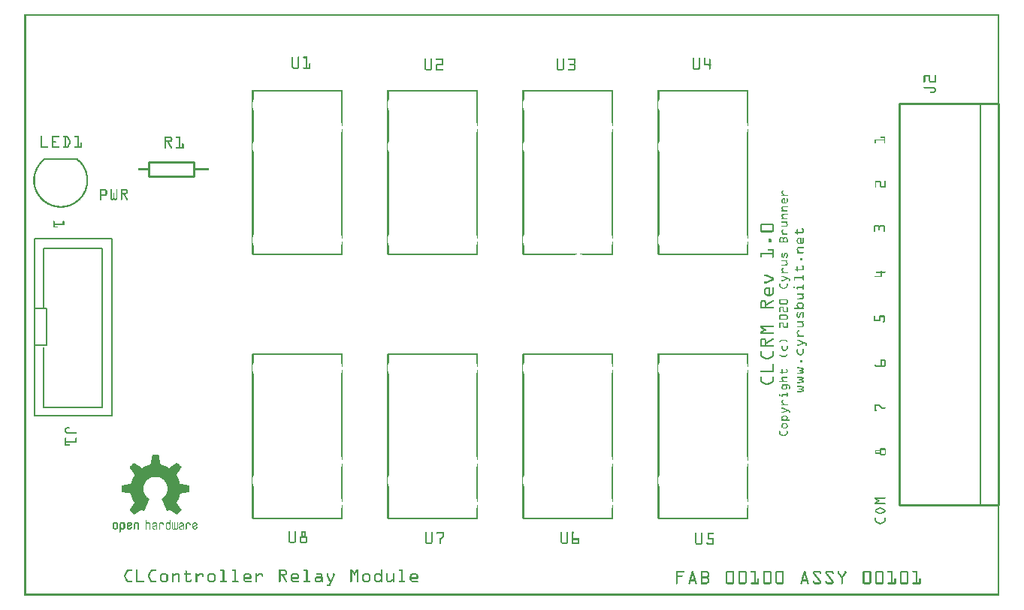
<source format=gto>
G04 MADE WITH FRITZING*
G04 WWW.FRITZING.ORG*
G04 DOUBLE SIDED*
G04 HOLES PLATED*
G04 CONTOUR ON CENTER OF CONTOUR VECTOR*
%ASAXBY*%
%FSLAX23Y23*%
%MOIN*%
%OFA0B0*%
%SFA1.0B1.0*%
%ADD10R,0.354200X0.795200X0.338200X0.779200*%
%ADD11C,0.008000*%
%ADD12R,0.063000X0.173200X0.047000X0.157200*%
%ADD13C,0.010000*%
%ADD14C,0.005000*%
%ADD15C,0.007874*%
%ADD16R,0.001000X0.001000*%
%LNSILK1*%
G90*
G70*
G54D11*
X43Y1587D02*
X389Y1587D01*
X389Y800D01*
X43Y800D01*
X43Y1587D01*
D02*
X43Y1276D02*
X98Y1276D01*
X98Y1111D01*
X43Y1111D01*
X43Y1276D01*
D02*
G54D13*
X752Y1861D02*
X552Y1861D01*
D02*
X552Y1861D02*
X552Y1927D01*
D02*
X552Y1927D02*
X752Y1927D01*
D02*
X752Y1927D02*
X752Y1861D01*
D02*
X3881Y2185D02*
X3881Y403D01*
D02*
X3881Y403D02*
X4321Y403D01*
D02*
X4321Y403D02*
X4321Y2185D01*
D02*
X4321Y2185D02*
X3881Y2185D01*
G54D14*
D02*
X4241Y403D02*
X4241Y2185D01*
G54D11*
D02*
X1408Y1516D02*
X1014Y1516D01*
D02*
X1014Y2244D02*
X1408Y2244D01*
D02*
X2008Y1516D02*
X1614Y1516D01*
D02*
X1614Y2244D02*
X2008Y2244D01*
D02*
X2214Y2244D02*
X2608Y2244D01*
D02*
X3208Y1516D02*
X2814Y1516D01*
D02*
X2814Y2244D02*
X3208Y2244D01*
D02*
X2814Y1072D02*
X3208Y1072D01*
D02*
X3208Y344D02*
X2814Y344D01*
D02*
X2214Y1072D02*
X2608Y1072D01*
D02*
X2608Y344D02*
X2214Y344D01*
D02*
X1614Y1072D02*
X2008Y1072D01*
D02*
X2008Y344D02*
X1614Y344D01*
D02*
X1014Y1072D02*
X1408Y1072D01*
D02*
X1408Y344D02*
X1014Y344D01*
G54D15*
X232Y1939D02*
X90Y1939D01*
D02*
G54D11*
X86Y1277D02*
X86Y1544D01*
X345Y1544D01*
X345Y837D01*
X86Y837D01*
X86Y1104D01*
D02*
G54D16*
X0Y2582D02*
X4325Y2582D01*
X0Y2581D02*
X4325Y2581D01*
X0Y2580D02*
X4325Y2580D01*
X0Y2579D02*
X4325Y2579D01*
X0Y2578D02*
X4325Y2578D01*
X0Y2577D02*
X4325Y2577D01*
X0Y2576D02*
X4325Y2576D01*
X0Y2575D02*
X4325Y2575D01*
X0Y2574D02*
X7Y2574D01*
X4318Y2574D02*
X4325Y2574D01*
X0Y2573D02*
X7Y2573D01*
X4318Y2573D02*
X4325Y2573D01*
X0Y2572D02*
X7Y2572D01*
X4318Y2572D02*
X4325Y2572D01*
X0Y2571D02*
X7Y2571D01*
X4318Y2571D02*
X4325Y2571D01*
X0Y2570D02*
X7Y2570D01*
X4318Y2570D02*
X4325Y2570D01*
X0Y2569D02*
X7Y2569D01*
X4318Y2569D02*
X4325Y2569D01*
X0Y2568D02*
X7Y2568D01*
X4318Y2568D02*
X4325Y2568D01*
X0Y2567D02*
X7Y2567D01*
X4318Y2567D02*
X4325Y2567D01*
X0Y2566D02*
X7Y2566D01*
X4318Y2566D02*
X4325Y2566D01*
X0Y2565D02*
X7Y2565D01*
X4318Y2565D02*
X4325Y2565D01*
X0Y2564D02*
X7Y2564D01*
X4318Y2564D02*
X4325Y2564D01*
X0Y2563D02*
X7Y2563D01*
X4318Y2563D02*
X4325Y2563D01*
X0Y2562D02*
X7Y2562D01*
X4318Y2562D02*
X4325Y2562D01*
X0Y2561D02*
X7Y2561D01*
X4318Y2561D02*
X4325Y2561D01*
X0Y2560D02*
X7Y2560D01*
X4318Y2560D02*
X4325Y2560D01*
X0Y2559D02*
X7Y2559D01*
X4318Y2559D02*
X4325Y2559D01*
X0Y2558D02*
X7Y2558D01*
X4318Y2558D02*
X4325Y2558D01*
X0Y2557D02*
X7Y2557D01*
X4318Y2557D02*
X4325Y2557D01*
X0Y2556D02*
X7Y2556D01*
X4318Y2556D02*
X4325Y2556D01*
X0Y2555D02*
X7Y2555D01*
X4318Y2555D02*
X4325Y2555D01*
X0Y2554D02*
X7Y2554D01*
X4318Y2554D02*
X4325Y2554D01*
X0Y2553D02*
X7Y2553D01*
X4318Y2553D02*
X4325Y2553D01*
X0Y2552D02*
X7Y2552D01*
X4318Y2552D02*
X4325Y2552D01*
X0Y2551D02*
X7Y2551D01*
X4318Y2551D02*
X4325Y2551D01*
X0Y2550D02*
X7Y2550D01*
X4318Y2550D02*
X4325Y2550D01*
X0Y2549D02*
X7Y2549D01*
X4318Y2549D02*
X4325Y2549D01*
X0Y2548D02*
X7Y2548D01*
X4318Y2548D02*
X4325Y2548D01*
X0Y2547D02*
X7Y2547D01*
X4318Y2547D02*
X4325Y2547D01*
X0Y2546D02*
X7Y2546D01*
X4318Y2546D02*
X4325Y2546D01*
X0Y2545D02*
X7Y2545D01*
X4318Y2545D02*
X4325Y2545D01*
X0Y2544D02*
X7Y2544D01*
X4318Y2544D02*
X4325Y2544D01*
X0Y2543D02*
X7Y2543D01*
X4318Y2543D02*
X4325Y2543D01*
X0Y2542D02*
X7Y2542D01*
X4318Y2542D02*
X4325Y2542D01*
X0Y2541D02*
X7Y2541D01*
X4318Y2541D02*
X4325Y2541D01*
X0Y2540D02*
X7Y2540D01*
X4318Y2540D02*
X4325Y2540D01*
X0Y2539D02*
X7Y2539D01*
X4318Y2539D02*
X4325Y2539D01*
X0Y2538D02*
X7Y2538D01*
X4318Y2538D02*
X4325Y2538D01*
X0Y2537D02*
X7Y2537D01*
X4318Y2537D02*
X4325Y2537D01*
X0Y2536D02*
X7Y2536D01*
X4318Y2536D02*
X4325Y2536D01*
X0Y2535D02*
X7Y2535D01*
X4318Y2535D02*
X4325Y2535D01*
X0Y2534D02*
X7Y2534D01*
X4318Y2534D02*
X4325Y2534D01*
X0Y2533D02*
X7Y2533D01*
X4318Y2533D02*
X4325Y2533D01*
X0Y2532D02*
X7Y2532D01*
X4318Y2532D02*
X4325Y2532D01*
X0Y2531D02*
X7Y2531D01*
X4318Y2531D02*
X4325Y2531D01*
X0Y2530D02*
X7Y2530D01*
X4318Y2530D02*
X4325Y2530D01*
X0Y2529D02*
X7Y2529D01*
X4318Y2529D02*
X4325Y2529D01*
X0Y2528D02*
X7Y2528D01*
X4318Y2528D02*
X4325Y2528D01*
X0Y2527D02*
X7Y2527D01*
X4318Y2527D02*
X4325Y2527D01*
X0Y2526D02*
X7Y2526D01*
X4318Y2526D02*
X4325Y2526D01*
X0Y2525D02*
X7Y2525D01*
X4318Y2525D02*
X4325Y2525D01*
X0Y2524D02*
X7Y2524D01*
X4318Y2524D02*
X4325Y2524D01*
X0Y2523D02*
X7Y2523D01*
X4318Y2523D02*
X4325Y2523D01*
X0Y2522D02*
X7Y2522D01*
X4318Y2522D02*
X4325Y2522D01*
X0Y2521D02*
X7Y2521D01*
X4318Y2521D02*
X4325Y2521D01*
X0Y2520D02*
X7Y2520D01*
X4318Y2520D02*
X4325Y2520D01*
X0Y2519D02*
X7Y2519D01*
X4318Y2519D02*
X4325Y2519D01*
X0Y2518D02*
X7Y2518D01*
X4318Y2518D02*
X4325Y2518D01*
X0Y2517D02*
X7Y2517D01*
X4318Y2517D02*
X4325Y2517D01*
X0Y2516D02*
X7Y2516D01*
X4318Y2516D02*
X4325Y2516D01*
X0Y2515D02*
X7Y2515D01*
X4318Y2515D02*
X4325Y2515D01*
X0Y2514D02*
X7Y2514D01*
X4318Y2514D02*
X4325Y2514D01*
X0Y2513D02*
X7Y2513D01*
X4318Y2513D02*
X4325Y2513D01*
X0Y2512D02*
X7Y2512D01*
X4318Y2512D02*
X4325Y2512D01*
X0Y2511D02*
X7Y2511D01*
X4318Y2511D02*
X4325Y2511D01*
X0Y2510D02*
X7Y2510D01*
X4318Y2510D02*
X4325Y2510D01*
X0Y2509D02*
X7Y2509D01*
X4318Y2509D02*
X4325Y2509D01*
X0Y2508D02*
X7Y2508D01*
X4318Y2508D02*
X4325Y2508D01*
X0Y2507D02*
X7Y2507D01*
X4318Y2507D02*
X4325Y2507D01*
X0Y2506D02*
X7Y2506D01*
X4318Y2506D02*
X4325Y2506D01*
X0Y2505D02*
X7Y2505D01*
X4318Y2505D02*
X4325Y2505D01*
X0Y2504D02*
X7Y2504D01*
X4318Y2504D02*
X4325Y2504D01*
X0Y2503D02*
X7Y2503D01*
X4318Y2503D02*
X4325Y2503D01*
X0Y2502D02*
X7Y2502D01*
X4318Y2502D02*
X4325Y2502D01*
X0Y2501D02*
X7Y2501D01*
X4318Y2501D02*
X4325Y2501D01*
X0Y2500D02*
X7Y2500D01*
X4318Y2500D02*
X4325Y2500D01*
X0Y2499D02*
X7Y2499D01*
X4318Y2499D02*
X4325Y2499D01*
X0Y2498D02*
X7Y2498D01*
X4318Y2498D02*
X4325Y2498D01*
X0Y2497D02*
X7Y2497D01*
X4318Y2497D02*
X4325Y2497D01*
X0Y2496D02*
X7Y2496D01*
X4318Y2496D02*
X4325Y2496D01*
X0Y2495D02*
X7Y2495D01*
X4318Y2495D02*
X4325Y2495D01*
X0Y2494D02*
X7Y2494D01*
X4318Y2494D02*
X4325Y2494D01*
X0Y2493D02*
X7Y2493D01*
X4318Y2493D02*
X4325Y2493D01*
X0Y2492D02*
X7Y2492D01*
X4318Y2492D02*
X4325Y2492D01*
X0Y2491D02*
X7Y2491D01*
X4318Y2491D02*
X4325Y2491D01*
X0Y2490D02*
X7Y2490D01*
X4318Y2490D02*
X4325Y2490D01*
X0Y2489D02*
X7Y2489D01*
X4318Y2489D02*
X4325Y2489D01*
X0Y2488D02*
X7Y2488D01*
X4318Y2488D02*
X4325Y2488D01*
X0Y2487D02*
X7Y2487D01*
X4318Y2487D02*
X4325Y2487D01*
X0Y2486D02*
X7Y2486D01*
X4318Y2486D02*
X4325Y2486D01*
X0Y2485D02*
X7Y2485D01*
X4318Y2485D02*
X4325Y2485D01*
X0Y2484D02*
X7Y2484D01*
X4318Y2484D02*
X4325Y2484D01*
X0Y2483D02*
X7Y2483D01*
X4318Y2483D02*
X4325Y2483D01*
X0Y2482D02*
X7Y2482D01*
X4318Y2482D02*
X4325Y2482D01*
X0Y2481D02*
X7Y2481D01*
X4318Y2481D02*
X4325Y2481D01*
X0Y2480D02*
X7Y2480D01*
X4318Y2480D02*
X4325Y2480D01*
X0Y2479D02*
X7Y2479D01*
X4318Y2479D02*
X4325Y2479D01*
X0Y2478D02*
X7Y2478D01*
X4318Y2478D02*
X4325Y2478D01*
X0Y2477D02*
X7Y2477D01*
X4318Y2477D02*
X4325Y2477D01*
X0Y2476D02*
X7Y2476D01*
X4318Y2476D02*
X4325Y2476D01*
X0Y2475D02*
X7Y2475D01*
X4318Y2475D02*
X4325Y2475D01*
X0Y2474D02*
X7Y2474D01*
X4318Y2474D02*
X4325Y2474D01*
X0Y2473D02*
X7Y2473D01*
X4318Y2473D02*
X4325Y2473D01*
X0Y2472D02*
X7Y2472D01*
X4318Y2472D02*
X4325Y2472D01*
X0Y2471D02*
X7Y2471D01*
X4318Y2471D02*
X4325Y2471D01*
X0Y2470D02*
X7Y2470D01*
X4318Y2470D02*
X4325Y2470D01*
X0Y2469D02*
X7Y2469D01*
X4318Y2469D02*
X4325Y2469D01*
X0Y2468D02*
X7Y2468D01*
X4318Y2468D02*
X4325Y2468D01*
X0Y2467D02*
X7Y2467D01*
X4318Y2467D02*
X4325Y2467D01*
X0Y2466D02*
X7Y2466D01*
X4318Y2466D02*
X4325Y2466D01*
X0Y2465D02*
X7Y2465D01*
X4318Y2465D02*
X4325Y2465D01*
X0Y2464D02*
X7Y2464D01*
X4318Y2464D02*
X4325Y2464D01*
X0Y2463D02*
X7Y2463D01*
X4318Y2463D02*
X4325Y2463D01*
X0Y2462D02*
X7Y2462D01*
X4318Y2462D02*
X4325Y2462D01*
X0Y2461D02*
X7Y2461D01*
X4318Y2461D02*
X4325Y2461D01*
X0Y2460D02*
X7Y2460D01*
X4318Y2460D02*
X4325Y2460D01*
X0Y2459D02*
X7Y2459D01*
X4318Y2459D02*
X4325Y2459D01*
X0Y2458D02*
X7Y2458D01*
X4318Y2458D02*
X4325Y2458D01*
X0Y2457D02*
X7Y2457D01*
X4318Y2457D02*
X4325Y2457D01*
X0Y2456D02*
X7Y2456D01*
X4318Y2456D02*
X4325Y2456D01*
X0Y2455D02*
X7Y2455D01*
X4318Y2455D02*
X4325Y2455D01*
X0Y2454D02*
X7Y2454D01*
X4318Y2454D02*
X4325Y2454D01*
X0Y2453D02*
X7Y2453D01*
X4318Y2453D02*
X4325Y2453D01*
X0Y2452D02*
X7Y2452D01*
X4318Y2452D02*
X4325Y2452D01*
X0Y2451D02*
X7Y2451D01*
X4318Y2451D02*
X4325Y2451D01*
X0Y2450D02*
X7Y2450D01*
X4318Y2450D02*
X4325Y2450D01*
X0Y2449D02*
X7Y2449D01*
X4318Y2449D02*
X4325Y2449D01*
X0Y2448D02*
X7Y2448D01*
X4318Y2448D02*
X4325Y2448D01*
X0Y2447D02*
X7Y2447D01*
X4318Y2447D02*
X4325Y2447D01*
X0Y2446D02*
X7Y2446D01*
X4318Y2446D02*
X4325Y2446D01*
X0Y2445D02*
X7Y2445D01*
X4318Y2445D02*
X4325Y2445D01*
X0Y2444D02*
X7Y2444D01*
X4318Y2444D02*
X4325Y2444D01*
X0Y2443D02*
X7Y2443D01*
X4318Y2443D02*
X4325Y2443D01*
X0Y2442D02*
X7Y2442D01*
X4318Y2442D02*
X4325Y2442D01*
X0Y2441D02*
X7Y2441D01*
X4318Y2441D02*
X4325Y2441D01*
X0Y2440D02*
X7Y2440D01*
X4318Y2440D02*
X4325Y2440D01*
X0Y2439D02*
X7Y2439D01*
X4318Y2439D02*
X4325Y2439D01*
X0Y2438D02*
X7Y2438D01*
X4318Y2438D02*
X4325Y2438D01*
X0Y2437D02*
X7Y2437D01*
X4318Y2437D02*
X4325Y2437D01*
X0Y2436D02*
X7Y2436D01*
X4318Y2436D02*
X4325Y2436D01*
X0Y2435D02*
X7Y2435D01*
X4318Y2435D02*
X4325Y2435D01*
X0Y2434D02*
X7Y2434D01*
X4318Y2434D02*
X4325Y2434D01*
X0Y2433D02*
X7Y2433D01*
X4318Y2433D02*
X4325Y2433D01*
X0Y2432D02*
X7Y2432D01*
X4318Y2432D02*
X4325Y2432D01*
X0Y2431D02*
X7Y2431D01*
X4318Y2431D02*
X4325Y2431D01*
X0Y2430D02*
X7Y2430D01*
X4318Y2430D02*
X4325Y2430D01*
X0Y2429D02*
X7Y2429D01*
X4318Y2429D02*
X4325Y2429D01*
X0Y2428D02*
X7Y2428D01*
X4318Y2428D02*
X4325Y2428D01*
X0Y2427D02*
X7Y2427D01*
X4318Y2427D02*
X4325Y2427D01*
X0Y2426D02*
X7Y2426D01*
X4318Y2426D02*
X4325Y2426D01*
X0Y2425D02*
X7Y2425D01*
X4318Y2425D02*
X4325Y2425D01*
X0Y2424D02*
X7Y2424D01*
X4318Y2424D02*
X4325Y2424D01*
X0Y2423D02*
X7Y2423D01*
X4318Y2423D02*
X4325Y2423D01*
X0Y2422D02*
X7Y2422D01*
X4318Y2422D02*
X4325Y2422D01*
X0Y2421D02*
X7Y2421D01*
X4318Y2421D02*
X4325Y2421D01*
X0Y2420D02*
X7Y2420D01*
X4318Y2420D02*
X4325Y2420D01*
X0Y2419D02*
X7Y2419D01*
X4318Y2419D02*
X4325Y2419D01*
X0Y2418D02*
X7Y2418D01*
X4318Y2418D02*
X4325Y2418D01*
X0Y2417D02*
X7Y2417D01*
X4318Y2417D02*
X4325Y2417D01*
X0Y2416D02*
X7Y2416D01*
X4318Y2416D02*
X4325Y2416D01*
X0Y2415D02*
X7Y2415D01*
X4318Y2415D02*
X4325Y2415D01*
X0Y2414D02*
X7Y2414D01*
X4318Y2414D02*
X4325Y2414D01*
X0Y2413D02*
X7Y2413D01*
X4318Y2413D02*
X4325Y2413D01*
X0Y2412D02*
X7Y2412D01*
X4318Y2412D02*
X4325Y2412D01*
X0Y2411D02*
X7Y2411D01*
X4318Y2411D02*
X4325Y2411D01*
X0Y2410D02*
X7Y2410D01*
X4318Y2410D02*
X4325Y2410D01*
X0Y2409D02*
X7Y2409D01*
X4318Y2409D02*
X4325Y2409D01*
X0Y2408D02*
X7Y2408D01*
X4318Y2408D02*
X4325Y2408D01*
X0Y2407D02*
X7Y2407D01*
X4318Y2407D02*
X4325Y2407D01*
X0Y2406D02*
X7Y2406D01*
X4318Y2406D02*
X4325Y2406D01*
X0Y2405D02*
X7Y2405D01*
X4318Y2405D02*
X4325Y2405D01*
X0Y2404D02*
X7Y2404D01*
X4318Y2404D02*
X4325Y2404D01*
X0Y2403D02*
X7Y2403D01*
X4318Y2403D02*
X4325Y2403D01*
X0Y2402D02*
X7Y2402D01*
X4318Y2402D02*
X4325Y2402D01*
X0Y2401D02*
X7Y2401D01*
X4318Y2401D02*
X4325Y2401D01*
X0Y2400D02*
X7Y2400D01*
X4318Y2400D02*
X4325Y2400D01*
X0Y2399D02*
X7Y2399D01*
X4318Y2399D02*
X4325Y2399D01*
X0Y2398D02*
X7Y2398D01*
X4318Y2398D02*
X4325Y2398D01*
X0Y2397D02*
X7Y2397D01*
X4318Y2397D02*
X4325Y2397D01*
X0Y2396D02*
X7Y2396D01*
X4318Y2396D02*
X4325Y2396D01*
X0Y2395D02*
X7Y2395D01*
X4318Y2395D02*
X4325Y2395D01*
X0Y2394D02*
X7Y2394D01*
X1216Y2394D02*
X1216Y2394D01*
X1239Y2394D02*
X1255Y2394D01*
X4318Y2394D02*
X4325Y2394D01*
X0Y2393D02*
X7Y2393D01*
X1187Y2393D02*
X1190Y2393D01*
X1214Y2393D02*
X1218Y2393D01*
X1237Y2393D02*
X1255Y2393D01*
X4318Y2393D02*
X4325Y2393D01*
X0Y2392D02*
X7Y2392D01*
X1186Y2392D02*
X1191Y2392D01*
X1213Y2392D02*
X1219Y2392D01*
X1236Y2392D02*
X1255Y2392D01*
X4318Y2392D02*
X4325Y2392D01*
X0Y2391D02*
X7Y2391D01*
X1186Y2391D02*
X1191Y2391D01*
X1213Y2391D02*
X1219Y2391D01*
X1236Y2391D02*
X1255Y2391D01*
X4318Y2391D02*
X4325Y2391D01*
X0Y2390D02*
X7Y2390D01*
X1185Y2390D02*
X1192Y2390D01*
X1213Y2390D02*
X1219Y2390D01*
X1236Y2390D02*
X1255Y2390D01*
X2966Y2390D02*
X2968Y2390D01*
X2993Y2390D02*
X2996Y2390D01*
X3018Y2390D02*
X3020Y2390D01*
X4318Y2390D02*
X4325Y2390D01*
X0Y2389D02*
X7Y2389D01*
X1185Y2389D02*
X1192Y2389D01*
X1213Y2389D02*
X1219Y2389D01*
X1236Y2389D02*
X1255Y2389D01*
X2965Y2389D02*
X2969Y2389D01*
X2992Y2389D02*
X2997Y2389D01*
X3017Y2389D02*
X3021Y2389D01*
X4318Y2389D02*
X4325Y2389D01*
X0Y2388D02*
X7Y2388D01*
X1185Y2388D02*
X1192Y2388D01*
X1213Y2388D02*
X1219Y2388D01*
X1237Y2388D02*
X1255Y2388D01*
X2964Y2388D02*
X2970Y2388D01*
X2992Y2388D02*
X2998Y2388D01*
X3016Y2388D02*
X3022Y2388D01*
X4318Y2388D02*
X4325Y2388D01*
X0Y2387D02*
X7Y2387D01*
X1185Y2387D02*
X1192Y2387D01*
X1213Y2387D02*
X1219Y2387D01*
X1249Y2387D02*
X1255Y2387D01*
X1829Y2387D02*
X1852Y2387D01*
X2414Y2387D02*
X2438Y2387D01*
X2964Y2387D02*
X2970Y2387D01*
X2992Y2387D02*
X2998Y2387D01*
X3016Y2387D02*
X3022Y2387D01*
X4318Y2387D02*
X4325Y2387D01*
X0Y2386D02*
X7Y2386D01*
X1185Y2386D02*
X1192Y2386D01*
X1213Y2386D02*
X1219Y2386D01*
X1249Y2386D02*
X1255Y2386D01*
X1776Y2386D02*
X1780Y2386D01*
X1804Y2386D02*
X1807Y2386D01*
X1826Y2386D02*
X1855Y2386D01*
X2362Y2386D02*
X2366Y2386D01*
X2389Y2386D02*
X2393Y2386D01*
X2412Y2386D02*
X2441Y2386D01*
X2964Y2386D02*
X2970Y2386D01*
X2992Y2386D02*
X2998Y2386D01*
X3016Y2386D02*
X3022Y2386D01*
X4318Y2386D02*
X4325Y2386D01*
X0Y2385D02*
X7Y2385D01*
X1185Y2385D02*
X1192Y2385D01*
X1213Y2385D02*
X1219Y2385D01*
X1249Y2385D02*
X1255Y2385D01*
X1775Y2385D02*
X1780Y2385D01*
X1803Y2385D02*
X1808Y2385D01*
X1825Y2385D02*
X1856Y2385D01*
X2361Y2385D02*
X2366Y2385D01*
X2389Y2385D02*
X2394Y2385D01*
X2411Y2385D02*
X2442Y2385D01*
X2964Y2385D02*
X2970Y2385D01*
X2992Y2385D02*
X2998Y2385D01*
X3016Y2385D02*
X3022Y2385D01*
X4318Y2385D02*
X4325Y2385D01*
X0Y2384D02*
X7Y2384D01*
X1185Y2384D02*
X1192Y2384D01*
X1213Y2384D02*
X1219Y2384D01*
X1249Y2384D02*
X1255Y2384D01*
X1775Y2384D02*
X1781Y2384D01*
X1802Y2384D02*
X1808Y2384D01*
X1825Y2384D02*
X1857Y2384D01*
X2361Y2384D02*
X2367Y2384D01*
X2388Y2384D02*
X2394Y2384D01*
X2411Y2384D02*
X2443Y2384D01*
X2964Y2384D02*
X2970Y2384D01*
X2992Y2384D02*
X2998Y2384D01*
X3016Y2384D02*
X3022Y2384D01*
X3038Y2384D02*
X3041Y2384D01*
X4318Y2384D02*
X4325Y2384D01*
X0Y2383D02*
X7Y2383D01*
X1185Y2383D02*
X1192Y2383D01*
X1213Y2383D02*
X1219Y2383D01*
X1249Y2383D02*
X1255Y2383D01*
X1775Y2383D02*
X1781Y2383D01*
X1802Y2383D02*
X1808Y2383D01*
X1825Y2383D02*
X1858Y2383D01*
X2361Y2383D02*
X2367Y2383D01*
X2388Y2383D02*
X2394Y2383D01*
X2411Y2383D02*
X2444Y2383D01*
X2964Y2383D02*
X2970Y2383D01*
X2992Y2383D02*
X2998Y2383D01*
X3016Y2383D02*
X3022Y2383D01*
X3037Y2383D02*
X3042Y2383D01*
X4318Y2383D02*
X4325Y2383D01*
X0Y2382D02*
X7Y2382D01*
X1185Y2382D02*
X1192Y2382D01*
X1213Y2382D02*
X1219Y2382D01*
X1249Y2382D02*
X1255Y2382D01*
X1775Y2382D02*
X1781Y2382D01*
X1802Y2382D02*
X1808Y2382D01*
X1825Y2382D02*
X1858Y2382D01*
X2361Y2382D02*
X2367Y2382D01*
X2388Y2382D02*
X2394Y2382D01*
X2411Y2382D02*
X2444Y2382D01*
X2964Y2382D02*
X2970Y2382D01*
X2992Y2382D02*
X2998Y2382D01*
X3016Y2382D02*
X3022Y2382D01*
X3037Y2382D02*
X3043Y2382D01*
X4318Y2382D02*
X4325Y2382D01*
X0Y2381D02*
X7Y2381D01*
X1185Y2381D02*
X1192Y2381D01*
X1213Y2381D02*
X1219Y2381D01*
X1249Y2381D02*
X1255Y2381D01*
X1775Y2381D02*
X1781Y2381D01*
X1802Y2381D02*
X1808Y2381D01*
X1826Y2381D02*
X1859Y2381D01*
X2361Y2381D02*
X2367Y2381D01*
X2388Y2381D02*
X2394Y2381D01*
X2412Y2381D02*
X2444Y2381D01*
X2964Y2381D02*
X2970Y2381D01*
X2992Y2381D02*
X2998Y2381D01*
X3016Y2381D02*
X3022Y2381D01*
X3037Y2381D02*
X3043Y2381D01*
X4318Y2381D02*
X4325Y2381D01*
X0Y2380D02*
X7Y2380D01*
X1185Y2380D02*
X1192Y2380D01*
X1213Y2380D02*
X1219Y2380D01*
X1249Y2380D02*
X1255Y2380D01*
X1775Y2380D02*
X1781Y2380D01*
X1802Y2380D02*
X1808Y2380D01*
X1829Y2380D02*
X1859Y2380D01*
X2361Y2380D02*
X2367Y2380D01*
X2388Y2380D02*
X2394Y2380D01*
X2415Y2380D02*
X2444Y2380D01*
X2964Y2380D02*
X2970Y2380D01*
X2992Y2380D02*
X2998Y2380D01*
X3016Y2380D02*
X3022Y2380D01*
X3037Y2380D02*
X3043Y2380D01*
X4318Y2380D02*
X4325Y2380D01*
X0Y2379D02*
X7Y2379D01*
X1185Y2379D02*
X1192Y2379D01*
X1213Y2379D02*
X1219Y2379D01*
X1249Y2379D02*
X1255Y2379D01*
X1775Y2379D02*
X1781Y2379D01*
X1802Y2379D02*
X1808Y2379D01*
X1853Y2379D02*
X1859Y2379D01*
X2361Y2379D02*
X2367Y2379D01*
X2388Y2379D02*
X2394Y2379D01*
X2438Y2379D02*
X2444Y2379D01*
X2964Y2379D02*
X2970Y2379D01*
X2992Y2379D02*
X2998Y2379D01*
X3016Y2379D02*
X3022Y2379D01*
X3037Y2379D02*
X3043Y2379D01*
X4318Y2379D02*
X4325Y2379D01*
X0Y2378D02*
X7Y2378D01*
X1185Y2378D02*
X1192Y2378D01*
X1213Y2378D02*
X1219Y2378D01*
X1249Y2378D02*
X1255Y2378D01*
X1775Y2378D02*
X1781Y2378D01*
X1802Y2378D02*
X1808Y2378D01*
X1853Y2378D02*
X1859Y2378D01*
X2361Y2378D02*
X2367Y2378D01*
X2388Y2378D02*
X2394Y2378D01*
X2438Y2378D02*
X2444Y2378D01*
X2964Y2378D02*
X2970Y2378D01*
X2992Y2378D02*
X2998Y2378D01*
X3016Y2378D02*
X3022Y2378D01*
X3037Y2378D02*
X3043Y2378D01*
X4318Y2378D02*
X4325Y2378D01*
X0Y2377D02*
X7Y2377D01*
X1185Y2377D02*
X1192Y2377D01*
X1213Y2377D02*
X1219Y2377D01*
X1249Y2377D02*
X1255Y2377D01*
X1775Y2377D02*
X1781Y2377D01*
X1802Y2377D02*
X1808Y2377D01*
X1853Y2377D02*
X1859Y2377D01*
X2361Y2377D02*
X2367Y2377D01*
X2388Y2377D02*
X2394Y2377D01*
X2438Y2377D02*
X2444Y2377D01*
X2964Y2377D02*
X2970Y2377D01*
X2992Y2377D02*
X2998Y2377D01*
X3016Y2377D02*
X3022Y2377D01*
X3037Y2377D02*
X3043Y2377D01*
X4318Y2377D02*
X4325Y2377D01*
X0Y2376D02*
X7Y2376D01*
X1185Y2376D02*
X1192Y2376D01*
X1213Y2376D02*
X1219Y2376D01*
X1249Y2376D02*
X1255Y2376D01*
X1775Y2376D02*
X1781Y2376D01*
X1802Y2376D02*
X1808Y2376D01*
X1853Y2376D02*
X1859Y2376D01*
X2361Y2376D02*
X2367Y2376D01*
X2388Y2376D02*
X2394Y2376D01*
X2438Y2376D02*
X2444Y2376D01*
X2964Y2376D02*
X2970Y2376D01*
X2992Y2376D02*
X2998Y2376D01*
X3016Y2376D02*
X3022Y2376D01*
X3037Y2376D02*
X3043Y2376D01*
X4318Y2376D02*
X4325Y2376D01*
X0Y2375D02*
X7Y2375D01*
X1185Y2375D02*
X1192Y2375D01*
X1213Y2375D02*
X1219Y2375D01*
X1249Y2375D02*
X1255Y2375D01*
X1775Y2375D02*
X1781Y2375D01*
X1802Y2375D02*
X1808Y2375D01*
X1853Y2375D02*
X1859Y2375D01*
X2361Y2375D02*
X2367Y2375D01*
X2388Y2375D02*
X2394Y2375D01*
X2438Y2375D02*
X2444Y2375D01*
X2964Y2375D02*
X2970Y2375D01*
X2992Y2375D02*
X2998Y2375D01*
X3016Y2375D02*
X3022Y2375D01*
X3037Y2375D02*
X3043Y2375D01*
X4318Y2375D02*
X4325Y2375D01*
X0Y2374D02*
X7Y2374D01*
X1185Y2374D02*
X1192Y2374D01*
X1213Y2374D02*
X1219Y2374D01*
X1249Y2374D02*
X1255Y2374D01*
X1775Y2374D02*
X1781Y2374D01*
X1802Y2374D02*
X1808Y2374D01*
X1853Y2374D02*
X1859Y2374D01*
X2361Y2374D02*
X2367Y2374D01*
X2388Y2374D02*
X2394Y2374D01*
X2438Y2374D02*
X2444Y2374D01*
X2964Y2374D02*
X2970Y2374D01*
X2992Y2374D02*
X2998Y2374D01*
X3016Y2374D02*
X3022Y2374D01*
X3037Y2374D02*
X3043Y2374D01*
X4318Y2374D02*
X4325Y2374D01*
X0Y2373D02*
X7Y2373D01*
X1185Y2373D02*
X1192Y2373D01*
X1213Y2373D02*
X1219Y2373D01*
X1249Y2373D02*
X1255Y2373D01*
X1775Y2373D02*
X1781Y2373D01*
X1802Y2373D02*
X1808Y2373D01*
X1853Y2373D02*
X1859Y2373D01*
X2361Y2373D02*
X2367Y2373D01*
X2388Y2373D02*
X2394Y2373D01*
X2438Y2373D02*
X2444Y2373D01*
X2964Y2373D02*
X2970Y2373D01*
X2992Y2373D02*
X2998Y2373D01*
X3016Y2373D02*
X3022Y2373D01*
X3037Y2373D02*
X3043Y2373D01*
X4318Y2373D02*
X4325Y2373D01*
X0Y2372D02*
X7Y2372D01*
X1185Y2372D02*
X1192Y2372D01*
X1213Y2372D02*
X1219Y2372D01*
X1249Y2372D02*
X1255Y2372D01*
X1775Y2372D02*
X1781Y2372D01*
X1802Y2372D02*
X1808Y2372D01*
X1853Y2372D02*
X1859Y2372D01*
X2361Y2372D02*
X2367Y2372D01*
X2388Y2372D02*
X2394Y2372D01*
X2438Y2372D02*
X2444Y2372D01*
X2964Y2372D02*
X2970Y2372D01*
X2992Y2372D02*
X2998Y2372D01*
X3016Y2372D02*
X3022Y2372D01*
X3037Y2372D02*
X3043Y2372D01*
X4318Y2372D02*
X4325Y2372D01*
X0Y2371D02*
X7Y2371D01*
X1185Y2371D02*
X1192Y2371D01*
X1213Y2371D02*
X1219Y2371D01*
X1249Y2371D02*
X1255Y2371D01*
X1775Y2371D02*
X1781Y2371D01*
X1802Y2371D02*
X1808Y2371D01*
X1853Y2371D02*
X1859Y2371D01*
X2361Y2371D02*
X2367Y2371D01*
X2388Y2371D02*
X2394Y2371D01*
X2438Y2371D02*
X2444Y2371D01*
X2964Y2371D02*
X2970Y2371D01*
X2992Y2371D02*
X2998Y2371D01*
X3016Y2371D02*
X3022Y2371D01*
X3037Y2371D02*
X3043Y2371D01*
X4318Y2371D02*
X4325Y2371D01*
X0Y2370D02*
X7Y2370D01*
X1185Y2370D02*
X1192Y2370D01*
X1213Y2370D02*
X1219Y2370D01*
X1249Y2370D02*
X1255Y2370D01*
X1775Y2370D02*
X1781Y2370D01*
X1802Y2370D02*
X1808Y2370D01*
X1853Y2370D02*
X1859Y2370D01*
X2361Y2370D02*
X2367Y2370D01*
X2388Y2370D02*
X2394Y2370D01*
X2438Y2370D02*
X2444Y2370D01*
X2964Y2370D02*
X2970Y2370D01*
X2992Y2370D02*
X2998Y2370D01*
X3016Y2370D02*
X3022Y2370D01*
X3037Y2370D02*
X3043Y2370D01*
X4318Y2370D02*
X4325Y2370D01*
X0Y2369D02*
X7Y2369D01*
X1185Y2369D02*
X1192Y2369D01*
X1213Y2369D02*
X1219Y2369D01*
X1249Y2369D02*
X1255Y2369D01*
X1775Y2369D02*
X1781Y2369D01*
X1802Y2369D02*
X1808Y2369D01*
X1853Y2369D02*
X1859Y2369D01*
X2361Y2369D02*
X2367Y2369D01*
X2388Y2369D02*
X2394Y2369D01*
X2438Y2369D02*
X2444Y2369D01*
X2964Y2369D02*
X2970Y2369D01*
X2992Y2369D02*
X2998Y2369D01*
X3016Y2369D02*
X3022Y2369D01*
X3037Y2369D02*
X3043Y2369D01*
X4318Y2369D02*
X4325Y2369D01*
X0Y2368D02*
X7Y2368D01*
X1185Y2368D02*
X1192Y2368D01*
X1213Y2368D02*
X1219Y2368D01*
X1249Y2368D02*
X1255Y2368D01*
X1775Y2368D02*
X1781Y2368D01*
X1802Y2368D02*
X1808Y2368D01*
X1853Y2368D02*
X1859Y2368D01*
X2361Y2368D02*
X2367Y2368D01*
X2388Y2368D02*
X2394Y2368D01*
X2438Y2368D02*
X2444Y2368D01*
X2964Y2368D02*
X2970Y2368D01*
X2992Y2368D02*
X2998Y2368D01*
X3016Y2368D02*
X3022Y2368D01*
X3037Y2368D02*
X3043Y2368D01*
X4318Y2368D02*
X4325Y2368D01*
X0Y2367D02*
X7Y2367D01*
X1185Y2367D02*
X1192Y2367D01*
X1213Y2367D02*
X1219Y2367D01*
X1249Y2367D02*
X1255Y2367D01*
X1775Y2367D02*
X1781Y2367D01*
X1802Y2367D02*
X1808Y2367D01*
X1853Y2367D02*
X1859Y2367D01*
X2361Y2367D02*
X2367Y2367D01*
X2388Y2367D02*
X2394Y2367D01*
X2438Y2367D02*
X2444Y2367D01*
X2964Y2367D02*
X2970Y2367D01*
X2992Y2367D02*
X2998Y2367D01*
X3016Y2367D02*
X3022Y2367D01*
X3037Y2367D02*
X3043Y2367D01*
X4318Y2367D02*
X4325Y2367D01*
X0Y2366D02*
X7Y2366D01*
X1185Y2366D02*
X1192Y2366D01*
X1213Y2366D02*
X1219Y2366D01*
X1249Y2366D02*
X1255Y2366D01*
X1775Y2366D02*
X1781Y2366D01*
X1802Y2366D02*
X1808Y2366D01*
X1853Y2366D02*
X1859Y2366D01*
X2361Y2366D02*
X2367Y2366D01*
X2388Y2366D02*
X2394Y2366D01*
X2438Y2366D02*
X2444Y2366D01*
X2964Y2366D02*
X2970Y2366D01*
X2992Y2366D02*
X2998Y2366D01*
X3016Y2366D02*
X3022Y2366D01*
X3037Y2366D02*
X3043Y2366D01*
X4318Y2366D02*
X4325Y2366D01*
X0Y2365D02*
X7Y2365D01*
X1185Y2365D02*
X1192Y2365D01*
X1213Y2365D02*
X1219Y2365D01*
X1249Y2365D02*
X1255Y2365D01*
X1775Y2365D02*
X1781Y2365D01*
X1802Y2365D02*
X1808Y2365D01*
X1853Y2365D02*
X1859Y2365D01*
X2361Y2365D02*
X2367Y2365D01*
X2388Y2365D02*
X2394Y2365D01*
X2438Y2365D02*
X2444Y2365D01*
X2964Y2365D02*
X2970Y2365D01*
X2992Y2365D02*
X2998Y2365D01*
X3016Y2365D02*
X3022Y2365D01*
X3037Y2365D02*
X3043Y2365D01*
X4318Y2365D02*
X4325Y2365D01*
X0Y2364D02*
X7Y2364D01*
X1185Y2364D02*
X1192Y2364D01*
X1213Y2364D02*
X1219Y2364D01*
X1249Y2364D02*
X1255Y2364D01*
X1265Y2364D02*
X1268Y2364D01*
X1775Y2364D02*
X1781Y2364D01*
X1802Y2364D02*
X1808Y2364D01*
X1853Y2364D02*
X1859Y2364D01*
X2361Y2364D02*
X2367Y2364D01*
X2388Y2364D02*
X2394Y2364D01*
X2437Y2364D02*
X2444Y2364D01*
X2964Y2364D02*
X2970Y2364D01*
X2992Y2364D02*
X2998Y2364D01*
X3016Y2364D02*
X3022Y2364D01*
X3037Y2364D02*
X3043Y2364D01*
X4318Y2364D02*
X4325Y2364D01*
X0Y2363D02*
X7Y2363D01*
X1185Y2363D02*
X1192Y2363D01*
X1213Y2363D02*
X1219Y2363D01*
X1249Y2363D02*
X1255Y2363D01*
X1264Y2363D02*
X1269Y2363D01*
X1775Y2363D02*
X1781Y2363D01*
X1802Y2363D02*
X1808Y2363D01*
X1830Y2363D02*
X1859Y2363D01*
X2361Y2363D02*
X2367Y2363D01*
X2388Y2363D02*
X2394Y2363D01*
X2420Y2363D02*
X2444Y2363D01*
X2964Y2363D02*
X2970Y2363D01*
X2992Y2363D02*
X2998Y2363D01*
X3016Y2363D02*
X3022Y2363D01*
X3037Y2363D02*
X3043Y2363D01*
X4318Y2363D02*
X4325Y2363D01*
X0Y2362D02*
X7Y2362D01*
X1185Y2362D02*
X1192Y2362D01*
X1213Y2362D02*
X1219Y2362D01*
X1249Y2362D02*
X1255Y2362D01*
X1263Y2362D02*
X1269Y2362D01*
X1775Y2362D02*
X1781Y2362D01*
X1802Y2362D02*
X1808Y2362D01*
X1828Y2362D02*
X1858Y2362D01*
X2361Y2362D02*
X2367Y2362D01*
X2388Y2362D02*
X2394Y2362D01*
X2418Y2362D02*
X2443Y2362D01*
X2964Y2362D02*
X2970Y2362D01*
X2992Y2362D02*
X2998Y2362D01*
X3016Y2362D02*
X3022Y2362D01*
X3037Y2362D02*
X3043Y2362D01*
X4318Y2362D02*
X4325Y2362D01*
X0Y2361D02*
X7Y2361D01*
X1185Y2361D02*
X1192Y2361D01*
X1213Y2361D02*
X1219Y2361D01*
X1249Y2361D02*
X1255Y2361D01*
X1263Y2361D02*
X1269Y2361D01*
X1775Y2361D02*
X1781Y2361D01*
X1802Y2361D02*
X1808Y2361D01*
X1827Y2361D02*
X1858Y2361D01*
X2361Y2361D02*
X2367Y2361D01*
X2388Y2361D02*
X2394Y2361D01*
X2418Y2361D02*
X2442Y2361D01*
X2964Y2361D02*
X2970Y2361D01*
X2992Y2361D02*
X2998Y2361D01*
X3016Y2361D02*
X3043Y2361D01*
X4318Y2361D02*
X4325Y2361D01*
X0Y2360D02*
X7Y2360D01*
X1185Y2360D02*
X1192Y2360D01*
X1213Y2360D02*
X1219Y2360D01*
X1249Y2360D02*
X1255Y2360D01*
X1263Y2360D02*
X1269Y2360D01*
X1775Y2360D02*
X1781Y2360D01*
X1802Y2360D02*
X1808Y2360D01*
X1826Y2360D02*
X1858Y2360D01*
X2361Y2360D02*
X2367Y2360D01*
X2388Y2360D02*
X2394Y2360D01*
X2418Y2360D02*
X2442Y2360D01*
X2964Y2360D02*
X2970Y2360D01*
X2992Y2360D02*
X2998Y2360D01*
X3016Y2360D02*
X3045Y2360D01*
X4318Y2360D02*
X4325Y2360D01*
X0Y2359D02*
X7Y2359D01*
X1185Y2359D02*
X1192Y2359D01*
X1213Y2359D02*
X1219Y2359D01*
X1249Y2359D02*
X1255Y2359D01*
X1263Y2359D02*
X1269Y2359D01*
X1775Y2359D02*
X1781Y2359D01*
X1802Y2359D02*
X1808Y2359D01*
X1826Y2359D02*
X1857Y2359D01*
X2361Y2359D02*
X2367Y2359D01*
X2388Y2359D02*
X2394Y2359D01*
X2418Y2359D02*
X2442Y2359D01*
X2964Y2359D02*
X2970Y2359D01*
X2992Y2359D02*
X2998Y2359D01*
X3016Y2359D02*
X3046Y2359D01*
X4318Y2359D02*
X4325Y2359D01*
X0Y2358D02*
X7Y2358D01*
X1185Y2358D02*
X1192Y2358D01*
X1213Y2358D02*
X1219Y2358D01*
X1249Y2358D02*
X1255Y2358D01*
X1263Y2358D02*
X1269Y2358D01*
X1775Y2358D02*
X1781Y2358D01*
X1802Y2358D02*
X1808Y2358D01*
X1825Y2358D02*
X1856Y2358D01*
X2361Y2358D02*
X2367Y2358D01*
X2388Y2358D02*
X2394Y2358D01*
X2418Y2358D02*
X2443Y2358D01*
X2964Y2358D02*
X2970Y2358D01*
X2992Y2358D02*
X2998Y2358D01*
X3016Y2358D02*
X3046Y2358D01*
X4318Y2358D02*
X4325Y2358D01*
X0Y2357D02*
X7Y2357D01*
X1185Y2357D02*
X1192Y2357D01*
X1213Y2357D02*
X1219Y2357D01*
X1249Y2357D02*
X1255Y2357D01*
X1263Y2357D02*
X1269Y2357D01*
X1775Y2357D02*
X1781Y2357D01*
X1802Y2357D02*
X1808Y2357D01*
X1825Y2357D02*
X1854Y2357D01*
X2361Y2357D02*
X2367Y2357D01*
X2388Y2357D02*
X2394Y2357D01*
X2419Y2357D02*
X2444Y2357D01*
X2964Y2357D02*
X2970Y2357D01*
X2992Y2357D02*
X2998Y2357D01*
X3016Y2357D02*
X3046Y2357D01*
X4318Y2357D02*
X4325Y2357D01*
X0Y2356D02*
X7Y2356D01*
X1185Y2356D02*
X1192Y2356D01*
X1213Y2356D02*
X1219Y2356D01*
X1249Y2356D02*
X1255Y2356D01*
X1263Y2356D02*
X1269Y2356D01*
X1775Y2356D02*
X1781Y2356D01*
X1802Y2356D02*
X1808Y2356D01*
X1825Y2356D02*
X1831Y2356D01*
X2361Y2356D02*
X2367Y2356D01*
X2388Y2356D02*
X2394Y2356D01*
X2436Y2356D02*
X2444Y2356D01*
X2964Y2356D02*
X2970Y2356D01*
X2992Y2356D02*
X2998Y2356D01*
X3016Y2356D02*
X3046Y2356D01*
X4318Y2356D02*
X4325Y2356D01*
X0Y2355D02*
X7Y2355D01*
X1185Y2355D02*
X1192Y2355D01*
X1213Y2355D02*
X1219Y2355D01*
X1249Y2355D02*
X1255Y2355D01*
X1263Y2355D02*
X1269Y2355D01*
X1775Y2355D02*
X1781Y2355D01*
X1802Y2355D02*
X1808Y2355D01*
X1825Y2355D02*
X1831Y2355D01*
X2361Y2355D02*
X2367Y2355D01*
X2388Y2355D02*
X2394Y2355D01*
X2438Y2355D02*
X2444Y2355D01*
X2964Y2355D02*
X2970Y2355D01*
X2992Y2355D02*
X2998Y2355D01*
X3016Y2355D02*
X3045Y2355D01*
X4318Y2355D02*
X4325Y2355D01*
X0Y2354D02*
X7Y2354D01*
X1185Y2354D02*
X1192Y2354D01*
X1213Y2354D02*
X1219Y2354D01*
X1249Y2354D02*
X1255Y2354D01*
X1263Y2354D02*
X1269Y2354D01*
X1775Y2354D02*
X1781Y2354D01*
X1802Y2354D02*
X1808Y2354D01*
X1825Y2354D02*
X1831Y2354D01*
X2361Y2354D02*
X2367Y2354D01*
X2388Y2354D02*
X2394Y2354D01*
X2438Y2354D02*
X2444Y2354D01*
X2964Y2354D02*
X2970Y2354D01*
X2992Y2354D02*
X2998Y2354D01*
X3036Y2354D02*
X3043Y2354D01*
X4318Y2354D02*
X4325Y2354D01*
X0Y2353D02*
X7Y2353D01*
X1185Y2353D02*
X1192Y2353D01*
X1213Y2353D02*
X1219Y2353D01*
X1249Y2353D02*
X1255Y2353D01*
X1263Y2353D02*
X1269Y2353D01*
X1775Y2353D02*
X1781Y2353D01*
X1802Y2353D02*
X1808Y2353D01*
X1825Y2353D02*
X1831Y2353D01*
X2361Y2353D02*
X2367Y2353D01*
X2388Y2353D02*
X2394Y2353D01*
X2438Y2353D02*
X2444Y2353D01*
X2964Y2353D02*
X2970Y2353D01*
X2992Y2353D02*
X2998Y2353D01*
X3037Y2353D02*
X3043Y2353D01*
X4318Y2353D02*
X4325Y2353D01*
X0Y2352D02*
X7Y2352D01*
X1185Y2352D02*
X1192Y2352D01*
X1213Y2352D02*
X1219Y2352D01*
X1249Y2352D02*
X1255Y2352D01*
X1263Y2352D02*
X1269Y2352D01*
X1775Y2352D02*
X1781Y2352D01*
X1802Y2352D02*
X1808Y2352D01*
X1825Y2352D02*
X1831Y2352D01*
X2361Y2352D02*
X2367Y2352D01*
X2388Y2352D02*
X2394Y2352D01*
X2438Y2352D02*
X2444Y2352D01*
X2964Y2352D02*
X2970Y2352D01*
X2992Y2352D02*
X2998Y2352D01*
X3037Y2352D02*
X3043Y2352D01*
X4318Y2352D02*
X4325Y2352D01*
X0Y2351D02*
X7Y2351D01*
X1185Y2351D02*
X1192Y2351D01*
X1213Y2351D02*
X1219Y2351D01*
X1249Y2351D02*
X1255Y2351D01*
X1263Y2351D02*
X1269Y2351D01*
X1775Y2351D02*
X1781Y2351D01*
X1802Y2351D02*
X1808Y2351D01*
X1825Y2351D02*
X1831Y2351D01*
X2361Y2351D02*
X2367Y2351D01*
X2388Y2351D02*
X2394Y2351D01*
X2438Y2351D02*
X2444Y2351D01*
X2964Y2351D02*
X2970Y2351D01*
X2992Y2351D02*
X2998Y2351D01*
X3037Y2351D02*
X3043Y2351D01*
X4318Y2351D02*
X4325Y2351D01*
X0Y2350D02*
X7Y2350D01*
X1186Y2350D02*
X1192Y2350D01*
X1213Y2350D02*
X1219Y2350D01*
X1249Y2350D02*
X1255Y2350D01*
X1263Y2350D02*
X1269Y2350D01*
X1775Y2350D02*
X1781Y2350D01*
X1802Y2350D02*
X1808Y2350D01*
X1825Y2350D02*
X1831Y2350D01*
X2361Y2350D02*
X2367Y2350D01*
X2388Y2350D02*
X2394Y2350D01*
X2438Y2350D02*
X2444Y2350D01*
X2964Y2350D02*
X2970Y2350D01*
X2992Y2350D02*
X2998Y2350D01*
X3037Y2350D02*
X3043Y2350D01*
X4318Y2350D02*
X4325Y2350D01*
X0Y2349D02*
X7Y2349D01*
X1186Y2349D02*
X1192Y2349D01*
X1213Y2349D02*
X1219Y2349D01*
X1249Y2349D02*
X1255Y2349D01*
X1263Y2349D02*
X1269Y2349D01*
X1775Y2349D02*
X1781Y2349D01*
X1802Y2349D02*
X1808Y2349D01*
X1825Y2349D02*
X1831Y2349D01*
X2361Y2349D02*
X2367Y2349D01*
X2388Y2349D02*
X2394Y2349D01*
X2438Y2349D02*
X2444Y2349D01*
X2964Y2349D02*
X2970Y2349D01*
X2992Y2349D02*
X2998Y2349D01*
X3037Y2349D02*
X3043Y2349D01*
X4318Y2349D02*
X4325Y2349D01*
X0Y2348D02*
X7Y2348D01*
X1186Y2348D02*
X1193Y2348D01*
X1212Y2348D02*
X1219Y2348D01*
X1249Y2348D02*
X1255Y2348D01*
X1263Y2348D02*
X1269Y2348D01*
X1775Y2348D02*
X1781Y2348D01*
X1802Y2348D02*
X1808Y2348D01*
X1825Y2348D02*
X1831Y2348D01*
X2361Y2348D02*
X2367Y2348D01*
X2388Y2348D02*
X2394Y2348D01*
X2438Y2348D02*
X2444Y2348D01*
X2964Y2348D02*
X2970Y2348D01*
X2992Y2348D02*
X2998Y2348D01*
X3037Y2348D02*
X3043Y2348D01*
X4318Y2348D02*
X4325Y2348D01*
X0Y2347D02*
X7Y2347D01*
X1186Y2347D02*
X1195Y2347D01*
X1210Y2347D02*
X1218Y2347D01*
X1249Y2347D02*
X1256Y2347D01*
X1263Y2347D02*
X1269Y2347D01*
X1775Y2347D02*
X1781Y2347D01*
X1802Y2347D02*
X1808Y2347D01*
X1825Y2347D02*
X1831Y2347D01*
X2361Y2347D02*
X2367Y2347D01*
X2388Y2347D02*
X2394Y2347D01*
X2438Y2347D02*
X2444Y2347D01*
X2964Y2347D02*
X2970Y2347D01*
X2992Y2347D02*
X2998Y2347D01*
X3037Y2347D02*
X3043Y2347D01*
X4318Y2347D02*
X4325Y2347D01*
X0Y2346D02*
X7Y2346D01*
X1186Y2346D02*
X1218Y2346D01*
X1237Y2346D02*
X1269Y2346D01*
X1775Y2346D02*
X1781Y2346D01*
X1802Y2346D02*
X1808Y2346D01*
X1825Y2346D02*
X1831Y2346D01*
X2361Y2346D02*
X2367Y2346D01*
X2388Y2346D02*
X2394Y2346D01*
X2438Y2346D02*
X2444Y2346D01*
X2964Y2346D02*
X2970Y2346D01*
X2992Y2346D02*
X2998Y2346D01*
X3037Y2346D02*
X3043Y2346D01*
X4318Y2346D02*
X4325Y2346D01*
X0Y2345D02*
X7Y2345D01*
X1187Y2345D02*
X1218Y2345D01*
X1236Y2345D02*
X1269Y2345D01*
X1775Y2345D02*
X1781Y2345D01*
X1802Y2345D02*
X1808Y2345D01*
X1825Y2345D02*
X1831Y2345D01*
X2361Y2345D02*
X2367Y2345D01*
X2388Y2345D02*
X2394Y2345D01*
X2438Y2345D02*
X2444Y2345D01*
X2964Y2345D02*
X2971Y2345D01*
X2991Y2345D02*
X2998Y2345D01*
X3037Y2345D02*
X3043Y2345D01*
X4318Y2345D02*
X4325Y2345D01*
X0Y2344D02*
X7Y2344D01*
X1188Y2344D02*
X1217Y2344D01*
X1236Y2344D02*
X1269Y2344D01*
X1775Y2344D02*
X1781Y2344D01*
X1802Y2344D02*
X1808Y2344D01*
X1825Y2344D02*
X1831Y2344D01*
X2361Y2344D02*
X2367Y2344D01*
X2388Y2344D02*
X2394Y2344D01*
X2438Y2344D02*
X2444Y2344D01*
X2965Y2344D02*
X2972Y2344D01*
X2990Y2344D02*
X2997Y2344D01*
X3037Y2344D02*
X3043Y2344D01*
X4318Y2344D02*
X4325Y2344D01*
X0Y2343D02*
X7Y2343D01*
X1189Y2343D02*
X1216Y2343D01*
X1236Y2343D02*
X1269Y2343D01*
X1775Y2343D02*
X1781Y2343D01*
X1802Y2343D02*
X1808Y2343D01*
X1825Y2343D02*
X1831Y2343D01*
X2361Y2343D02*
X2367Y2343D01*
X2388Y2343D02*
X2394Y2343D01*
X2438Y2343D02*
X2444Y2343D01*
X2965Y2343D02*
X2997Y2343D01*
X3037Y2343D02*
X3043Y2343D01*
X4318Y2343D02*
X4325Y2343D01*
X0Y2342D02*
X7Y2342D01*
X1190Y2342D02*
X1215Y2342D01*
X1236Y2342D02*
X1269Y2342D01*
X1775Y2342D02*
X1781Y2342D01*
X1802Y2342D02*
X1808Y2342D01*
X1825Y2342D02*
X1831Y2342D01*
X2361Y2342D02*
X2367Y2342D01*
X2388Y2342D02*
X2394Y2342D01*
X2438Y2342D02*
X2444Y2342D01*
X2965Y2342D02*
X2996Y2342D01*
X3037Y2342D02*
X3043Y2342D01*
X4318Y2342D02*
X4325Y2342D01*
X0Y2341D02*
X7Y2341D01*
X1191Y2341D02*
X1213Y2341D01*
X1237Y2341D02*
X1268Y2341D01*
X1775Y2341D02*
X1782Y2341D01*
X1801Y2341D02*
X1808Y2341D01*
X1825Y2341D02*
X1831Y2341D01*
X2361Y2341D02*
X2368Y2341D01*
X2387Y2341D02*
X2394Y2341D01*
X2438Y2341D02*
X2444Y2341D01*
X2966Y2341D02*
X2996Y2341D01*
X3037Y2341D02*
X3043Y2341D01*
X4318Y2341D02*
X4325Y2341D01*
X0Y2340D02*
X7Y2340D01*
X1195Y2340D02*
X1209Y2340D01*
X1239Y2340D02*
X1266Y2340D01*
X1775Y2340D02*
X1784Y2340D01*
X1800Y2340D02*
X1808Y2340D01*
X1825Y2340D02*
X1831Y2340D01*
X2361Y2340D02*
X2369Y2340D01*
X2385Y2340D02*
X2394Y2340D01*
X2438Y2340D02*
X2444Y2340D01*
X2967Y2340D02*
X2995Y2340D01*
X3037Y2340D02*
X3043Y2340D01*
X4318Y2340D02*
X4325Y2340D01*
X0Y2339D02*
X7Y2339D01*
X1776Y2339D02*
X1807Y2339D01*
X1825Y2339D02*
X1857Y2339D01*
X2362Y2339D02*
X2393Y2339D01*
X2412Y2339D02*
X2444Y2339D01*
X2968Y2339D02*
X2994Y2339D01*
X3037Y2339D02*
X3043Y2339D01*
X4318Y2339D02*
X4325Y2339D01*
X0Y2338D02*
X7Y2338D01*
X1776Y2338D02*
X1807Y2338D01*
X1825Y2338D02*
X1858Y2338D01*
X2362Y2338D02*
X2393Y2338D01*
X2411Y2338D02*
X2444Y2338D01*
X2969Y2338D02*
X2993Y2338D01*
X3037Y2338D02*
X3042Y2338D01*
X4318Y2338D02*
X4325Y2338D01*
X0Y2337D02*
X7Y2337D01*
X1777Y2337D02*
X1806Y2337D01*
X1825Y2337D02*
X1858Y2337D01*
X2363Y2337D02*
X2392Y2337D01*
X2411Y2337D02*
X2444Y2337D01*
X2971Y2337D02*
X2991Y2337D01*
X3038Y2337D02*
X3041Y2337D01*
X4318Y2337D02*
X4325Y2337D01*
X0Y2336D02*
X7Y2336D01*
X1778Y2336D02*
X1805Y2336D01*
X1825Y2336D02*
X1859Y2336D01*
X2364Y2336D02*
X2391Y2336D01*
X2411Y2336D02*
X2443Y2336D01*
X4318Y2336D02*
X4325Y2336D01*
X0Y2335D02*
X7Y2335D01*
X1779Y2335D02*
X1804Y2335D01*
X1825Y2335D02*
X1858Y2335D01*
X2365Y2335D02*
X2390Y2335D01*
X2411Y2335D02*
X2442Y2335D01*
X4318Y2335D02*
X4325Y2335D01*
X0Y2334D02*
X7Y2334D01*
X1781Y2334D02*
X1803Y2334D01*
X1825Y2334D02*
X1858Y2334D01*
X2366Y2334D02*
X2388Y2334D01*
X2412Y2334D02*
X2441Y2334D01*
X4318Y2334D02*
X4325Y2334D01*
X0Y2333D02*
X7Y2333D01*
X1784Y2333D02*
X1799Y2333D01*
X1825Y2333D02*
X1856Y2333D01*
X2370Y2333D02*
X2385Y2333D01*
X2414Y2333D02*
X2439Y2333D01*
X4318Y2333D02*
X4325Y2333D01*
X0Y2332D02*
X7Y2332D01*
X4318Y2332D02*
X4325Y2332D01*
X0Y2331D02*
X7Y2331D01*
X4318Y2331D02*
X4325Y2331D01*
X0Y2330D02*
X7Y2330D01*
X4318Y2330D02*
X4325Y2330D01*
X0Y2329D02*
X7Y2329D01*
X4318Y2329D02*
X4325Y2329D01*
X0Y2328D02*
X7Y2328D01*
X4318Y2328D02*
X4325Y2328D01*
X0Y2327D02*
X7Y2327D01*
X4318Y2327D02*
X4325Y2327D01*
X0Y2326D02*
X7Y2326D01*
X4318Y2326D02*
X4325Y2326D01*
X0Y2325D02*
X7Y2325D01*
X4318Y2325D02*
X4325Y2325D01*
X0Y2324D02*
X7Y2324D01*
X4318Y2324D02*
X4325Y2324D01*
X0Y2323D02*
X7Y2323D01*
X4318Y2323D02*
X4325Y2323D01*
X0Y2322D02*
X7Y2322D01*
X4318Y2322D02*
X4325Y2322D01*
X0Y2321D02*
X7Y2321D01*
X4318Y2321D02*
X4325Y2321D01*
X0Y2320D02*
X7Y2320D01*
X4318Y2320D02*
X4325Y2320D01*
X0Y2319D02*
X7Y2319D01*
X4318Y2319D02*
X4325Y2319D01*
X0Y2318D02*
X7Y2318D01*
X4318Y2318D02*
X4325Y2318D01*
X0Y2317D02*
X7Y2317D01*
X4318Y2317D02*
X4325Y2317D01*
X0Y2316D02*
X7Y2316D01*
X4318Y2316D02*
X4325Y2316D01*
X0Y2315D02*
X7Y2315D01*
X4318Y2315D02*
X4325Y2315D01*
X0Y2314D02*
X7Y2314D01*
X4318Y2314D02*
X4325Y2314D01*
X0Y2313D02*
X7Y2313D01*
X3994Y2313D02*
X4015Y2313D01*
X4038Y2313D02*
X4041Y2313D01*
X4318Y2313D02*
X4325Y2313D01*
X0Y2312D02*
X7Y2312D01*
X3992Y2312D02*
X4017Y2312D01*
X4037Y2312D02*
X4042Y2312D01*
X4318Y2312D02*
X4325Y2312D01*
X0Y2311D02*
X7Y2311D01*
X3991Y2311D02*
X4018Y2311D01*
X4037Y2311D02*
X4043Y2311D01*
X4318Y2311D02*
X4325Y2311D01*
X0Y2310D02*
X7Y2310D01*
X3991Y2310D02*
X4018Y2310D01*
X4037Y2310D02*
X4043Y2310D01*
X4318Y2310D02*
X4325Y2310D01*
X0Y2309D02*
X7Y2309D01*
X3990Y2309D02*
X4019Y2309D01*
X4037Y2309D02*
X4043Y2309D01*
X4318Y2309D02*
X4325Y2309D01*
X0Y2308D02*
X7Y2308D01*
X3990Y2308D02*
X4019Y2308D01*
X4037Y2308D02*
X4043Y2308D01*
X4318Y2308D02*
X4325Y2308D01*
X0Y2307D02*
X7Y2307D01*
X3990Y2307D02*
X4019Y2307D01*
X4037Y2307D02*
X4043Y2307D01*
X4318Y2307D02*
X4325Y2307D01*
X0Y2306D02*
X7Y2306D01*
X3990Y2306D02*
X3996Y2306D01*
X4013Y2306D02*
X4019Y2306D01*
X4037Y2306D02*
X4043Y2306D01*
X4318Y2306D02*
X4325Y2306D01*
X0Y2305D02*
X7Y2305D01*
X3990Y2305D02*
X3996Y2305D01*
X4013Y2305D02*
X4019Y2305D01*
X4037Y2305D02*
X4043Y2305D01*
X4318Y2305D02*
X4325Y2305D01*
X0Y2304D02*
X7Y2304D01*
X3990Y2304D02*
X3996Y2304D01*
X4013Y2304D02*
X4019Y2304D01*
X4037Y2304D02*
X4043Y2304D01*
X4318Y2304D02*
X4325Y2304D01*
X0Y2303D02*
X7Y2303D01*
X3990Y2303D02*
X3996Y2303D01*
X4013Y2303D02*
X4019Y2303D01*
X4037Y2303D02*
X4043Y2303D01*
X4318Y2303D02*
X4325Y2303D01*
X0Y2302D02*
X7Y2302D01*
X3990Y2302D02*
X3996Y2302D01*
X4013Y2302D02*
X4019Y2302D01*
X4037Y2302D02*
X4043Y2302D01*
X4318Y2302D02*
X4325Y2302D01*
X0Y2301D02*
X7Y2301D01*
X3990Y2301D02*
X3996Y2301D01*
X4013Y2301D02*
X4019Y2301D01*
X4037Y2301D02*
X4043Y2301D01*
X4318Y2301D02*
X4325Y2301D01*
X0Y2300D02*
X7Y2300D01*
X3990Y2300D02*
X3996Y2300D01*
X4013Y2300D02*
X4019Y2300D01*
X4037Y2300D02*
X4043Y2300D01*
X4318Y2300D02*
X4325Y2300D01*
X0Y2299D02*
X7Y2299D01*
X3990Y2299D02*
X3996Y2299D01*
X4013Y2299D02*
X4019Y2299D01*
X4037Y2299D02*
X4043Y2299D01*
X4318Y2299D02*
X4325Y2299D01*
X0Y2298D02*
X7Y2298D01*
X3990Y2298D02*
X3996Y2298D01*
X4013Y2298D02*
X4019Y2298D01*
X4037Y2298D02*
X4043Y2298D01*
X4318Y2298D02*
X4325Y2298D01*
X0Y2297D02*
X7Y2297D01*
X3990Y2297D02*
X3996Y2297D01*
X4013Y2297D02*
X4019Y2297D01*
X4037Y2297D02*
X4043Y2297D01*
X4318Y2297D02*
X4325Y2297D01*
X0Y2296D02*
X7Y2296D01*
X3990Y2296D02*
X3996Y2296D01*
X4013Y2296D02*
X4019Y2296D01*
X4037Y2296D02*
X4043Y2296D01*
X4318Y2296D02*
X4325Y2296D01*
X0Y2295D02*
X7Y2295D01*
X3990Y2295D02*
X3996Y2295D01*
X4013Y2295D02*
X4019Y2295D01*
X4037Y2295D02*
X4043Y2295D01*
X4318Y2295D02*
X4325Y2295D01*
X0Y2294D02*
X7Y2294D01*
X3990Y2294D02*
X3996Y2294D01*
X4013Y2294D02*
X4019Y2294D01*
X4037Y2294D02*
X4043Y2294D01*
X4318Y2294D02*
X4325Y2294D01*
X0Y2293D02*
X7Y2293D01*
X3990Y2293D02*
X3996Y2293D01*
X4013Y2293D02*
X4019Y2293D01*
X4037Y2293D02*
X4043Y2293D01*
X4318Y2293D02*
X4325Y2293D01*
X0Y2292D02*
X7Y2292D01*
X3990Y2292D02*
X3996Y2292D01*
X4013Y2292D02*
X4019Y2292D01*
X4037Y2292D02*
X4043Y2292D01*
X4318Y2292D02*
X4325Y2292D01*
X0Y2291D02*
X7Y2291D01*
X3990Y2291D02*
X3996Y2291D01*
X4013Y2291D02*
X4019Y2291D01*
X4037Y2291D02*
X4043Y2291D01*
X4318Y2291D02*
X4325Y2291D01*
X0Y2290D02*
X7Y2290D01*
X3990Y2290D02*
X3996Y2290D01*
X4013Y2290D02*
X4019Y2290D01*
X4037Y2290D02*
X4043Y2290D01*
X4318Y2290D02*
X4325Y2290D01*
X0Y2289D02*
X7Y2289D01*
X3990Y2289D02*
X3996Y2289D01*
X4013Y2289D02*
X4019Y2289D01*
X4037Y2289D02*
X4043Y2289D01*
X4318Y2289D02*
X4325Y2289D01*
X0Y2288D02*
X7Y2288D01*
X3990Y2288D02*
X3996Y2288D01*
X4013Y2288D02*
X4019Y2288D01*
X4037Y2288D02*
X4043Y2288D01*
X4318Y2288D02*
X4325Y2288D01*
X0Y2287D02*
X7Y2287D01*
X3990Y2287D02*
X3996Y2287D01*
X4013Y2287D02*
X4019Y2287D01*
X4037Y2287D02*
X4043Y2287D01*
X4318Y2287D02*
X4325Y2287D01*
X0Y2286D02*
X7Y2286D01*
X3990Y2286D02*
X3996Y2286D01*
X4013Y2286D02*
X4043Y2286D01*
X4318Y2286D02*
X4325Y2286D01*
X0Y2285D02*
X7Y2285D01*
X3990Y2285D02*
X3996Y2285D01*
X4013Y2285D02*
X4043Y2285D01*
X4318Y2285D02*
X4325Y2285D01*
X0Y2284D02*
X7Y2284D01*
X3990Y2284D02*
X3996Y2284D01*
X4014Y2284D02*
X4043Y2284D01*
X4318Y2284D02*
X4325Y2284D01*
X0Y2283D02*
X7Y2283D01*
X3990Y2283D02*
X3996Y2283D01*
X4014Y2283D02*
X4043Y2283D01*
X4318Y2283D02*
X4325Y2283D01*
X0Y2282D02*
X7Y2282D01*
X3990Y2282D02*
X3996Y2282D01*
X4015Y2282D02*
X4043Y2282D01*
X4318Y2282D02*
X4325Y2282D01*
X0Y2281D02*
X7Y2281D01*
X3990Y2281D02*
X3995Y2281D01*
X4016Y2281D02*
X4043Y2281D01*
X4318Y2281D02*
X4325Y2281D01*
X0Y2280D02*
X7Y2280D01*
X3991Y2280D02*
X3994Y2280D01*
X4017Y2280D02*
X4043Y2280D01*
X4318Y2280D02*
X4325Y2280D01*
X0Y2279D02*
X7Y2279D01*
X4318Y2279D02*
X4325Y2279D01*
X0Y2278D02*
X7Y2278D01*
X4318Y2278D02*
X4325Y2278D01*
X0Y2277D02*
X7Y2277D01*
X4318Y2277D02*
X4325Y2277D01*
X0Y2276D02*
X7Y2276D01*
X4318Y2276D02*
X4325Y2276D01*
X0Y2275D02*
X7Y2275D01*
X4318Y2275D02*
X4325Y2275D01*
X0Y2274D02*
X7Y2274D01*
X4318Y2274D02*
X4325Y2274D01*
X0Y2273D02*
X7Y2273D01*
X4318Y2273D02*
X4325Y2273D01*
X0Y2272D02*
X7Y2272D01*
X4318Y2272D02*
X4325Y2272D01*
X0Y2271D02*
X7Y2271D01*
X4318Y2271D02*
X4325Y2271D01*
X0Y2270D02*
X7Y2270D01*
X4318Y2270D02*
X4325Y2270D01*
X0Y2269D02*
X7Y2269D01*
X4318Y2269D02*
X4325Y2269D01*
X0Y2268D02*
X7Y2268D01*
X4318Y2268D02*
X4325Y2268D01*
X0Y2267D02*
X7Y2267D01*
X4318Y2267D02*
X4325Y2267D01*
X0Y2266D02*
X7Y2266D01*
X4318Y2266D02*
X4325Y2266D01*
X0Y2265D02*
X7Y2265D01*
X4318Y2265D02*
X4325Y2265D01*
X0Y2264D02*
X7Y2264D01*
X4318Y2264D02*
X4325Y2264D01*
X0Y2263D02*
X7Y2263D01*
X4318Y2263D02*
X4325Y2263D01*
X0Y2262D02*
X7Y2262D01*
X4318Y2262D02*
X4325Y2262D01*
X0Y2261D02*
X7Y2261D01*
X4318Y2261D02*
X4325Y2261D01*
X0Y2260D02*
X7Y2260D01*
X3993Y2260D02*
X4032Y2260D01*
X4318Y2260D02*
X4325Y2260D01*
X0Y2259D02*
X7Y2259D01*
X3991Y2259D02*
X4037Y2259D01*
X4318Y2259D02*
X4325Y2259D01*
X0Y2258D02*
X7Y2258D01*
X3990Y2258D02*
X4038Y2258D01*
X4318Y2258D02*
X4325Y2258D01*
X0Y2257D02*
X7Y2257D01*
X3990Y2257D02*
X4040Y2257D01*
X4318Y2257D02*
X4325Y2257D01*
X0Y2256D02*
X7Y2256D01*
X3990Y2256D02*
X4040Y2256D01*
X4318Y2256D02*
X4325Y2256D01*
X0Y2255D02*
X7Y2255D01*
X3990Y2255D02*
X4041Y2255D01*
X4318Y2255D02*
X4325Y2255D01*
X0Y2254D02*
X7Y2254D01*
X3991Y2254D02*
X4042Y2254D01*
X4318Y2254D02*
X4325Y2254D01*
X0Y2253D02*
X7Y2253D01*
X3993Y2253D02*
X4042Y2253D01*
X4318Y2253D02*
X4325Y2253D01*
X0Y2252D02*
X7Y2252D01*
X4036Y2252D02*
X4042Y2252D01*
X4318Y2252D02*
X4325Y2252D01*
X0Y2251D02*
X7Y2251D01*
X4036Y2251D02*
X4043Y2251D01*
X4318Y2251D02*
X4325Y2251D01*
X0Y2250D02*
X7Y2250D01*
X4037Y2250D02*
X4043Y2250D01*
X4318Y2250D02*
X4325Y2250D01*
X0Y2249D02*
X7Y2249D01*
X4037Y2249D02*
X4043Y2249D01*
X4318Y2249D02*
X4325Y2249D01*
X0Y2248D02*
X7Y2248D01*
X1014Y2248D02*
X1014Y2248D01*
X1407Y2248D02*
X1408Y2248D01*
X1614Y2248D02*
X1614Y2248D01*
X2007Y2248D02*
X2008Y2248D01*
X2214Y2248D02*
X2214Y2248D01*
X2607Y2248D02*
X2607Y2248D01*
X2814Y2248D02*
X2814Y2248D01*
X3207Y2248D02*
X3207Y2248D01*
X4037Y2248D02*
X4043Y2248D01*
X4318Y2248D02*
X4325Y2248D01*
X0Y2247D02*
X7Y2247D01*
X1012Y2247D02*
X1016Y2247D01*
X1405Y2247D02*
X1410Y2247D01*
X1612Y2247D02*
X1616Y2247D01*
X2005Y2247D02*
X2010Y2247D01*
X2212Y2247D02*
X2216Y2247D01*
X2605Y2247D02*
X2610Y2247D01*
X2812Y2247D02*
X2816Y2247D01*
X3205Y2247D02*
X3210Y2247D01*
X4037Y2247D02*
X4043Y2247D01*
X4318Y2247D02*
X4325Y2247D01*
X0Y2246D02*
X7Y2246D01*
X1011Y2246D02*
X1017Y2246D01*
X1405Y2246D02*
X1411Y2246D01*
X1611Y2246D02*
X1617Y2246D01*
X2005Y2246D02*
X2010Y2246D01*
X2211Y2246D02*
X2217Y2246D01*
X2604Y2246D02*
X2610Y2246D01*
X2811Y2246D02*
X2817Y2246D01*
X3204Y2246D02*
X3210Y2246D01*
X4037Y2246D02*
X4043Y2246D01*
X4318Y2246D02*
X4325Y2246D01*
X0Y2245D02*
X7Y2245D01*
X1011Y2245D02*
X1017Y2245D01*
X1404Y2245D02*
X1411Y2245D01*
X1611Y2245D02*
X1617Y2245D01*
X2004Y2245D02*
X2011Y2245D01*
X2210Y2245D02*
X2217Y2245D01*
X2604Y2245D02*
X2611Y2245D01*
X2810Y2245D02*
X2817Y2245D01*
X3204Y2245D02*
X3211Y2245D01*
X4037Y2245D02*
X4043Y2245D01*
X4318Y2245D02*
X4325Y2245D01*
X0Y2244D02*
X7Y2244D01*
X1010Y2244D02*
X1017Y2244D01*
X1404Y2244D02*
X1411Y2244D01*
X1610Y2244D02*
X1617Y2244D01*
X2004Y2244D02*
X2011Y2244D01*
X2210Y2244D02*
X2217Y2244D01*
X2604Y2244D02*
X2611Y2244D01*
X2810Y2244D02*
X2817Y2244D01*
X3204Y2244D02*
X3211Y2244D01*
X4037Y2244D02*
X4043Y2244D01*
X4318Y2244D02*
X4325Y2244D01*
X0Y2243D02*
X7Y2243D01*
X1010Y2243D02*
X1017Y2243D01*
X1404Y2243D02*
X1411Y2243D01*
X1610Y2243D02*
X1617Y2243D01*
X2004Y2243D02*
X2011Y2243D01*
X2210Y2243D02*
X2217Y2243D01*
X2604Y2243D02*
X2611Y2243D01*
X2810Y2243D02*
X2817Y2243D01*
X3204Y2243D02*
X3211Y2243D01*
X4037Y2243D02*
X4043Y2243D01*
X4318Y2243D02*
X4325Y2243D01*
X0Y2242D02*
X7Y2242D01*
X1010Y2242D02*
X1017Y2242D01*
X1404Y2242D02*
X1411Y2242D01*
X1610Y2242D02*
X1617Y2242D01*
X2004Y2242D02*
X2011Y2242D01*
X2210Y2242D02*
X2217Y2242D01*
X2604Y2242D02*
X2611Y2242D01*
X2810Y2242D02*
X2817Y2242D01*
X3204Y2242D02*
X3211Y2242D01*
X4037Y2242D02*
X4043Y2242D01*
X4318Y2242D02*
X4325Y2242D01*
X0Y2241D02*
X7Y2241D01*
X1010Y2241D02*
X1017Y2241D01*
X1404Y2241D02*
X1411Y2241D01*
X1610Y2241D02*
X1617Y2241D01*
X2004Y2241D02*
X2011Y2241D01*
X2210Y2241D02*
X2217Y2241D01*
X2604Y2241D02*
X2611Y2241D01*
X2810Y2241D02*
X2817Y2241D01*
X3204Y2241D02*
X3211Y2241D01*
X4036Y2241D02*
X4043Y2241D01*
X4318Y2241D02*
X4325Y2241D01*
X0Y2240D02*
X7Y2240D01*
X1010Y2240D02*
X1017Y2240D01*
X1404Y2240D02*
X1411Y2240D01*
X1610Y2240D02*
X1617Y2240D01*
X2004Y2240D02*
X2011Y2240D01*
X2210Y2240D02*
X2217Y2240D01*
X2604Y2240D02*
X2611Y2240D01*
X2810Y2240D02*
X2817Y2240D01*
X3204Y2240D02*
X3211Y2240D01*
X4035Y2240D02*
X4042Y2240D01*
X4318Y2240D02*
X4325Y2240D01*
X0Y2239D02*
X7Y2239D01*
X1010Y2239D02*
X1017Y2239D01*
X1404Y2239D02*
X1411Y2239D01*
X1610Y2239D02*
X1617Y2239D01*
X2004Y2239D02*
X2011Y2239D01*
X2210Y2239D02*
X2217Y2239D01*
X2604Y2239D02*
X2611Y2239D01*
X2810Y2239D02*
X2817Y2239D01*
X3204Y2239D02*
X3211Y2239D01*
X4021Y2239D02*
X4042Y2239D01*
X4318Y2239D02*
X4325Y2239D01*
X0Y2238D02*
X7Y2238D01*
X1010Y2238D02*
X1017Y2238D01*
X1404Y2238D02*
X1411Y2238D01*
X1610Y2238D02*
X1617Y2238D01*
X2004Y2238D02*
X2011Y2238D01*
X2210Y2238D02*
X2217Y2238D01*
X2604Y2238D02*
X2611Y2238D01*
X2810Y2238D02*
X2817Y2238D01*
X3204Y2238D02*
X3211Y2238D01*
X4020Y2238D02*
X4042Y2238D01*
X4318Y2238D02*
X4325Y2238D01*
X0Y2237D02*
X7Y2237D01*
X1010Y2237D02*
X1017Y2237D01*
X1404Y2237D02*
X1411Y2237D01*
X1610Y2237D02*
X1617Y2237D01*
X2004Y2237D02*
X2011Y2237D01*
X2210Y2237D02*
X2217Y2237D01*
X2604Y2237D02*
X2611Y2237D01*
X2810Y2237D02*
X2817Y2237D01*
X3204Y2237D02*
X3211Y2237D01*
X4019Y2237D02*
X4041Y2237D01*
X4318Y2237D02*
X4325Y2237D01*
X0Y2236D02*
X7Y2236D01*
X1010Y2236D02*
X1017Y2236D01*
X1404Y2236D02*
X1411Y2236D01*
X1610Y2236D02*
X1617Y2236D01*
X2004Y2236D02*
X2011Y2236D01*
X2210Y2236D02*
X2217Y2236D01*
X2604Y2236D02*
X2611Y2236D01*
X2810Y2236D02*
X2817Y2236D01*
X3204Y2236D02*
X3211Y2236D01*
X4019Y2236D02*
X4040Y2236D01*
X4318Y2236D02*
X4325Y2236D01*
X0Y2235D02*
X7Y2235D01*
X1010Y2235D02*
X1017Y2235D01*
X1404Y2235D02*
X1411Y2235D01*
X1610Y2235D02*
X1617Y2235D01*
X2004Y2235D02*
X2011Y2235D01*
X2210Y2235D02*
X2217Y2235D01*
X2604Y2235D02*
X2611Y2235D01*
X2810Y2235D02*
X2817Y2235D01*
X3204Y2235D02*
X3211Y2235D01*
X4019Y2235D02*
X4039Y2235D01*
X4318Y2235D02*
X4325Y2235D01*
X0Y2234D02*
X7Y2234D01*
X1010Y2234D02*
X1017Y2234D01*
X1404Y2234D02*
X1411Y2234D01*
X1610Y2234D02*
X1617Y2234D01*
X2004Y2234D02*
X2011Y2234D01*
X2210Y2234D02*
X2217Y2234D01*
X2604Y2234D02*
X2611Y2234D01*
X2810Y2234D02*
X2817Y2234D01*
X3204Y2234D02*
X3211Y2234D01*
X4020Y2234D02*
X4038Y2234D01*
X4318Y2234D02*
X4325Y2234D01*
X0Y2233D02*
X7Y2233D01*
X1010Y2233D02*
X1017Y2233D01*
X1404Y2233D02*
X1411Y2233D01*
X1610Y2233D02*
X1617Y2233D01*
X2004Y2233D02*
X2011Y2233D01*
X2210Y2233D02*
X2217Y2233D01*
X2604Y2233D02*
X2611Y2233D01*
X2810Y2233D02*
X2817Y2233D01*
X3204Y2233D02*
X3211Y2233D01*
X4021Y2233D02*
X4036Y2233D01*
X4318Y2233D02*
X4325Y2233D01*
X0Y2232D02*
X7Y2232D01*
X1010Y2232D02*
X1017Y2232D01*
X1404Y2232D02*
X1411Y2232D01*
X1610Y2232D02*
X1617Y2232D01*
X2004Y2232D02*
X2011Y2232D01*
X2210Y2232D02*
X2217Y2232D01*
X2604Y2232D02*
X2611Y2232D01*
X2810Y2232D02*
X2817Y2232D01*
X3204Y2232D02*
X3211Y2232D01*
X4318Y2232D02*
X4325Y2232D01*
X0Y2231D02*
X7Y2231D01*
X1010Y2231D02*
X1017Y2231D01*
X1404Y2231D02*
X1411Y2231D01*
X1610Y2231D02*
X1617Y2231D01*
X2004Y2231D02*
X2011Y2231D01*
X2210Y2231D02*
X2217Y2231D01*
X2604Y2231D02*
X2611Y2231D01*
X2810Y2231D02*
X2817Y2231D01*
X3204Y2231D02*
X3211Y2231D01*
X4318Y2231D02*
X4325Y2231D01*
X0Y2230D02*
X7Y2230D01*
X1010Y2230D02*
X1017Y2230D01*
X1404Y2230D02*
X1411Y2230D01*
X1610Y2230D02*
X1617Y2230D01*
X2004Y2230D02*
X2011Y2230D01*
X2210Y2230D02*
X2217Y2230D01*
X2604Y2230D02*
X2611Y2230D01*
X2810Y2230D02*
X2817Y2230D01*
X3204Y2230D02*
X3211Y2230D01*
X4318Y2230D02*
X4325Y2230D01*
X0Y2229D02*
X7Y2229D01*
X1010Y2229D02*
X1017Y2229D01*
X1404Y2229D02*
X1411Y2229D01*
X1610Y2229D02*
X1617Y2229D01*
X2004Y2229D02*
X2011Y2229D01*
X2210Y2229D02*
X2217Y2229D01*
X2604Y2229D02*
X2611Y2229D01*
X2810Y2229D02*
X2817Y2229D01*
X3204Y2229D02*
X3211Y2229D01*
X4318Y2229D02*
X4325Y2229D01*
X0Y2228D02*
X7Y2228D01*
X1010Y2228D02*
X1017Y2228D01*
X1404Y2228D02*
X1411Y2228D01*
X1610Y2228D02*
X1617Y2228D01*
X2004Y2228D02*
X2011Y2228D01*
X2210Y2228D02*
X2217Y2228D01*
X2604Y2228D02*
X2611Y2228D01*
X2810Y2228D02*
X2817Y2228D01*
X3204Y2228D02*
X3211Y2228D01*
X4318Y2228D02*
X4325Y2228D01*
X0Y2227D02*
X7Y2227D01*
X1010Y2227D02*
X1017Y2227D01*
X1404Y2227D02*
X1411Y2227D01*
X1610Y2227D02*
X1617Y2227D01*
X2004Y2227D02*
X2011Y2227D01*
X2210Y2227D02*
X2217Y2227D01*
X2604Y2227D02*
X2611Y2227D01*
X2810Y2227D02*
X2817Y2227D01*
X3204Y2227D02*
X3211Y2227D01*
X4318Y2227D02*
X4325Y2227D01*
X0Y2226D02*
X7Y2226D01*
X1010Y2226D02*
X1017Y2226D01*
X1404Y2226D02*
X1411Y2226D01*
X1610Y2226D02*
X1617Y2226D01*
X2004Y2226D02*
X2011Y2226D01*
X2210Y2226D02*
X2217Y2226D01*
X2604Y2226D02*
X2611Y2226D01*
X2810Y2226D02*
X2817Y2226D01*
X3204Y2226D02*
X3211Y2226D01*
X4318Y2226D02*
X4325Y2226D01*
X0Y2225D02*
X7Y2225D01*
X1010Y2225D02*
X1017Y2225D01*
X1404Y2225D02*
X1411Y2225D01*
X1610Y2225D02*
X1617Y2225D01*
X2004Y2225D02*
X2011Y2225D01*
X2210Y2225D02*
X2217Y2225D01*
X2604Y2225D02*
X2611Y2225D01*
X2810Y2225D02*
X2817Y2225D01*
X3204Y2225D02*
X3211Y2225D01*
X4318Y2225D02*
X4325Y2225D01*
X0Y2224D02*
X7Y2224D01*
X1010Y2224D02*
X1017Y2224D01*
X1404Y2224D02*
X1411Y2224D01*
X1610Y2224D02*
X1617Y2224D01*
X2004Y2224D02*
X2011Y2224D01*
X2210Y2224D02*
X2217Y2224D01*
X2604Y2224D02*
X2611Y2224D01*
X2810Y2224D02*
X2817Y2224D01*
X3204Y2224D02*
X3211Y2224D01*
X4318Y2224D02*
X4325Y2224D01*
X0Y2223D02*
X7Y2223D01*
X1010Y2223D02*
X1017Y2223D01*
X1404Y2223D02*
X1411Y2223D01*
X1610Y2223D02*
X1617Y2223D01*
X2004Y2223D02*
X2011Y2223D01*
X2210Y2223D02*
X2217Y2223D01*
X2604Y2223D02*
X2611Y2223D01*
X2810Y2223D02*
X2817Y2223D01*
X3204Y2223D02*
X3211Y2223D01*
X4318Y2223D02*
X4325Y2223D01*
X0Y2222D02*
X7Y2222D01*
X1010Y2222D02*
X1017Y2222D01*
X1404Y2222D02*
X1411Y2222D01*
X1610Y2222D02*
X1617Y2222D01*
X2004Y2222D02*
X2011Y2222D01*
X2210Y2222D02*
X2217Y2222D01*
X2604Y2222D02*
X2611Y2222D01*
X2810Y2222D02*
X2817Y2222D01*
X3204Y2222D02*
X3211Y2222D01*
X4318Y2222D02*
X4325Y2222D01*
X0Y2221D02*
X7Y2221D01*
X1010Y2221D02*
X1017Y2221D01*
X1404Y2221D02*
X1411Y2221D01*
X1610Y2221D02*
X1617Y2221D01*
X2004Y2221D02*
X2011Y2221D01*
X2210Y2221D02*
X2217Y2221D01*
X2604Y2221D02*
X2611Y2221D01*
X2810Y2221D02*
X2817Y2221D01*
X3204Y2221D02*
X3211Y2221D01*
X4318Y2221D02*
X4325Y2221D01*
X0Y2220D02*
X7Y2220D01*
X1010Y2220D02*
X1017Y2220D01*
X1404Y2220D02*
X1411Y2220D01*
X1610Y2220D02*
X1617Y2220D01*
X2004Y2220D02*
X2011Y2220D01*
X2210Y2220D02*
X2217Y2220D01*
X2604Y2220D02*
X2611Y2220D01*
X2810Y2220D02*
X2817Y2220D01*
X3204Y2220D02*
X3211Y2220D01*
X4318Y2220D02*
X4325Y2220D01*
X0Y2219D02*
X7Y2219D01*
X1010Y2219D02*
X1017Y2219D01*
X1404Y2219D02*
X1411Y2219D01*
X1610Y2219D02*
X1617Y2219D01*
X2004Y2219D02*
X2011Y2219D01*
X2210Y2219D02*
X2217Y2219D01*
X2604Y2219D02*
X2611Y2219D01*
X2810Y2219D02*
X2817Y2219D01*
X3204Y2219D02*
X3211Y2219D01*
X4318Y2219D02*
X4325Y2219D01*
X0Y2218D02*
X7Y2218D01*
X1010Y2218D02*
X1017Y2218D01*
X1404Y2218D02*
X1411Y2218D01*
X1610Y2218D02*
X1617Y2218D01*
X2004Y2218D02*
X2011Y2218D01*
X2210Y2218D02*
X2217Y2218D01*
X2604Y2218D02*
X2611Y2218D01*
X2810Y2218D02*
X2817Y2218D01*
X3204Y2218D02*
X3211Y2218D01*
X4318Y2218D02*
X4325Y2218D01*
X0Y2217D02*
X7Y2217D01*
X1010Y2217D02*
X1017Y2217D01*
X1404Y2217D02*
X1411Y2217D01*
X1610Y2217D02*
X1617Y2217D01*
X2004Y2217D02*
X2011Y2217D01*
X2210Y2217D02*
X2217Y2217D01*
X2604Y2217D02*
X2611Y2217D01*
X2810Y2217D02*
X2817Y2217D01*
X3204Y2217D02*
X3211Y2217D01*
X4318Y2217D02*
X4325Y2217D01*
X0Y2216D02*
X7Y2216D01*
X1010Y2216D02*
X1017Y2216D01*
X1404Y2216D02*
X1411Y2216D01*
X1610Y2216D02*
X1617Y2216D01*
X2004Y2216D02*
X2011Y2216D01*
X2210Y2216D02*
X2217Y2216D01*
X2604Y2216D02*
X2611Y2216D01*
X2810Y2216D02*
X2817Y2216D01*
X3204Y2216D02*
X3211Y2216D01*
X4318Y2216D02*
X4325Y2216D01*
X0Y2215D02*
X7Y2215D01*
X1010Y2215D02*
X1017Y2215D01*
X1404Y2215D02*
X1411Y2215D01*
X1610Y2215D02*
X1617Y2215D01*
X2004Y2215D02*
X2011Y2215D01*
X2210Y2215D02*
X2217Y2215D01*
X2604Y2215D02*
X2611Y2215D01*
X2810Y2215D02*
X2817Y2215D01*
X3204Y2215D02*
X3211Y2215D01*
X4318Y2215D02*
X4325Y2215D01*
X0Y2214D02*
X7Y2214D01*
X1010Y2214D02*
X1017Y2214D01*
X1404Y2214D02*
X1411Y2214D01*
X1610Y2214D02*
X1617Y2214D01*
X2004Y2214D02*
X2011Y2214D01*
X2210Y2214D02*
X2217Y2214D01*
X2604Y2214D02*
X2611Y2214D01*
X2810Y2214D02*
X2817Y2214D01*
X3204Y2214D02*
X3211Y2214D01*
X4318Y2214D02*
X4325Y2214D01*
X0Y2213D02*
X7Y2213D01*
X1010Y2213D02*
X1017Y2213D01*
X1404Y2213D02*
X1411Y2213D01*
X1610Y2213D02*
X1617Y2213D01*
X2004Y2213D02*
X2011Y2213D01*
X2210Y2213D02*
X2217Y2213D01*
X2604Y2213D02*
X2611Y2213D01*
X2810Y2213D02*
X2817Y2213D01*
X3204Y2213D02*
X3211Y2213D01*
X4318Y2213D02*
X4325Y2213D01*
X0Y2212D02*
X7Y2212D01*
X1010Y2212D02*
X1017Y2212D01*
X1404Y2212D02*
X1411Y2212D01*
X1610Y2212D02*
X1617Y2212D01*
X2004Y2212D02*
X2011Y2212D01*
X2210Y2212D02*
X2217Y2212D01*
X2604Y2212D02*
X2611Y2212D01*
X2810Y2212D02*
X2817Y2212D01*
X3204Y2212D02*
X3211Y2212D01*
X4318Y2212D02*
X4325Y2212D01*
X0Y2211D02*
X7Y2211D01*
X1010Y2211D02*
X1017Y2211D01*
X1404Y2211D02*
X1411Y2211D01*
X1610Y2211D02*
X1617Y2211D01*
X2004Y2211D02*
X2011Y2211D01*
X2210Y2211D02*
X2217Y2211D01*
X2604Y2211D02*
X2611Y2211D01*
X2810Y2211D02*
X2817Y2211D01*
X3204Y2211D02*
X3211Y2211D01*
X4318Y2211D02*
X4325Y2211D01*
X0Y2210D02*
X7Y2210D01*
X1010Y2210D02*
X1017Y2210D01*
X1404Y2210D02*
X1411Y2210D01*
X1610Y2210D02*
X1617Y2210D01*
X2004Y2210D02*
X2011Y2210D01*
X2210Y2210D02*
X2217Y2210D01*
X2604Y2210D02*
X2611Y2210D01*
X2810Y2210D02*
X2817Y2210D01*
X3204Y2210D02*
X3211Y2210D01*
X4318Y2210D02*
X4325Y2210D01*
X0Y2209D02*
X7Y2209D01*
X1010Y2209D02*
X1017Y2209D01*
X1404Y2209D02*
X1411Y2209D01*
X1610Y2209D02*
X1617Y2209D01*
X2004Y2209D02*
X2011Y2209D01*
X2210Y2209D02*
X2217Y2209D01*
X2604Y2209D02*
X2611Y2209D01*
X2810Y2209D02*
X2817Y2209D01*
X3204Y2209D02*
X3211Y2209D01*
X4318Y2209D02*
X4325Y2209D01*
X0Y2208D02*
X7Y2208D01*
X1010Y2208D02*
X1017Y2208D01*
X1404Y2208D02*
X1411Y2208D01*
X1610Y2208D02*
X1617Y2208D01*
X2004Y2208D02*
X2011Y2208D01*
X2210Y2208D02*
X2217Y2208D01*
X2604Y2208D02*
X2611Y2208D01*
X2810Y2208D02*
X2817Y2208D01*
X3204Y2208D02*
X3211Y2208D01*
X4318Y2208D02*
X4325Y2208D01*
X0Y2207D02*
X7Y2207D01*
X1010Y2207D02*
X1017Y2207D01*
X1404Y2207D02*
X1411Y2207D01*
X1610Y2207D02*
X1617Y2207D01*
X2004Y2207D02*
X2011Y2207D01*
X2210Y2207D02*
X2217Y2207D01*
X2604Y2207D02*
X2611Y2207D01*
X2810Y2207D02*
X2817Y2207D01*
X3204Y2207D02*
X3211Y2207D01*
X4318Y2207D02*
X4325Y2207D01*
X0Y2206D02*
X7Y2206D01*
X1010Y2206D02*
X1017Y2206D01*
X1404Y2206D02*
X1411Y2206D01*
X1610Y2206D02*
X1617Y2206D01*
X2004Y2206D02*
X2011Y2206D01*
X2210Y2206D02*
X2217Y2206D01*
X2604Y2206D02*
X2611Y2206D01*
X2810Y2206D02*
X2817Y2206D01*
X3204Y2206D02*
X3211Y2206D01*
X4318Y2206D02*
X4325Y2206D01*
X0Y2205D02*
X7Y2205D01*
X1010Y2205D02*
X1017Y2205D01*
X1404Y2205D02*
X1411Y2205D01*
X1610Y2205D02*
X1617Y2205D01*
X2004Y2205D02*
X2011Y2205D01*
X2210Y2205D02*
X2217Y2205D01*
X2604Y2205D02*
X2611Y2205D01*
X2810Y2205D02*
X2817Y2205D01*
X3204Y2205D02*
X3211Y2205D01*
X4318Y2205D02*
X4325Y2205D01*
X0Y2204D02*
X7Y2204D01*
X1010Y2204D02*
X1017Y2204D01*
X1404Y2204D02*
X1411Y2204D01*
X1610Y2204D02*
X1617Y2204D01*
X2004Y2204D02*
X2011Y2204D01*
X2210Y2204D02*
X2217Y2204D01*
X2604Y2204D02*
X2611Y2204D01*
X2810Y2204D02*
X2817Y2204D01*
X3204Y2204D02*
X3211Y2204D01*
X4318Y2204D02*
X4325Y2204D01*
X0Y2203D02*
X7Y2203D01*
X1010Y2203D02*
X1016Y2203D01*
X1404Y2203D02*
X1411Y2203D01*
X1610Y2203D02*
X1616Y2203D01*
X2004Y2203D02*
X2011Y2203D01*
X2210Y2203D02*
X2216Y2203D01*
X2604Y2203D02*
X2611Y2203D01*
X2810Y2203D02*
X2816Y2203D01*
X3204Y2203D02*
X3211Y2203D01*
X4318Y2203D02*
X4325Y2203D01*
X0Y2202D02*
X7Y2202D01*
X1010Y2202D02*
X1016Y2202D01*
X1404Y2202D02*
X1411Y2202D01*
X1610Y2202D02*
X1616Y2202D01*
X2004Y2202D02*
X2011Y2202D01*
X2210Y2202D02*
X2216Y2202D01*
X2604Y2202D02*
X2611Y2202D01*
X2810Y2202D02*
X2816Y2202D01*
X3204Y2202D02*
X3211Y2202D01*
X4318Y2202D02*
X4325Y2202D01*
X0Y2201D02*
X7Y2201D01*
X1010Y2201D02*
X1015Y2201D01*
X1404Y2201D02*
X1411Y2201D01*
X1610Y2201D02*
X1615Y2201D01*
X2004Y2201D02*
X2011Y2201D01*
X2210Y2201D02*
X2215Y2201D01*
X2604Y2201D02*
X2611Y2201D01*
X2810Y2201D02*
X2815Y2201D01*
X3204Y2201D02*
X3211Y2201D01*
X4318Y2201D02*
X4325Y2201D01*
X0Y2200D02*
X7Y2200D01*
X1010Y2200D02*
X1015Y2200D01*
X1404Y2200D02*
X1411Y2200D01*
X1610Y2200D02*
X1615Y2200D01*
X2004Y2200D02*
X2011Y2200D01*
X2210Y2200D02*
X2215Y2200D01*
X2604Y2200D02*
X2611Y2200D01*
X2810Y2200D02*
X2815Y2200D01*
X3204Y2200D02*
X3211Y2200D01*
X4318Y2200D02*
X4325Y2200D01*
X0Y2199D02*
X7Y2199D01*
X1010Y2199D02*
X1014Y2199D01*
X1404Y2199D02*
X1411Y2199D01*
X1610Y2199D02*
X1614Y2199D01*
X2004Y2199D02*
X2011Y2199D01*
X2210Y2199D02*
X2214Y2199D01*
X2604Y2199D02*
X2611Y2199D01*
X2810Y2199D02*
X2814Y2199D01*
X3204Y2199D02*
X3211Y2199D01*
X4318Y2199D02*
X4325Y2199D01*
X0Y2198D02*
X7Y2198D01*
X1010Y2198D02*
X1014Y2198D01*
X1404Y2198D02*
X1411Y2198D01*
X1610Y2198D02*
X1614Y2198D01*
X2004Y2198D02*
X2011Y2198D01*
X2210Y2198D02*
X2214Y2198D01*
X2604Y2198D02*
X2611Y2198D01*
X2810Y2198D02*
X2814Y2198D01*
X3204Y2198D02*
X3211Y2198D01*
X4318Y2198D02*
X4325Y2198D01*
X0Y2197D02*
X7Y2197D01*
X1010Y2197D02*
X1014Y2197D01*
X1404Y2197D02*
X1411Y2197D01*
X1610Y2197D02*
X1614Y2197D01*
X2004Y2197D02*
X2011Y2197D01*
X2210Y2197D02*
X2213Y2197D01*
X2604Y2197D02*
X2611Y2197D01*
X2810Y2197D02*
X2813Y2197D01*
X3204Y2197D02*
X3211Y2197D01*
X4318Y2197D02*
X4325Y2197D01*
X0Y2196D02*
X7Y2196D01*
X1010Y2196D02*
X1013Y2196D01*
X1404Y2196D02*
X1411Y2196D01*
X1610Y2196D02*
X1613Y2196D01*
X2004Y2196D02*
X2011Y2196D01*
X2210Y2196D02*
X2213Y2196D01*
X2604Y2196D02*
X2611Y2196D01*
X2810Y2196D02*
X2813Y2196D01*
X3204Y2196D02*
X3211Y2196D01*
X4318Y2196D02*
X4325Y2196D01*
X0Y2195D02*
X7Y2195D01*
X1010Y2195D02*
X1013Y2195D01*
X1404Y2195D02*
X1411Y2195D01*
X1610Y2195D02*
X1613Y2195D01*
X2004Y2195D02*
X2011Y2195D01*
X2210Y2195D02*
X2213Y2195D01*
X2604Y2195D02*
X2611Y2195D01*
X2810Y2195D02*
X2813Y2195D01*
X3204Y2195D02*
X3211Y2195D01*
X4318Y2195D02*
X4325Y2195D01*
X0Y2194D02*
X7Y2194D01*
X1010Y2194D02*
X1013Y2194D01*
X1404Y2194D02*
X1411Y2194D01*
X1610Y2194D02*
X1612Y2194D01*
X2004Y2194D02*
X2011Y2194D01*
X2210Y2194D02*
X2212Y2194D01*
X2604Y2194D02*
X2611Y2194D01*
X2810Y2194D02*
X2812Y2194D01*
X3204Y2194D02*
X3211Y2194D01*
X4318Y2194D02*
X4325Y2194D01*
X0Y2193D02*
X7Y2193D01*
X1010Y2193D02*
X1012Y2193D01*
X1404Y2193D02*
X1411Y2193D01*
X1610Y2193D02*
X1612Y2193D01*
X2004Y2193D02*
X2011Y2193D01*
X2210Y2193D02*
X2212Y2193D01*
X2604Y2193D02*
X2611Y2193D01*
X2810Y2193D02*
X2812Y2193D01*
X3204Y2193D02*
X3211Y2193D01*
X4318Y2193D02*
X4325Y2193D01*
X0Y2192D02*
X7Y2192D01*
X1010Y2192D02*
X1012Y2192D01*
X1404Y2192D02*
X1411Y2192D01*
X1610Y2192D02*
X1612Y2192D01*
X2004Y2192D02*
X2011Y2192D01*
X2210Y2192D02*
X2212Y2192D01*
X2604Y2192D02*
X2611Y2192D01*
X2810Y2192D02*
X2812Y2192D01*
X3204Y2192D02*
X3211Y2192D01*
X4318Y2192D02*
X4325Y2192D01*
X0Y2191D02*
X7Y2191D01*
X1010Y2191D02*
X1012Y2191D01*
X1404Y2191D02*
X1411Y2191D01*
X1610Y2191D02*
X1612Y2191D01*
X2004Y2191D02*
X2011Y2191D01*
X2210Y2191D02*
X2212Y2191D01*
X2604Y2191D02*
X2611Y2191D01*
X2810Y2191D02*
X2812Y2191D01*
X3204Y2191D02*
X3211Y2191D01*
X4318Y2191D02*
X4325Y2191D01*
X0Y2190D02*
X7Y2190D01*
X1010Y2190D02*
X1012Y2190D01*
X1404Y2190D02*
X1411Y2190D01*
X1610Y2190D02*
X1611Y2190D01*
X2004Y2190D02*
X2011Y2190D01*
X2210Y2190D02*
X2211Y2190D01*
X2604Y2190D02*
X2611Y2190D01*
X2810Y2190D02*
X2811Y2190D01*
X3204Y2190D02*
X3211Y2190D01*
X4318Y2190D02*
X4325Y2190D01*
X0Y2189D02*
X7Y2189D01*
X1010Y2189D02*
X1011Y2189D01*
X1404Y2189D02*
X1411Y2189D01*
X1610Y2189D02*
X1611Y2189D01*
X2004Y2189D02*
X2011Y2189D01*
X2210Y2189D02*
X2211Y2189D01*
X2604Y2189D02*
X2611Y2189D01*
X2810Y2189D02*
X2811Y2189D01*
X3204Y2189D02*
X3211Y2189D01*
X4318Y2189D02*
X4325Y2189D01*
X0Y2188D02*
X7Y2188D01*
X1010Y2188D02*
X1011Y2188D01*
X1404Y2188D02*
X1411Y2188D01*
X1610Y2188D02*
X1611Y2188D01*
X2004Y2188D02*
X2011Y2188D01*
X2210Y2188D02*
X2211Y2188D01*
X2604Y2188D02*
X2611Y2188D01*
X2810Y2188D02*
X2811Y2188D01*
X3204Y2188D02*
X3211Y2188D01*
X4318Y2188D02*
X4325Y2188D01*
X0Y2187D02*
X7Y2187D01*
X1010Y2187D02*
X1011Y2187D01*
X1404Y2187D02*
X1411Y2187D01*
X1610Y2187D02*
X1611Y2187D01*
X2004Y2187D02*
X2011Y2187D01*
X2210Y2187D02*
X2211Y2187D01*
X2604Y2187D02*
X2611Y2187D01*
X2810Y2187D02*
X2811Y2187D01*
X3204Y2187D02*
X3211Y2187D01*
X4318Y2187D02*
X4325Y2187D01*
X0Y2186D02*
X7Y2186D01*
X1010Y2186D02*
X1011Y2186D01*
X1404Y2186D02*
X1411Y2186D01*
X1610Y2186D02*
X1611Y2186D01*
X2004Y2186D02*
X2011Y2186D01*
X2210Y2186D02*
X2211Y2186D01*
X2604Y2186D02*
X2611Y2186D01*
X2810Y2186D02*
X2811Y2186D01*
X3204Y2186D02*
X3211Y2186D01*
X4318Y2186D02*
X4325Y2186D01*
X0Y2185D02*
X7Y2185D01*
X1010Y2185D02*
X1011Y2185D01*
X1404Y2185D02*
X1411Y2185D01*
X1610Y2185D02*
X1611Y2185D01*
X2004Y2185D02*
X2011Y2185D01*
X2210Y2185D02*
X2211Y2185D01*
X2604Y2185D02*
X2611Y2185D01*
X2810Y2185D02*
X2810Y2185D01*
X3204Y2185D02*
X3211Y2185D01*
X4318Y2185D02*
X4325Y2185D01*
X0Y2184D02*
X7Y2184D01*
X1010Y2184D02*
X1011Y2184D01*
X1404Y2184D02*
X1411Y2184D01*
X1610Y2184D02*
X1610Y2184D01*
X2004Y2184D02*
X2011Y2184D01*
X2210Y2184D02*
X2210Y2184D01*
X2604Y2184D02*
X2611Y2184D01*
X2810Y2184D02*
X2810Y2184D01*
X3204Y2184D02*
X3211Y2184D01*
X4318Y2184D02*
X4325Y2184D01*
X0Y2183D02*
X7Y2183D01*
X1010Y2183D02*
X1010Y2183D01*
X1404Y2183D02*
X1411Y2183D01*
X1610Y2183D02*
X1610Y2183D01*
X2004Y2183D02*
X2011Y2183D01*
X2210Y2183D02*
X2210Y2183D01*
X2604Y2183D02*
X2611Y2183D01*
X2810Y2183D02*
X2810Y2183D01*
X3204Y2183D02*
X3211Y2183D01*
X4318Y2183D02*
X4325Y2183D01*
X0Y2182D02*
X7Y2182D01*
X1010Y2182D02*
X1010Y2182D01*
X1404Y2182D02*
X1411Y2182D01*
X1610Y2182D02*
X1610Y2182D01*
X2004Y2182D02*
X2011Y2182D01*
X2210Y2182D02*
X2210Y2182D01*
X2604Y2182D02*
X2611Y2182D01*
X2810Y2182D02*
X2810Y2182D01*
X3204Y2182D02*
X3211Y2182D01*
X4318Y2182D02*
X4325Y2182D01*
X0Y2181D02*
X7Y2181D01*
X1010Y2181D02*
X1010Y2181D01*
X1404Y2181D02*
X1411Y2181D01*
X1610Y2181D02*
X1610Y2181D01*
X2004Y2181D02*
X2011Y2181D01*
X2210Y2181D02*
X2210Y2181D01*
X2604Y2181D02*
X2611Y2181D01*
X2810Y2181D02*
X2810Y2181D01*
X3204Y2181D02*
X3211Y2181D01*
X4318Y2181D02*
X4325Y2181D01*
X0Y2180D02*
X7Y2180D01*
X1010Y2180D02*
X1010Y2180D01*
X1404Y2180D02*
X1411Y2180D01*
X1610Y2180D02*
X1610Y2180D01*
X2004Y2180D02*
X2011Y2180D01*
X2210Y2180D02*
X2210Y2180D01*
X2604Y2180D02*
X2611Y2180D01*
X2810Y2180D02*
X2810Y2180D01*
X3204Y2180D02*
X3211Y2180D01*
X4318Y2180D02*
X4325Y2180D01*
X0Y2179D02*
X7Y2179D01*
X1010Y2179D02*
X1010Y2179D01*
X1404Y2179D02*
X1411Y2179D01*
X1610Y2179D02*
X1610Y2179D01*
X2004Y2179D02*
X2011Y2179D01*
X2210Y2179D02*
X2210Y2179D01*
X2604Y2179D02*
X2611Y2179D01*
X2810Y2179D02*
X2810Y2179D01*
X3204Y2179D02*
X3211Y2179D01*
X4318Y2179D02*
X4325Y2179D01*
X0Y2178D02*
X7Y2178D01*
X1010Y2178D02*
X1010Y2178D01*
X1404Y2178D02*
X1411Y2178D01*
X1610Y2178D02*
X1610Y2178D01*
X2004Y2178D02*
X2011Y2178D01*
X2210Y2178D02*
X2210Y2178D01*
X2604Y2178D02*
X2611Y2178D01*
X2810Y2178D02*
X2810Y2178D01*
X3204Y2178D02*
X3211Y2178D01*
X4318Y2178D02*
X4325Y2178D01*
X0Y2177D02*
X7Y2177D01*
X1010Y2177D02*
X1010Y2177D01*
X1404Y2177D02*
X1411Y2177D01*
X1610Y2177D02*
X1610Y2177D01*
X2004Y2177D02*
X2011Y2177D01*
X2210Y2177D02*
X2210Y2177D01*
X2604Y2177D02*
X2611Y2177D01*
X2810Y2177D02*
X2810Y2177D01*
X3204Y2177D02*
X3211Y2177D01*
X4318Y2177D02*
X4325Y2177D01*
X0Y2176D02*
X7Y2176D01*
X1010Y2176D02*
X1010Y2176D01*
X1404Y2176D02*
X1411Y2176D01*
X1610Y2176D02*
X1610Y2176D01*
X2004Y2176D02*
X2011Y2176D01*
X2210Y2176D02*
X2210Y2176D01*
X2604Y2176D02*
X2611Y2176D01*
X2810Y2176D02*
X2810Y2176D01*
X3204Y2176D02*
X3211Y2176D01*
X4318Y2176D02*
X4325Y2176D01*
X0Y2175D02*
X7Y2175D01*
X1010Y2175D02*
X1010Y2175D01*
X1404Y2175D02*
X1411Y2175D01*
X1610Y2175D02*
X1610Y2175D01*
X2004Y2175D02*
X2011Y2175D01*
X2210Y2175D02*
X2210Y2175D01*
X2604Y2175D02*
X2611Y2175D01*
X2810Y2175D02*
X2810Y2175D01*
X3204Y2175D02*
X3211Y2175D01*
X4318Y2175D02*
X4325Y2175D01*
X0Y2174D02*
X7Y2174D01*
X1010Y2174D02*
X1011Y2174D01*
X1404Y2174D02*
X1411Y2174D01*
X1610Y2174D02*
X1610Y2174D01*
X2004Y2174D02*
X2011Y2174D01*
X2210Y2174D02*
X2210Y2174D01*
X2604Y2174D02*
X2611Y2174D01*
X2810Y2174D02*
X2810Y2174D01*
X3204Y2174D02*
X3211Y2174D01*
X4318Y2174D02*
X4325Y2174D01*
X0Y2173D02*
X7Y2173D01*
X1010Y2173D02*
X1011Y2173D01*
X1404Y2173D02*
X1411Y2173D01*
X1610Y2173D02*
X1611Y2173D01*
X2004Y2173D02*
X2011Y2173D01*
X2210Y2173D02*
X2211Y2173D01*
X2604Y2173D02*
X2611Y2173D01*
X2810Y2173D02*
X2811Y2173D01*
X3204Y2173D02*
X3211Y2173D01*
X4318Y2173D02*
X4325Y2173D01*
X0Y2172D02*
X7Y2172D01*
X1010Y2172D02*
X1011Y2172D01*
X1404Y2172D02*
X1411Y2172D01*
X1610Y2172D02*
X1611Y2172D01*
X2004Y2172D02*
X2011Y2172D01*
X2210Y2172D02*
X2211Y2172D01*
X2604Y2172D02*
X2611Y2172D01*
X2810Y2172D02*
X2811Y2172D01*
X3204Y2172D02*
X3211Y2172D01*
X4318Y2172D02*
X4325Y2172D01*
X0Y2171D02*
X7Y2171D01*
X1010Y2171D02*
X1011Y2171D01*
X1404Y2171D02*
X1411Y2171D01*
X1610Y2171D02*
X1611Y2171D01*
X2004Y2171D02*
X2011Y2171D01*
X2210Y2171D02*
X2211Y2171D01*
X2604Y2171D02*
X2611Y2171D01*
X2810Y2171D02*
X2811Y2171D01*
X3204Y2171D02*
X3211Y2171D01*
X4318Y2171D02*
X4325Y2171D01*
X0Y2170D02*
X7Y2170D01*
X1010Y2170D02*
X1011Y2170D01*
X1404Y2170D02*
X1411Y2170D01*
X1610Y2170D02*
X1611Y2170D01*
X2004Y2170D02*
X2011Y2170D01*
X2210Y2170D02*
X2211Y2170D01*
X2604Y2170D02*
X2611Y2170D01*
X2810Y2170D02*
X2811Y2170D01*
X3204Y2170D02*
X3211Y2170D01*
X4318Y2170D02*
X4325Y2170D01*
X0Y2169D02*
X7Y2169D01*
X1010Y2169D02*
X1011Y2169D01*
X1404Y2169D02*
X1411Y2169D01*
X1610Y2169D02*
X1611Y2169D01*
X2004Y2169D02*
X2011Y2169D01*
X2210Y2169D02*
X2211Y2169D01*
X2604Y2169D02*
X2611Y2169D01*
X2810Y2169D02*
X2811Y2169D01*
X3204Y2169D02*
X3211Y2169D01*
X4318Y2169D02*
X4325Y2169D01*
X0Y2168D02*
X7Y2168D01*
X1010Y2168D02*
X1012Y2168D01*
X1404Y2168D02*
X1411Y2168D01*
X1610Y2168D02*
X1612Y2168D01*
X2004Y2168D02*
X2011Y2168D01*
X2210Y2168D02*
X2211Y2168D01*
X2604Y2168D02*
X2611Y2168D01*
X2810Y2168D02*
X2811Y2168D01*
X3204Y2168D02*
X3211Y2168D01*
X4318Y2168D02*
X4325Y2168D01*
X0Y2167D02*
X7Y2167D01*
X1010Y2167D02*
X1012Y2167D01*
X1404Y2167D02*
X1411Y2167D01*
X1610Y2167D02*
X1612Y2167D01*
X2004Y2167D02*
X2011Y2167D01*
X2210Y2167D02*
X2212Y2167D01*
X2604Y2167D02*
X2611Y2167D01*
X2810Y2167D02*
X2812Y2167D01*
X3204Y2167D02*
X3211Y2167D01*
X4318Y2167D02*
X4325Y2167D01*
X0Y2166D02*
X7Y2166D01*
X1010Y2166D02*
X1012Y2166D01*
X1404Y2166D02*
X1411Y2166D01*
X1610Y2166D02*
X1612Y2166D01*
X2004Y2166D02*
X2011Y2166D01*
X2210Y2166D02*
X2212Y2166D01*
X2604Y2166D02*
X2611Y2166D01*
X2810Y2166D02*
X2812Y2166D01*
X3204Y2166D02*
X3211Y2166D01*
X4318Y2166D02*
X4325Y2166D01*
X0Y2165D02*
X7Y2165D01*
X1010Y2165D02*
X1012Y2165D01*
X1404Y2165D02*
X1411Y2165D01*
X1610Y2165D02*
X1612Y2165D01*
X2004Y2165D02*
X2011Y2165D01*
X2210Y2165D02*
X2212Y2165D01*
X2604Y2165D02*
X2611Y2165D01*
X2810Y2165D02*
X2812Y2165D01*
X3204Y2165D02*
X3211Y2165D01*
X4318Y2165D02*
X4325Y2165D01*
X0Y2164D02*
X7Y2164D01*
X1010Y2164D02*
X1013Y2164D01*
X1404Y2164D02*
X1411Y2164D01*
X1610Y2164D02*
X1613Y2164D01*
X2004Y2164D02*
X2011Y2164D01*
X2210Y2164D02*
X2213Y2164D01*
X2604Y2164D02*
X2611Y2164D01*
X2810Y2164D02*
X2812Y2164D01*
X3204Y2164D02*
X3211Y2164D01*
X4318Y2164D02*
X4325Y2164D01*
X0Y2163D02*
X7Y2163D01*
X1010Y2163D02*
X1013Y2163D01*
X1404Y2163D02*
X1411Y2163D01*
X1610Y2163D02*
X1613Y2163D01*
X2004Y2163D02*
X2011Y2163D01*
X2210Y2163D02*
X2213Y2163D01*
X2604Y2163D02*
X2611Y2163D01*
X2810Y2163D02*
X2813Y2163D01*
X3204Y2163D02*
X3211Y2163D01*
X4318Y2163D02*
X4325Y2163D01*
X0Y2162D02*
X7Y2162D01*
X1010Y2162D02*
X1013Y2162D01*
X1404Y2162D02*
X1411Y2162D01*
X1610Y2162D02*
X1613Y2162D01*
X2004Y2162D02*
X2011Y2162D01*
X2210Y2162D02*
X2213Y2162D01*
X2604Y2162D02*
X2611Y2162D01*
X2810Y2162D02*
X2813Y2162D01*
X3204Y2162D02*
X3211Y2162D01*
X4318Y2162D02*
X4325Y2162D01*
X0Y2161D02*
X7Y2161D01*
X1010Y2161D02*
X1014Y2161D01*
X1404Y2161D02*
X1411Y2161D01*
X1610Y2161D02*
X1614Y2161D01*
X2004Y2161D02*
X2011Y2161D01*
X2210Y2161D02*
X2214Y2161D01*
X2604Y2161D02*
X2611Y2161D01*
X2810Y2161D02*
X2814Y2161D01*
X3204Y2161D02*
X3211Y2161D01*
X4318Y2161D02*
X4325Y2161D01*
X0Y2160D02*
X7Y2160D01*
X1010Y2160D02*
X1014Y2160D01*
X1404Y2160D02*
X1411Y2160D01*
X1610Y2160D02*
X1614Y2160D01*
X2004Y2160D02*
X2011Y2160D01*
X2210Y2160D02*
X2214Y2160D01*
X2604Y2160D02*
X2611Y2160D01*
X2810Y2160D02*
X2814Y2160D01*
X3204Y2160D02*
X3211Y2160D01*
X4318Y2160D02*
X4325Y2160D01*
X0Y2159D02*
X7Y2159D01*
X1010Y2159D02*
X1015Y2159D01*
X1404Y2159D02*
X1411Y2159D01*
X1610Y2159D02*
X1614Y2159D01*
X2004Y2159D02*
X2011Y2159D01*
X2210Y2159D02*
X2214Y2159D01*
X2604Y2159D02*
X2611Y2159D01*
X2810Y2159D02*
X2814Y2159D01*
X3204Y2159D02*
X3211Y2159D01*
X4318Y2159D02*
X4325Y2159D01*
X0Y2158D02*
X7Y2158D01*
X1010Y2158D02*
X1015Y2158D01*
X1404Y2158D02*
X1411Y2158D01*
X1610Y2158D02*
X1615Y2158D01*
X2004Y2158D02*
X2011Y2158D01*
X2210Y2158D02*
X2215Y2158D01*
X2604Y2158D02*
X2611Y2158D01*
X2810Y2158D02*
X2815Y2158D01*
X3204Y2158D02*
X3211Y2158D01*
X4318Y2158D02*
X4325Y2158D01*
X0Y2157D02*
X7Y2157D01*
X1010Y2157D02*
X1015Y2157D01*
X1404Y2157D02*
X1411Y2157D01*
X1610Y2157D02*
X1615Y2157D01*
X2004Y2157D02*
X2011Y2157D01*
X2210Y2157D02*
X2215Y2157D01*
X2604Y2157D02*
X2611Y2157D01*
X2810Y2157D02*
X2815Y2157D01*
X3204Y2157D02*
X3211Y2157D01*
X4318Y2157D02*
X4325Y2157D01*
X0Y2156D02*
X7Y2156D01*
X1010Y2156D02*
X1016Y2156D01*
X1404Y2156D02*
X1411Y2156D01*
X1610Y2156D02*
X1616Y2156D01*
X2004Y2156D02*
X2011Y2156D01*
X2210Y2156D02*
X2216Y2156D01*
X2604Y2156D02*
X2611Y2156D01*
X2810Y2156D02*
X2816Y2156D01*
X3204Y2156D02*
X3211Y2156D01*
X4318Y2156D02*
X4325Y2156D01*
X0Y2155D02*
X7Y2155D01*
X1010Y2155D02*
X1017Y2155D01*
X1404Y2155D02*
X1411Y2155D01*
X1610Y2155D02*
X1616Y2155D01*
X2004Y2155D02*
X2011Y2155D01*
X2210Y2155D02*
X2216Y2155D01*
X2604Y2155D02*
X2611Y2155D01*
X2810Y2155D02*
X2816Y2155D01*
X3204Y2155D02*
X3211Y2155D01*
X4318Y2155D02*
X4325Y2155D01*
X0Y2154D02*
X7Y2154D01*
X1010Y2154D02*
X1017Y2154D01*
X1404Y2154D02*
X1411Y2154D01*
X1610Y2154D02*
X1617Y2154D01*
X2004Y2154D02*
X2011Y2154D01*
X2210Y2154D02*
X2217Y2154D01*
X2604Y2154D02*
X2611Y2154D01*
X2810Y2154D02*
X2817Y2154D01*
X3204Y2154D02*
X3211Y2154D01*
X4318Y2154D02*
X4325Y2154D01*
X0Y2153D02*
X7Y2153D01*
X1010Y2153D02*
X1017Y2153D01*
X1404Y2153D02*
X1411Y2153D01*
X1610Y2153D02*
X1617Y2153D01*
X2004Y2153D02*
X2011Y2153D01*
X2210Y2153D02*
X2217Y2153D01*
X2604Y2153D02*
X2611Y2153D01*
X2810Y2153D02*
X2817Y2153D01*
X3204Y2153D02*
X3211Y2153D01*
X4318Y2153D02*
X4325Y2153D01*
X0Y2152D02*
X7Y2152D01*
X1010Y2152D02*
X1017Y2152D01*
X1404Y2152D02*
X1411Y2152D01*
X1610Y2152D02*
X1617Y2152D01*
X2004Y2152D02*
X2011Y2152D01*
X2210Y2152D02*
X2217Y2152D01*
X2604Y2152D02*
X2611Y2152D01*
X2810Y2152D02*
X2817Y2152D01*
X3204Y2152D02*
X3211Y2152D01*
X4318Y2152D02*
X4325Y2152D01*
X0Y2151D02*
X7Y2151D01*
X1010Y2151D02*
X1017Y2151D01*
X1404Y2151D02*
X1411Y2151D01*
X1610Y2151D02*
X1617Y2151D01*
X2004Y2151D02*
X2011Y2151D01*
X2210Y2151D02*
X2217Y2151D01*
X2604Y2151D02*
X2611Y2151D01*
X2810Y2151D02*
X2817Y2151D01*
X3204Y2151D02*
X3211Y2151D01*
X4318Y2151D02*
X4325Y2151D01*
X0Y2150D02*
X7Y2150D01*
X1010Y2150D02*
X1017Y2150D01*
X1404Y2150D02*
X1411Y2150D01*
X1610Y2150D02*
X1617Y2150D01*
X2004Y2150D02*
X2011Y2150D01*
X2210Y2150D02*
X2217Y2150D01*
X2604Y2150D02*
X2611Y2150D01*
X2810Y2150D02*
X2817Y2150D01*
X3204Y2150D02*
X3211Y2150D01*
X4318Y2150D02*
X4325Y2150D01*
X0Y2149D02*
X7Y2149D01*
X1010Y2149D02*
X1017Y2149D01*
X1404Y2149D02*
X1411Y2149D01*
X1610Y2149D02*
X1617Y2149D01*
X2004Y2149D02*
X2011Y2149D01*
X2210Y2149D02*
X2217Y2149D01*
X2604Y2149D02*
X2611Y2149D01*
X2810Y2149D02*
X2817Y2149D01*
X3204Y2149D02*
X3211Y2149D01*
X4318Y2149D02*
X4325Y2149D01*
X0Y2148D02*
X7Y2148D01*
X1010Y2148D02*
X1017Y2148D01*
X1404Y2148D02*
X1411Y2148D01*
X1610Y2148D02*
X1617Y2148D01*
X2004Y2148D02*
X2011Y2148D01*
X2210Y2148D02*
X2217Y2148D01*
X2604Y2148D02*
X2611Y2148D01*
X2810Y2148D02*
X2817Y2148D01*
X3204Y2148D02*
X3211Y2148D01*
X4318Y2148D02*
X4325Y2148D01*
X0Y2147D02*
X7Y2147D01*
X1010Y2147D02*
X1017Y2147D01*
X1404Y2147D02*
X1411Y2147D01*
X1610Y2147D02*
X1617Y2147D01*
X2004Y2147D02*
X2011Y2147D01*
X2210Y2147D02*
X2217Y2147D01*
X2604Y2147D02*
X2611Y2147D01*
X2810Y2147D02*
X2817Y2147D01*
X3204Y2147D02*
X3211Y2147D01*
X4318Y2147D02*
X4325Y2147D01*
X0Y2146D02*
X7Y2146D01*
X1010Y2146D02*
X1017Y2146D01*
X1404Y2146D02*
X1411Y2146D01*
X1610Y2146D02*
X1617Y2146D01*
X2004Y2146D02*
X2011Y2146D01*
X2210Y2146D02*
X2217Y2146D01*
X2604Y2146D02*
X2611Y2146D01*
X2810Y2146D02*
X2817Y2146D01*
X3204Y2146D02*
X3211Y2146D01*
X4318Y2146D02*
X4325Y2146D01*
X0Y2145D02*
X7Y2145D01*
X1010Y2145D02*
X1017Y2145D01*
X1404Y2145D02*
X1411Y2145D01*
X1610Y2145D02*
X1617Y2145D01*
X2004Y2145D02*
X2011Y2145D01*
X2210Y2145D02*
X2217Y2145D01*
X2604Y2145D02*
X2611Y2145D01*
X2810Y2145D02*
X2817Y2145D01*
X3204Y2145D02*
X3211Y2145D01*
X4318Y2145D02*
X4325Y2145D01*
X0Y2144D02*
X7Y2144D01*
X1010Y2144D02*
X1017Y2144D01*
X1404Y2144D02*
X1411Y2144D01*
X1610Y2144D02*
X1617Y2144D01*
X2004Y2144D02*
X2011Y2144D01*
X2210Y2144D02*
X2217Y2144D01*
X2604Y2144D02*
X2611Y2144D01*
X2810Y2144D02*
X2817Y2144D01*
X3204Y2144D02*
X3211Y2144D01*
X4318Y2144D02*
X4325Y2144D01*
X0Y2143D02*
X7Y2143D01*
X1010Y2143D02*
X1017Y2143D01*
X1404Y2143D02*
X1411Y2143D01*
X1610Y2143D02*
X1617Y2143D01*
X2004Y2143D02*
X2011Y2143D01*
X2210Y2143D02*
X2217Y2143D01*
X2604Y2143D02*
X2611Y2143D01*
X2810Y2143D02*
X2817Y2143D01*
X3204Y2143D02*
X3211Y2143D01*
X4318Y2143D02*
X4325Y2143D01*
X0Y2142D02*
X7Y2142D01*
X1010Y2142D02*
X1017Y2142D01*
X1404Y2142D02*
X1411Y2142D01*
X1610Y2142D02*
X1617Y2142D01*
X2004Y2142D02*
X2011Y2142D01*
X2210Y2142D02*
X2217Y2142D01*
X2604Y2142D02*
X2611Y2142D01*
X2810Y2142D02*
X2817Y2142D01*
X3204Y2142D02*
X3211Y2142D01*
X4318Y2142D02*
X4325Y2142D01*
X0Y2141D02*
X7Y2141D01*
X1010Y2141D02*
X1017Y2141D01*
X1404Y2141D02*
X1411Y2141D01*
X1610Y2141D02*
X1617Y2141D01*
X2004Y2141D02*
X2011Y2141D01*
X2210Y2141D02*
X2217Y2141D01*
X2604Y2141D02*
X2611Y2141D01*
X2810Y2141D02*
X2817Y2141D01*
X3204Y2141D02*
X3211Y2141D01*
X4318Y2141D02*
X4325Y2141D01*
X0Y2140D02*
X7Y2140D01*
X1010Y2140D02*
X1017Y2140D01*
X1404Y2140D02*
X1411Y2140D01*
X1610Y2140D02*
X1617Y2140D01*
X2004Y2140D02*
X2011Y2140D01*
X2210Y2140D02*
X2217Y2140D01*
X2604Y2140D02*
X2611Y2140D01*
X2810Y2140D02*
X2817Y2140D01*
X3204Y2140D02*
X3211Y2140D01*
X4318Y2140D02*
X4325Y2140D01*
X0Y2139D02*
X7Y2139D01*
X1010Y2139D02*
X1017Y2139D01*
X1404Y2139D02*
X1411Y2139D01*
X1610Y2139D02*
X1617Y2139D01*
X2004Y2139D02*
X2011Y2139D01*
X2210Y2139D02*
X2217Y2139D01*
X2604Y2139D02*
X2611Y2139D01*
X2810Y2139D02*
X2817Y2139D01*
X3204Y2139D02*
X3211Y2139D01*
X4318Y2139D02*
X4325Y2139D01*
X0Y2138D02*
X7Y2138D01*
X1010Y2138D02*
X1017Y2138D01*
X1404Y2138D02*
X1411Y2138D01*
X1610Y2138D02*
X1617Y2138D01*
X2004Y2138D02*
X2011Y2138D01*
X2210Y2138D02*
X2217Y2138D01*
X2604Y2138D02*
X2611Y2138D01*
X2810Y2138D02*
X2817Y2138D01*
X3204Y2138D02*
X3211Y2138D01*
X4318Y2138D02*
X4325Y2138D01*
X0Y2137D02*
X7Y2137D01*
X1010Y2137D02*
X1017Y2137D01*
X1404Y2137D02*
X1411Y2137D01*
X1610Y2137D02*
X1617Y2137D01*
X2004Y2137D02*
X2011Y2137D01*
X2210Y2137D02*
X2217Y2137D01*
X2604Y2137D02*
X2611Y2137D01*
X2810Y2137D02*
X2817Y2137D01*
X3204Y2137D02*
X3211Y2137D01*
X4318Y2137D02*
X4325Y2137D01*
X0Y2136D02*
X7Y2136D01*
X1010Y2136D02*
X1017Y2136D01*
X1404Y2136D02*
X1411Y2136D01*
X1610Y2136D02*
X1617Y2136D01*
X2004Y2136D02*
X2011Y2136D01*
X2210Y2136D02*
X2217Y2136D01*
X2604Y2136D02*
X2611Y2136D01*
X2810Y2136D02*
X2817Y2136D01*
X3204Y2136D02*
X3211Y2136D01*
X4318Y2136D02*
X4325Y2136D01*
X0Y2135D02*
X7Y2135D01*
X1010Y2135D02*
X1017Y2135D01*
X1404Y2135D02*
X1411Y2135D01*
X1610Y2135D02*
X1617Y2135D01*
X2004Y2135D02*
X2011Y2135D01*
X2210Y2135D02*
X2217Y2135D01*
X2604Y2135D02*
X2611Y2135D01*
X2810Y2135D02*
X2817Y2135D01*
X3204Y2135D02*
X3211Y2135D01*
X4318Y2135D02*
X4325Y2135D01*
X0Y2134D02*
X7Y2134D01*
X1010Y2134D02*
X1017Y2134D01*
X1404Y2134D02*
X1411Y2134D01*
X1610Y2134D02*
X1617Y2134D01*
X2004Y2134D02*
X2011Y2134D01*
X2210Y2134D02*
X2217Y2134D01*
X2604Y2134D02*
X2611Y2134D01*
X2810Y2134D02*
X2817Y2134D01*
X3204Y2134D02*
X3211Y2134D01*
X4318Y2134D02*
X4325Y2134D01*
X0Y2133D02*
X7Y2133D01*
X1010Y2133D02*
X1017Y2133D01*
X1404Y2133D02*
X1411Y2133D01*
X1610Y2133D02*
X1617Y2133D01*
X2004Y2133D02*
X2011Y2133D01*
X2210Y2133D02*
X2217Y2133D01*
X2604Y2133D02*
X2611Y2133D01*
X2810Y2133D02*
X2817Y2133D01*
X3204Y2133D02*
X3211Y2133D01*
X4318Y2133D02*
X4325Y2133D01*
X0Y2132D02*
X7Y2132D01*
X1010Y2132D02*
X1017Y2132D01*
X1404Y2132D02*
X1411Y2132D01*
X1610Y2132D02*
X1617Y2132D01*
X2004Y2132D02*
X2011Y2132D01*
X2210Y2132D02*
X2217Y2132D01*
X2604Y2132D02*
X2611Y2132D01*
X2810Y2132D02*
X2817Y2132D01*
X3204Y2132D02*
X3211Y2132D01*
X4318Y2132D02*
X4325Y2132D01*
X0Y2131D02*
X7Y2131D01*
X1010Y2131D02*
X1017Y2131D01*
X1404Y2131D02*
X1411Y2131D01*
X1610Y2131D02*
X1617Y2131D01*
X2004Y2131D02*
X2011Y2131D01*
X2210Y2131D02*
X2217Y2131D01*
X2604Y2131D02*
X2611Y2131D01*
X2810Y2131D02*
X2817Y2131D01*
X3204Y2131D02*
X3211Y2131D01*
X4318Y2131D02*
X4325Y2131D01*
X0Y2130D02*
X7Y2130D01*
X1010Y2130D02*
X1017Y2130D01*
X1404Y2130D02*
X1411Y2130D01*
X1610Y2130D02*
X1617Y2130D01*
X2004Y2130D02*
X2011Y2130D01*
X2210Y2130D02*
X2217Y2130D01*
X2604Y2130D02*
X2611Y2130D01*
X2810Y2130D02*
X2817Y2130D01*
X3204Y2130D02*
X3211Y2130D01*
X4318Y2130D02*
X4325Y2130D01*
X0Y2129D02*
X7Y2129D01*
X1010Y2129D02*
X1017Y2129D01*
X1404Y2129D02*
X1411Y2129D01*
X1610Y2129D02*
X1617Y2129D01*
X2004Y2129D02*
X2011Y2129D01*
X2210Y2129D02*
X2217Y2129D01*
X2604Y2129D02*
X2611Y2129D01*
X2810Y2129D02*
X2817Y2129D01*
X3204Y2129D02*
X3211Y2129D01*
X4318Y2129D02*
X4325Y2129D01*
X0Y2128D02*
X7Y2128D01*
X1010Y2128D02*
X1017Y2128D01*
X1404Y2128D02*
X1411Y2128D01*
X1610Y2128D02*
X1617Y2128D01*
X2004Y2128D02*
X2011Y2128D01*
X2210Y2128D02*
X2217Y2128D01*
X2604Y2128D02*
X2611Y2128D01*
X2810Y2128D02*
X2817Y2128D01*
X3204Y2128D02*
X3211Y2128D01*
X4318Y2128D02*
X4325Y2128D01*
X0Y2127D02*
X7Y2127D01*
X1010Y2127D02*
X1017Y2127D01*
X1404Y2127D02*
X1411Y2127D01*
X1610Y2127D02*
X1617Y2127D01*
X2004Y2127D02*
X2011Y2127D01*
X2210Y2127D02*
X2217Y2127D01*
X2604Y2127D02*
X2611Y2127D01*
X2810Y2127D02*
X2817Y2127D01*
X3204Y2127D02*
X3211Y2127D01*
X4318Y2127D02*
X4325Y2127D01*
X0Y2126D02*
X7Y2126D01*
X1010Y2126D02*
X1017Y2126D01*
X1404Y2126D02*
X1411Y2126D01*
X1610Y2126D02*
X1617Y2126D01*
X2004Y2126D02*
X2011Y2126D01*
X2210Y2126D02*
X2217Y2126D01*
X2604Y2126D02*
X2611Y2126D01*
X2810Y2126D02*
X2817Y2126D01*
X3204Y2126D02*
X3211Y2126D01*
X4318Y2126D02*
X4325Y2126D01*
X0Y2125D02*
X7Y2125D01*
X1010Y2125D02*
X1017Y2125D01*
X1404Y2125D02*
X1411Y2125D01*
X1610Y2125D02*
X1617Y2125D01*
X2004Y2125D02*
X2011Y2125D01*
X2210Y2125D02*
X2217Y2125D01*
X2604Y2125D02*
X2611Y2125D01*
X2810Y2125D02*
X2817Y2125D01*
X3204Y2125D02*
X3211Y2125D01*
X4318Y2125D02*
X4325Y2125D01*
X0Y2124D02*
X7Y2124D01*
X1010Y2124D02*
X1017Y2124D01*
X1404Y2124D02*
X1411Y2124D01*
X1610Y2124D02*
X1617Y2124D01*
X2004Y2124D02*
X2011Y2124D01*
X2210Y2124D02*
X2217Y2124D01*
X2604Y2124D02*
X2611Y2124D01*
X2810Y2124D02*
X2817Y2124D01*
X3204Y2124D02*
X3211Y2124D01*
X4318Y2124D02*
X4325Y2124D01*
X0Y2123D02*
X7Y2123D01*
X1010Y2123D02*
X1017Y2123D01*
X1404Y2123D02*
X1411Y2123D01*
X1610Y2123D02*
X1617Y2123D01*
X2004Y2123D02*
X2011Y2123D01*
X2210Y2123D02*
X2217Y2123D01*
X2604Y2123D02*
X2611Y2123D01*
X2810Y2123D02*
X2817Y2123D01*
X3204Y2123D02*
X3211Y2123D01*
X4318Y2123D02*
X4325Y2123D01*
X0Y2122D02*
X7Y2122D01*
X1010Y2122D02*
X1017Y2122D01*
X1404Y2122D02*
X1411Y2122D01*
X1610Y2122D02*
X1617Y2122D01*
X2004Y2122D02*
X2011Y2122D01*
X2210Y2122D02*
X2217Y2122D01*
X2604Y2122D02*
X2611Y2122D01*
X2810Y2122D02*
X2817Y2122D01*
X3204Y2122D02*
X3211Y2122D01*
X4318Y2122D02*
X4325Y2122D01*
X0Y2121D02*
X7Y2121D01*
X1010Y2121D02*
X1017Y2121D01*
X1404Y2121D02*
X1411Y2121D01*
X1610Y2121D02*
X1617Y2121D01*
X2004Y2121D02*
X2011Y2121D01*
X2210Y2121D02*
X2217Y2121D01*
X2604Y2121D02*
X2611Y2121D01*
X2810Y2121D02*
X2817Y2121D01*
X3204Y2121D02*
X3211Y2121D01*
X4318Y2121D02*
X4325Y2121D01*
X0Y2120D02*
X7Y2120D01*
X1010Y2120D02*
X1017Y2120D01*
X1404Y2120D02*
X1411Y2120D01*
X1610Y2120D02*
X1617Y2120D01*
X2004Y2120D02*
X2011Y2120D01*
X2210Y2120D02*
X2217Y2120D01*
X2604Y2120D02*
X2611Y2120D01*
X2810Y2120D02*
X2817Y2120D01*
X3204Y2120D02*
X3211Y2120D01*
X4318Y2120D02*
X4325Y2120D01*
X0Y2119D02*
X7Y2119D01*
X1010Y2119D02*
X1017Y2119D01*
X1404Y2119D02*
X1411Y2119D01*
X1610Y2119D02*
X1617Y2119D01*
X2004Y2119D02*
X2011Y2119D01*
X2210Y2119D02*
X2217Y2119D01*
X2604Y2119D02*
X2611Y2119D01*
X2810Y2119D02*
X2817Y2119D01*
X3204Y2119D02*
X3211Y2119D01*
X4318Y2119D02*
X4325Y2119D01*
X0Y2118D02*
X7Y2118D01*
X1010Y2118D02*
X1017Y2118D01*
X1404Y2118D02*
X1411Y2118D01*
X1610Y2118D02*
X1617Y2118D01*
X2004Y2118D02*
X2011Y2118D01*
X2210Y2118D02*
X2217Y2118D01*
X2604Y2118D02*
X2611Y2118D01*
X2810Y2118D02*
X2817Y2118D01*
X3204Y2118D02*
X3211Y2118D01*
X4318Y2118D02*
X4325Y2118D01*
X0Y2117D02*
X7Y2117D01*
X1010Y2117D02*
X1017Y2117D01*
X1404Y2117D02*
X1411Y2117D01*
X1610Y2117D02*
X1617Y2117D01*
X2004Y2117D02*
X2011Y2117D01*
X2210Y2117D02*
X2217Y2117D01*
X2604Y2117D02*
X2611Y2117D01*
X2810Y2117D02*
X2817Y2117D01*
X3204Y2117D02*
X3211Y2117D01*
X4318Y2117D02*
X4325Y2117D01*
X0Y2116D02*
X7Y2116D01*
X1010Y2116D02*
X1017Y2116D01*
X1404Y2116D02*
X1411Y2116D01*
X1610Y2116D02*
X1617Y2116D01*
X2004Y2116D02*
X2011Y2116D01*
X2210Y2116D02*
X2217Y2116D01*
X2604Y2116D02*
X2611Y2116D01*
X2810Y2116D02*
X2817Y2116D01*
X3204Y2116D02*
X3211Y2116D01*
X4318Y2116D02*
X4325Y2116D01*
X0Y2115D02*
X7Y2115D01*
X1010Y2115D02*
X1017Y2115D01*
X1404Y2115D02*
X1411Y2115D01*
X1610Y2115D02*
X1617Y2115D01*
X2004Y2115D02*
X2011Y2115D01*
X2210Y2115D02*
X2217Y2115D01*
X2604Y2115D02*
X2611Y2115D01*
X2810Y2115D02*
X2817Y2115D01*
X3204Y2115D02*
X3211Y2115D01*
X4318Y2115D02*
X4325Y2115D01*
X0Y2114D02*
X7Y2114D01*
X1010Y2114D02*
X1017Y2114D01*
X1404Y2114D02*
X1411Y2114D01*
X1610Y2114D02*
X1617Y2114D01*
X2004Y2114D02*
X2011Y2114D01*
X2210Y2114D02*
X2217Y2114D01*
X2604Y2114D02*
X2611Y2114D01*
X2810Y2114D02*
X2817Y2114D01*
X3204Y2114D02*
X3211Y2114D01*
X4318Y2114D02*
X4325Y2114D01*
X0Y2113D02*
X7Y2113D01*
X1010Y2113D02*
X1017Y2113D01*
X1404Y2113D02*
X1411Y2113D01*
X1610Y2113D02*
X1617Y2113D01*
X2004Y2113D02*
X2011Y2113D01*
X2210Y2113D02*
X2217Y2113D01*
X2604Y2113D02*
X2611Y2113D01*
X2810Y2113D02*
X2817Y2113D01*
X3204Y2113D02*
X3211Y2113D01*
X4318Y2113D02*
X4325Y2113D01*
X0Y2112D02*
X7Y2112D01*
X1010Y2112D02*
X1017Y2112D01*
X1404Y2112D02*
X1411Y2112D01*
X1610Y2112D02*
X1617Y2112D01*
X2004Y2112D02*
X2011Y2112D01*
X2210Y2112D02*
X2217Y2112D01*
X2604Y2112D02*
X2611Y2112D01*
X2810Y2112D02*
X2817Y2112D01*
X3204Y2112D02*
X3211Y2112D01*
X4318Y2112D02*
X4325Y2112D01*
X0Y2111D02*
X7Y2111D01*
X1010Y2111D02*
X1017Y2111D01*
X1404Y2111D02*
X1411Y2111D01*
X1610Y2111D02*
X1617Y2111D01*
X2004Y2111D02*
X2011Y2111D01*
X2210Y2111D02*
X2217Y2111D01*
X2604Y2111D02*
X2611Y2111D01*
X2810Y2111D02*
X2817Y2111D01*
X3204Y2111D02*
X3211Y2111D01*
X4318Y2111D02*
X4325Y2111D01*
X0Y2110D02*
X7Y2110D01*
X1010Y2110D02*
X1017Y2110D01*
X1404Y2110D02*
X1411Y2110D01*
X1610Y2110D02*
X1617Y2110D01*
X2004Y2110D02*
X2011Y2110D01*
X2210Y2110D02*
X2217Y2110D01*
X2604Y2110D02*
X2611Y2110D01*
X2810Y2110D02*
X2817Y2110D01*
X3204Y2110D02*
X3211Y2110D01*
X4318Y2110D02*
X4325Y2110D01*
X0Y2109D02*
X7Y2109D01*
X1010Y2109D02*
X1017Y2109D01*
X1404Y2109D02*
X1411Y2109D01*
X1610Y2109D02*
X1617Y2109D01*
X2004Y2109D02*
X2011Y2109D01*
X2210Y2109D02*
X2217Y2109D01*
X2604Y2109D02*
X2611Y2109D01*
X2810Y2109D02*
X2817Y2109D01*
X3204Y2109D02*
X3211Y2109D01*
X4318Y2109D02*
X4325Y2109D01*
X0Y2108D02*
X7Y2108D01*
X1010Y2108D02*
X1017Y2108D01*
X1404Y2108D02*
X1411Y2108D01*
X1610Y2108D02*
X1617Y2108D01*
X2004Y2108D02*
X2011Y2108D01*
X2210Y2108D02*
X2217Y2108D01*
X2604Y2108D02*
X2611Y2108D01*
X2810Y2108D02*
X2817Y2108D01*
X3204Y2108D02*
X3211Y2108D01*
X4318Y2108D02*
X4325Y2108D01*
X0Y2107D02*
X7Y2107D01*
X1010Y2107D02*
X1017Y2107D01*
X1404Y2107D02*
X1411Y2107D01*
X1610Y2107D02*
X1617Y2107D01*
X2004Y2107D02*
X2011Y2107D01*
X2210Y2107D02*
X2217Y2107D01*
X2604Y2107D02*
X2611Y2107D01*
X2810Y2107D02*
X2817Y2107D01*
X3204Y2107D02*
X3211Y2107D01*
X4318Y2107D02*
X4325Y2107D01*
X0Y2106D02*
X7Y2106D01*
X1010Y2106D02*
X1017Y2106D01*
X1404Y2106D02*
X1411Y2106D01*
X1610Y2106D02*
X1617Y2106D01*
X2004Y2106D02*
X2011Y2106D01*
X2210Y2106D02*
X2217Y2106D01*
X2604Y2106D02*
X2611Y2106D01*
X2810Y2106D02*
X2817Y2106D01*
X3204Y2106D02*
X3211Y2106D01*
X4318Y2106D02*
X4325Y2106D01*
X0Y2105D02*
X7Y2105D01*
X1010Y2105D02*
X1017Y2105D01*
X1404Y2105D02*
X1411Y2105D01*
X1610Y2105D02*
X1617Y2105D01*
X2004Y2105D02*
X2011Y2105D01*
X2210Y2105D02*
X2217Y2105D01*
X2604Y2105D02*
X2611Y2105D01*
X2810Y2105D02*
X2817Y2105D01*
X3204Y2105D02*
X3211Y2105D01*
X4318Y2105D02*
X4325Y2105D01*
X0Y2104D02*
X7Y2104D01*
X1010Y2104D02*
X1017Y2104D01*
X1404Y2104D02*
X1411Y2104D01*
X1610Y2104D02*
X1617Y2104D01*
X2004Y2104D02*
X2011Y2104D01*
X2210Y2104D02*
X2217Y2104D01*
X2604Y2104D02*
X2611Y2104D01*
X2810Y2104D02*
X2817Y2104D01*
X3204Y2104D02*
X3211Y2104D01*
X4318Y2104D02*
X4325Y2104D01*
X0Y2103D02*
X7Y2103D01*
X1010Y2103D02*
X1017Y2103D01*
X1405Y2103D02*
X1411Y2103D01*
X1610Y2103D02*
X1617Y2103D01*
X2005Y2103D02*
X2011Y2103D01*
X2210Y2103D02*
X2217Y2103D01*
X2605Y2103D02*
X2611Y2103D01*
X2810Y2103D02*
X2817Y2103D01*
X3205Y2103D02*
X3211Y2103D01*
X4318Y2103D02*
X4325Y2103D01*
X0Y2102D02*
X7Y2102D01*
X1010Y2102D02*
X1017Y2102D01*
X1406Y2102D02*
X1411Y2102D01*
X1610Y2102D02*
X1617Y2102D01*
X2006Y2102D02*
X2011Y2102D01*
X2210Y2102D02*
X2217Y2102D01*
X2605Y2102D02*
X2611Y2102D01*
X2810Y2102D02*
X2817Y2102D01*
X3205Y2102D02*
X3211Y2102D01*
X4318Y2102D02*
X4325Y2102D01*
X0Y2101D02*
X7Y2101D01*
X1010Y2101D02*
X1017Y2101D01*
X1406Y2101D02*
X1411Y2101D01*
X1610Y2101D02*
X1617Y2101D01*
X2006Y2101D02*
X2011Y2101D01*
X2210Y2101D02*
X2217Y2101D01*
X2606Y2101D02*
X2611Y2101D01*
X2810Y2101D02*
X2817Y2101D01*
X3206Y2101D02*
X3211Y2101D01*
X4318Y2101D02*
X4325Y2101D01*
X0Y2100D02*
X7Y2100D01*
X1010Y2100D02*
X1017Y2100D01*
X1407Y2100D02*
X1411Y2100D01*
X1610Y2100D02*
X1617Y2100D01*
X2007Y2100D02*
X2011Y2100D01*
X2210Y2100D02*
X2217Y2100D01*
X2606Y2100D02*
X2611Y2100D01*
X2810Y2100D02*
X2817Y2100D01*
X3206Y2100D02*
X3211Y2100D01*
X4318Y2100D02*
X4325Y2100D01*
X0Y2099D02*
X7Y2099D01*
X1010Y2099D02*
X1017Y2099D01*
X1407Y2099D02*
X1411Y2099D01*
X1610Y2099D02*
X1617Y2099D01*
X2007Y2099D02*
X2011Y2099D01*
X2210Y2099D02*
X2217Y2099D01*
X2607Y2099D02*
X2611Y2099D01*
X2810Y2099D02*
X2817Y2099D01*
X3207Y2099D02*
X3211Y2099D01*
X4318Y2099D02*
X4325Y2099D01*
X0Y2098D02*
X7Y2098D01*
X1010Y2098D02*
X1017Y2098D01*
X1407Y2098D02*
X1411Y2098D01*
X1610Y2098D02*
X1617Y2098D01*
X2007Y2098D02*
X2011Y2098D01*
X2210Y2098D02*
X2217Y2098D01*
X2607Y2098D02*
X2611Y2098D01*
X2810Y2098D02*
X2817Y2098D01*
X3207Y2098D02*
X3211Y2098D01*
X4318Y2098D02*
X4325Y2098D01*
X0Y2097D02*
X7Y2097D01*
X1010Y2097D02*
X1017Y2097D01*
X1408Y2097D02*
X1411Y2097D01*
X1610Y2097D02*
X1617Y2097D01*
X2008Y2097D02*
X2011Y2097D01*
X2210Y2097D02*
X2217Y2097D01*
X2608Y2097D02*
X2611Y2097D01*
X2810Y2097D02*
X2817Y2097D01*
X3208Y2097D02*
X3211Y2097D01*
X4318Y2097D02*
X4325Y2097D01*
X0Y2096D02*
X7Y2096D01*
X1010Y2096D02*
X1017Y2096D01*
X1408Y2096D02*
X1411Y2096D01*
X1610Y2096D02*
X1617Y2096D01*
X2008Y2096D02*
X2011Y2096D01*
X2210Y2096D02*
X2217Y2096D01*
X2608Y2096D02*
X2611Y2096D01*
X2810Y2096D02*
X2817Y2096D01*
X3208Y2096D02*
X3211Y2096D01*
X4318Y2096D02*
X4325Y2096D01*
X0Y2095D02*
X7Y2095D01*
X1010Y2095D02*
X1017Y2095D01*
X1409Y2095D02*
X1411Y2095D01*
X1610Y2095D02*
X1617Y2095D01*
X2009Y2095D02*
X2011Y2095D01*
X2210Y2095D02*
X2217Y2095D01*
X2608Y2095D02*
X2611Y2095D01*
X2810Y2095D02*
X2817Y2095D01*
X3208Y2095D02*
X3211Y2095D01*
X4318Y2095D02*
X4325Y2095D01*
X0Y2094D02*
X7Y2094D01*
X1010Y2094D02*
X1017Y2094D01*
X1409Y2094D02*
X1411Y2094D01*
X1610Y2094D02*
X1617Y2094D01*
X2009Y2094D02*
X2011Y2094D01*
X2210Y2094D02*
X2217Y2094D01*
X2609Y2094D02*
X2611Y2094D01*
X2810Y2094D02*
X2817Y2094D01*
X3209Y2094D02*
X3211Y2094D01*
X4318Y2094D02*
X4325Y2094D01*
X0Y2093D02*
X7Y2093D01*
X1010Y2093D02*
X1017Y2093D01*
X1409Y2093D02*
X1411Y2093D01*
X1610Y2093D02*
X1617Y2093D01*
X2009Y2093D02*
X2011Y2093D01*
X2210Y2093D02*
X2217Y2093D01*
X2609Y2093D02*
X2611Y2093D01*
X2810Y2093D02*
X2817Y2093D01*
X3209Y2093D02*
X3211Y2093D01*
X4318Y2093D02*
X4325Y2093D01*
X0Y2092D02*
X7Y2092D01*
X1010Y2092D02*
X1017Y2092D01*
X1409Y2092D02*
X1411Y2092D01*
X1610Y2092D02*
X1617Y2092D01*
X2009Y2092D02*
X2011Y2092D01*
X2210Y2092D02*
X2217Y2092D01*
X2609Y2092D02*
X2611Y2092D01*
X2810Y2092D02*
X2817Y2092D01*
X3209Y2092D02*
X3211Y2092D01*
X4318Y2092D02*
X4325Y2092D01*
X0Y2091D02*
X7Y2091D01*
X1010Y2091D02*
X1017Y2091D01*
X1410Y2091D02*
X1411Y2091D01*
X1610Y2091D02*
X1617Y2091D01*
X2010Y2091D02*
X2011Y2091D01*
X2210Y2091D02*
X2217Y2091D01*
X2610Y2091D02*
X2611Y2091D01*
X2810Y2091D02*
X2817Y2091D01*
X3209Y2091D02*
X3211Y2091D01*
X4318Y2091D02*
X4325Y2091D01*
X0Y2090D02*
X7Y2090D01*
X1010Y2090D02*
X1017Y2090D01*
X1410Y2090D02*
X1411Y2090D01*
X1610Y2090D02*
X1617Y2090D01*
X2010Y2090D02*
X2011Y2090D01*
X2210Y2090D02*
X2217Y2090D01*
X2610Y2090D02*
X2611Y2090D01*
X2810Y2090D02*
X2817Y2090D01*
X3210Y2090D02*
X3211Y2090D01*
X4318Y2090D02*
X4325Y2090D01*
X0Y2089D02*
X7Y2089D01*
X1010Y2089D02*
X1017Y2089D01*
X1410Y2089D02*
X1411Y2089D01*
X1610Y2089D02*
X1617Y2089D01*
X2010Y2089D02*
X2011Y2089D01*
X2210Y2089D02*
X2217Y2089D01*
X2610Y2089D02*
X2611Y2089D01*
X2810Y2089D02*
X2817Y2089D01*
X3210Y2089D02*
X3211Y2089D01*
X4318Y2089D02*
X4325Y2089D01*
X0Y2088D02*
X7Y2088D01*
X1010Y2088D02*
X1017Y2088D01*
X1410Y2088D02*
X1411Y2088D01*
X1610Y2088D02*
X1617Y2088D01*
X2010Y2088D02*
X2011Y2088D01*
X2210Y2088D02*
X2217Y2088D01*
X2610Y2088D02*
X2611Y2088D01*
X2810Y2088D02*
X2817Y2088D01*
X3210Y2088D02*
X3211Y2088D01*
X4318Y2088D02*
X4325Y2088D01*
X0Y2087D02*
X7Y2087D01*
X1010Y2087D02*
X1017Y2087D01*
X1410Y2087D02*
X1411Y2087D01*
X1610Y2087D02*
X1617Y2087D01*
X2010Y2087D02*
X2011Y2087D01*
X2210Y2087D02*
X2217Y2087D01*
X2610Y2087D02*
X2611Y2087D01*
X2810Y2087D02*
X2817Y2087D01*
X3210Y2087D02*
X3211Y2087D01*
X4318Y2087D02*
X4325Y2087D01*
X0Y2086D02*
X7Y2086D01*
X1010Y2086D02*
X1017Y2086D01*
X1411Y2086D02*
X1411Y2086D01*
X1610Y2086D02*
X1617Y2086D01*
X2011Y2086D02*
X2011Y2086D01*
X2210Y2086D02*
X2217Y2086D01*
X2611Y2086D02*
X2611Y2086D01*
X2810Y2086D02*
X2817Y2086D01*
X3210Y2086D02*
X3211Y2086D01*
X4318Y2086D02*
X4325Y2086D01*
X0Y2085D02*
X7Y2085D01*
X1010Y2085D02*
X1017Y2085D01*
X1411Y2085D02*
X1411Y2085D01*
X1610Y2085D02*
X1617Y2085D01*
X2011Y2085D02*
X2011Y2085D01*
X2210Y2085D02*
X2217Y2085D01*
X2611Y2085D02*
X2611Y2085D01*
X2810Y2085D02*
X2817Y2085D01*
X3211Y2085D02*
X3211Y2085D01*
X4318Y2085D02*
X4325Y2085D01*
X0Y2084D02*
X7Y2084D01*
X1010Y2084D02*
X1017Y2084D01*
X1411Y2084D02*
X1411Y2084D01*
X1610Y2084D02*
X1617Y2084D01*
X2011Y2084D02*
X2011Y2084D01*
X2210Y2084D02*
X2217Y2084D01*
X2611Y2084D02*
X2611Y2084D01*
X2810Y2084D02*
X2817Y2084D01*
X3211Y2084D02*
X3211Y2084D01*
X4318Y2084D02*
X4325Y2084D01*
X0Y2083D02*
X7Y2083D01*
X1010Y2083D02*
X1017Y2083D01*
X1411Y2083D02*
X1411Y2083D01*
X1610Y2083D02*
X1617Y2083D01*
X2011Y2083D02*
X2011Y2083D01*
X2210Y2083D02*
X2217Y2083D01*
X2611Y2083D02*
X2611Y2083D01*
X2810Y2083D02*
X2817Y2083D01*
X3211Y2083D02*
X3211Y2083D01*
X4318Y2083D02*
X4325Y2083D01*
X0Y2082D02*
X7Y2082D01*
X1010Y2082D02*
X1017Y2082D01*
X1411Y2082D02*
X1411Y2082D01*
X1610Y2082D02*
X1617Y2082D01*
X2011Y2082D02*
X2011Y2082D01*
X2210Y2082D02*
X2217Y2082D01*
X2611Y2082D02*
X2611Y2082D01*
X2810Y2082D02*
X2817Y2082D01*
X3211Y2082D02*
X3211Y2082D01*
X4318Y2082D02*
X4325Y2082D01*
X0Y2081D02*
X7Y2081D01*
X1010Y2081D02*
X1017Y2081D01*
X1411Y2081D02*
X1411Y2081D01*
X1610Y2081D02*
X1617Y2081D01*
X2011Y2081D02*
X2011Y2081D01*
X2210Y2081D02*
X2217Y2081D01*
X2611Y2081D02*
X2611Y2081D01*
X2810Y2081D02*
X2817Y2081D01*
X3211Y2081D02*
X3211Y2081D01*
X4318Y2081D02*
X4325Y2081D01*
X0Y2080D02*
X7Y2080D01*
X1010Y2080D02*
X1017Y2080D01*
X1411Y2080D02*
X1411Y2080D01*
X1610Y2080D02*
X1617Y2080D01*
X2011Y2080D02*
X2011Y2080D01*
X2210Y2080D02*
X2217Y2080D01*
X2611Y2080D02*
X2611Y2080D01*
X2810Y2080D02*
X2817Y2080D01*
X3211Y2080D02*
X3211Y2080D01*
X4318Y2080D02*
X4325Y2080D01*
X0Y2079D02*
X7Y2079D01*
X1010Y2079D02*
X1017Y2079D01*
X1411Y2079D02*
X1411Y2079D01*
X1610Y2079D02*
X1617Y2079D01*
X2011Y2079D02*
X2011Y2079D01*
X2210Y2079D02*
X2217Y2079D01*
X2611Y2079D02*
X2611Y2079D01*
X2810Y2079D02*
X2817Y2079D01*
X3211Y2079D02*
X3211Y2079D01*
X4318Y2079D02*
X4325Y2079D01*
X0Y2078D02*
X7Y2078D01*
X1010Y2078D02*
X1017Y2078D01*
X1411Y2078D02*
X1411Y2078D01*
X1610Y2078D02*
X1617Y2078D01*
X2011Y2078D02*
X2011Y2078D01*
X2210Y2078D02*
X2217Y2078D01*
X2611Y2078D02*
X2611Y2078D01*
X2810Y2078D02*
X2817Y2078D01*
X3211Y2078D02*
X3211Y2078D01*
X4318Y2078D02*
X4325Y2078D01*
X0Y2077D02*
X7Y2077D01*
X1010Y2077D02*
X1017Y2077D01*
X1411Y2077D02*
X1411Y2077D01*
X1610Y2077D02*
X1617Y2077D01*
X2011Y2077D02*
X2011Y2077D01*
X2210Y2077D02*
X2217Y2077D01*
X2611Y2077D02*
X2611Y2077D01*
X2810Y2077D02*
X2817Y2077D01*
X3211Y2077D02*
X3211Y2077D01*
X4318Y2077D02*
X4325Y2077D01*
X0Y2076D02*
X7Y2076D01*
X1010Y2076D02*
X1017Y2076D01*
X1411Y2076D02*
X1411Y2076D01*
X1610Y2076D02*
X1617Y2076D01*
X2011Y2076D02*
X2011Y2076D01*
X2210Y2076D02*
X2217Y2076D01*
X2611Y2076D02*
X2611Y2076D01*
X2810Y2076D02*
X2817Y2076D01*
X3211Y2076D02*
X3211Y2076D01*
X4318Y2076D02*
X4325Y2076D01*
X0Y2075D02*
X7Y2075D01*
X1010Y2075D02*
X1017Y2075D01*
X1411Y2075D02*
X1411Y2075D01*
X1610Y2075D02*
X1617Y2075D01*
X2011Y2075D02*
X2011Y2075D01*
X2210Y2075D02*
X2217Y2075D01*
X2611Y2075D02*
X2611Y2075D01*
X2810Y2075D02*
X2817Y2075D01*
X3211Y2075D02*
X3211Y2075D01*
X4318Y2075D02*
X4325Y2075D01*
X0Y2074D02*
X7Y2074D01*
X1010Y2074D02*
X1017Y2074D01*
X1411Y2074D02*
X1411Y2074D01*
X1610Y2074D02*
X1617Y2074D01*
X2011Y2074D02*
X2011Y2074D01*
X2210Y2074D02*
X2217Y2074D01*
X2611Y2074D02*
X2611Y2074D01*
X2810Y2074D02*
X2817Y2074D01*
X3211Y2074D02*
X3211Y2074D01*
X4318Y2074D02*
X4325Y2074D01*
X0Y2073D02*
X7Y2073D01*
X1010Y2073D02*
X1017Y2073D01*
X1411Y2073D02*
X1411Y2073D01*
X1610Y2073D02*
X1617Y2073D01*
X2011Y2073D02*
X2011Y2073D01*
X2210Y2073D02*
X2217Y2073D01*
X2611Y2073D02*
X2611Y2073D01*
X2810Y2073D02*
X2817Y2073D01*
X3211Y2073D02*
X3211Y2073D01*
X4318Y2073D02*
X4325Y2073D01*
X0Y2072D02*
X7Y2072D01*
X1010Y2072D02*
X1017Y2072D01*
X1411Y2072D02*
X1411Y2072D01*
X1610Y2072D02*
X1617Y2072D01*
X2011Y2072D02*
X2011Y2072D01*
X2210Y2072D02*
X2217Y2072D01*
X2610Y2072D02*
X2611Y2072D01*
X2810Y2072D02*
X2817Y2072D01*
X3210Y2072D02*
X3211Y2072D01*
X4318Y2072D02*
X4325Y2072D01*
X0Y2071D02*
X7Y2071D01*
X1010Y2071D02*
X1017Y2071D01*
X1410Y2071D02*
X1411Y2071D01*
X1610Y2071D02*
X1617Y2071D01*
X2010Y2071D02*
X2011Y2071D01*
X2210Y2071D02*
X2217Y2071D01*
X2610Y2071D02*
X2611Y2071D01*
X2810Y2071D02*
X2817Y2071D01*
X3210Y2071D02*
X3211Y2071D01*
X4318Y2071D02*
X4325Y2071D01*
X0Y2070D02*
X7Y2070D01*
X1010Y2070D02*
X1017Y2070D01*
X1410Y2070D02*
X1411Y2070D01*
X1610Y2070D02*
X1617Y2070D01*
X2010Y2070D02*
X2011Y2070D01*
X2210Y2070D02*
X2217Y2070D01*
X2610Y2070D02*
X2611Y2070D01*
X2810Y2070D02*
X2817Y2070D01*
X3210Y2070D02*
X3211Y2070D01*
X4318Y2070D02*
X4325Y2070D01*
X0Y2069D02*
X7Y2069D01*
X1010Y2069D02*
X1017Y2069D01*
X1410Y2069D02*
X1411Y2069D01*
X1610Y2069D02*
X1617Y2069D01*
X2010Y2069D02*
X2011Y2069D01*
X2210Y2069D02*
X2217Y2069D01*
X2610Y2069D02*
X2611Y2069D01*
X2810Y2069D02*
X2817Y2069D01*
X3210Y2069D02*
X3211Y2069D01*
X4318Y2069D02*
X4325Y2069D01*
X0Y2068D02*
X7Y2068D01*
X1010Y2068D02*
X1017Y2068D01*
X1410Y2068D02*
X1411Y2068D01*
X1610Y2068D02*
X1617Y2068D01*
X2010Y2068D02*
X2011Y2068D01*
X2210Y2068D02*
X2217Y2068D01*
X2610Y2068D02*
X2611Y2068D01*
X2810Y2068D02*
X2817Y2068D01*
X3210Y2068D02*
X3211Y2068D01*
X4318Y2068D02*
X4325Y2068D01*
X0Y2067D02*
X7Y2067D01*
X1010Y2067D02*
X1017Y2067D01*
X1410Y2067D02*
X1411Y2067D01*
X1610Y2067D02*
X1617Y2067D01*
X2010Y2067D02*
X2011Y2067D01*
X2210Y2067D02*
X2217Y2067D01*
X2609Y2067D02*
X2611Y2067D01*
X2810Y2067D02*
X2817Y2067D01*
X3209Y2067D02*
X3211Y2067D01*
X4318Y2067D02*
X4325Y2067D01*
X0Y2066D02*
X7Y2066D01*
X1010Y2066D02*
X1017Y2066D01*
X1409Y2066D02*
X1411Y2066D01*
X1610Y2066D02*
X1617Y2066D01*
X2009Y2066D02*
X2011Y2066D01*
X2210Y2066D02*
X2217Y2066D01*
X2609Y2066D02*
X2611Y2066D01*
X2810Y2066D02*
X2817Y2066D01*
X3209Y2066D02*
X3211Y2066D01*
X4318Y2066D02*
X4325Y2066D01*
X0Y2065D02*
X7Y2065D01*
X1010Y2065D02*
X1017Y2065D01*
X1409Y2065D02*
X1411Y2065D01*
X1610Y2065D02*
X1617Y2065D01*
X2009Y2065D02*
X2011Y2065D01*
X2210Y2065D02*
X2217Y2065D01*
X2609Y2065D02*
X2611Y2065D01*
X2810Y2065D02*
X2817Y2065D01*
X3209Y2065D02*
X3211Y2065D01*
X4318Y2065D02*
X4325Y2065D01*
X0Y2064D02*
X7Y2064D01*
X1010Y2064D02*
X1017Y2064D01*
X1409Y2064D02*
X1411Y2064D01*
X1610Y2064D02*
X1617Y2064D01*
X2009Y2064D02*
X2011Y2064D01*
X2210Y2064D02*
X2217Y2064D01*
X2609Y2064D02*
X2611Y2064D01*
X2810Y2064D02*
X2817Y2064D01*
X3209Y2064D02*
X3211Y2064D01*
X4318Y2064D02*
X4325Y2064D01*
X0Y2063D02*
X7Y2063D01*
X1010Y2063D02*
X1017Y2063D01*
X1408Y2063D02*
X1411Y2063D01*
X1610Y2063D02*
X1617Y2063D01*
X2008Y2063D02*
X2011Y2063D01*
X2210Y2063D02*
X2217Y2063D01*
X2608Y2063D02*
X2611Y2063D01*
X2810Y2063D02*
X2817Y2063D01*
X3208Y2063D02*
X3211Y2063D01*
X4318Y2063D02*
X4325Y2063D01*
X0Y2062D02*
X7Y2062D01*
X1010Y2062D02*
X1017Y2062D01*
X1408Y2062D02*
X1411Y2062D01*
X1610Y2062D02*
X1617Y2062D01*
X2008Y2062D02*
X2011Y2062D01*
X2210Y2062D02*
X2217Y2062D01*
X2608Y2062D02*
X2611Y2062D01*
X2810Y2062D02*
X2817Y2062D01*
X3208Y2062D02*
X3211Y2062D01*
X4318Y2062D02*
X4325Y2062D01*
X0Y2061D02*
X7Y2061D01*
X1010Y2061D02*
X1017Y2061D01*
X1408Y2061D02*
X1411Y2061D01*
X1610Y2061D02*
X1617Y2061D01*
X2008Y2061D02*
X2011Y2061D01*
X2210Y2061D02*
X2217Y2061D01*
X2608Y2061D02*
X2611Y2061D01*
X2810Y2061D02*
X2817Y2061D01*
X3208Y2061D02*
X3211Y2061D01*
X4318Y2061D02*
X4325Y2061D01*
X0Y2060D02*
X7Y2060D01*
X1010Y2060D02*
X1017Y2060D01*
X1407Y2060D02*
X1411Y2060D01*
X1610Y2060D02*
X1617Y2060D01*
X2007Y2060D02*
X2011Y2060D01*
X2210Y2060D02*
X2217Y2060D01*
X2607Y2060D02*
X2611Y2060D01*
X2810Y2060D02*
X2817Y2060D01*
X3207Y2060D02*
X3211Y2060D01*
X4318Y2060D02*
X4325Y2060D01*
X0Y2059D02*
X7Y2059D01*
X1010Y2059D02*
X1017Y2059D01*
X1407Y2059D02*
X1411Y2059D01*
X1610Y2059D02*
X1617Y2059D01*
X2007Y2059D02*
X2011Y2059D01*
X2210Y2059D02*
X2217Y2059D01*
X2607Y2059D02*
X2611Y2059D01*
X2810Y2059D02*
X2817Y2059D01*
X3207Y2059D02*
X3211Y2059D01*
X4318Y2059D02*
X4325Y2059D01*
X0Y2058D02*
X7Y2058D01*
X1010Y2058D02*
X1017Y2058D01*
X1406Y2058D02*
X1411Y2058D01*
X1610Y2058D02*
X1617Y2058D01*
X2006Y2058D02*
X2011Y2058D01*
X2210Y2058D02*
X2217Y2058D01*
X2606Y2058D02*
X2611Y2058D01*
X2810Y2058D02*
X2817Y2058D01*
X3206Y2058D02*
X3211Y2058D01*
X4318Y2058D02*
X4325Y2058D01*
X0Y2057D02*
X7Y2057D01*
X1010Y2057D02*
X1017Y2057D01*
X1406Y2057D02*
X1411Y2057D01*
X1610Y2057D02*
X1617Y2057D01*
X2006Y2057D02*
X2011Y2057D01*
X2210Y2057D02*
X2217Y2057D01*
X2606Y2057D02*
X2611Y2057D01*
X2810Y2057D02*
X2817Y2057D01*
X3206Y2057D02*
X3211Y2057D01*
X4318Y2057D02*
X4325Y2057D01*
X0Y2056D02*
X7Y2056D01*
X1010Y2056D02*
X1017Y2056D01*
X1405Y2056D02*
X1411Y2056D01*
X1610Y2056D02*
X1617Y2056D01*
X2005Y2056D02*
X2011Y2056D01*
X2210Y2056D02*
X2217Y2056D01*
X2605Y2056D02*
X2611Y2056D01*
X2810Y2056D02*
X2817Y2056D01*
X3205Y2056D02*
X3211Y2056D01*
X4318Y2056D02*
X4325Y2056D01*
X0Y2055D02*
X7Y2055D01*
X1010Y2055D02*
X1017Y2055D01*
X1405Y2055D02*
X1411Y2055D01*
X1610Y2055D02*
X1617Y2055D01*
X2005Y2055D02*
X2011Y2055D01*
X2210Y2055D02*
X2217Y2055D01*
X2605Y2055D02*
X2611Y2055D01*
X2810Y2055D02*
X2817Y2055D01*
X3205Y2055D02*
X3211Y2055D01*
X4318Y2055D02*
X4325Y2055D01*
X0Y2054D02*
X7Y2054D01*
X1010Y2054D02*
X1017Y2054D01*
X1404Y2054D02*
X1411Y2054D01*
X1610Y2054D02*
X1617Y2054D01*
X2004Y2054D02*
X2011Y2054D01*
X2210Y2054D02*
X2217Y2054D01*
X2604Y2054D02*
X2611Y2054D01*
X2810Y2054D02*
X2817Y2054D01*
X3204Y2054D02*
X3211Y2054D01*
X4318Y2054D02*
X4325Y2054D01*
X0Y2053D02*
X7Y2053D01*
X1010Y2053D02*
X1017Y2053D01*
X1404Y2053D02*
X1411Y2053D01*
X1610Y2053D02*
X1617Y2053D01*
X2004Y2053D02*
X2011Y2053D01*
X2210Y2053D02*
X2217Y2053D01*
X2604Y2053D02*
X2611Y2053D01*
X2810Y2053D02*
X2817Y2053D01*
X3204Y2053D02*
X3211Y2053D01*
X4318Y2053D02*
X4325Y2053D01*
X0Y2052D02*
X7Y2052D01*
X1010Y2052D02*
X1017Y2052D01*
X1404Y2052D02*
X1411Y2052D01*
X1610Y2052D02*
X1617Y2052D01*
X2004Y2052D02*
X2011Y2052D01*
X2210Y2052D02*
X2217Y2052D01*
X2604Y2052D02*
X2611Y2052D01*
X2810Y2052D02*
X2817Y2052D01*
X3204Y2052D02*
X3211Y2052D01*
X4318Y2052D02*
X4325Y2052D01*
X0Y2051D02*
X7Y2051D01*
X1010Y2051D02*
X1017Y2051D01*
X1404Y2051D02*
X1411Y2051D01*
X1610Y2051D02*
X1617Y2051D01*
X2004Y2051D02*
X2011Y2051D01*
X2210Y2051D02*
X2217Y2051D01*
X2604Y2051D02*
X2611Y2051D01*
X2810Y2051D02*
X2817Y2051D01*
X3204Y2051D02*
X3211Y2051D01*
X4318Y2051D02*
X4325Y2051D01*
X0Y2050D02*
X7Y2050D01*
X1010Y2050D02*
X1017Y2050D01*
X1404Y2050D02*
X1411Y2050D01*
X1610Y2050D02*
X1617Y2050D01*
X2004Y2050D02*
X2011Y2050D01*
X2210Y2050D02*
X2217Y2050D01*
X2604Y2050D02*
X2611Y2050D01*
X2810Y2050D02*
X2817Y2050D01*
X3204Y2050D02*
X3211Y2050D01*
X4318Y2050D02*
X4325Y2050D01*
X0Y2049D02*
X7Y2049D01*
X1010Y2049D02*
X1017Y2049D01*
X1404Y2049D02*
X1411Y2049D01*
X1610Y2049D02*
X1617Y2049D01*
X2004Y2049D02*
X2011Y2049D01*
X2210Y2049D02*
X2217Y2049D01*
X2604Y2049D02*
X2611Y2049D01*
X2810Y2049D02*
X2817Y2049D01*
X3204Y2049D02*
X3211Y2049D01*
X4318Y2049D02*
X4325Y2049D01*
X0Y2048D02*
X7Y2048D01*
X1010Y2048D02*
X1017Y2048D01*
X1404Y2048D02*
X1411Y2048D01*
X1610Y2048D02*
X1617Y2048D01*
X2004Y2048D02*
X2011Y2048D01*
X2210Y2048D02*
X2217Y2048D01*
X2604Y2048D02*
X2611Y2048D01*
X2810Y2048D02*
X2817Y2048D01*
X3204Y2048D02*
X3211Y2048D01*
X4318Y2048D02*
X4325Y2048D01*
X0Y2047D02*
X7Y2047D01*
X1010Y2047D02*
X1017Y2047D01*
X1404Y2047D02*
X1411Y2047D01*
X1610Y2047D02*
X1617Y2047D01*
X2004Y2047D02*
X2011Y2047D01*
X2210Y2047D02*
X2217Y2047D01*
X2604Y2047D02*
X2611Y2047D01*
X2810Y2047D02*
X2817Y2047D01*
X3204Y2047D02*
X3211Y2047D01*
X4318Y2047D02*
X4325Y2047D01*
X0Y2046D02*
X7Y2046D01*
X1010Y2046D02*
X1017Y2046D01*
X1404Y2046D02*
X1411Y2046D01*
X1610Y2046D02*
X1617Y2046D01*
X2004Y2046D02*
X2011Y2046D01*
X2210Y2046D02*
X2217Y2046D01*
X2604Y2046D02*
X2611Y2046D01*
X2810Y2046D02*
X2817Y2046D01*
X3204Y2046D02*
X3211Y2046D01*
X4318Y2046D02*
X4325Y2046D01*
X0Y2045D02*
X7Y2045D01*
X1010Y2045D02*
X1017Y2045D01*
X1404Y2045D02*
X1411Y2045D01*
X1610Y2045D02*
X1617Y2045D01*
X2004Y2045D02*
X2011Y2045D01*
X2210Y2045D02*
X2217Y2045D01*
X2604Y2045D02*
X2611Y2045D01*
X2810Y2045D02*
X2817Y2045D01*
X3204Y2045D02*
X3211Y2045D01*
X4318Y2045D02*
X4325Y2045D01*
X0Y2044D02*
X7Y2044D01*
X1010Y2044D02*
X1017Y2044D01*
X1404Y2044D02*
X1411Y2044D01*
X1610Y2044D02*
X1617Y2044D01*
X2004Y2044D02*
X2011Y2044D01*
X2210Y2044D02*
X2217Y2044D01*
X2604Y2044D02*
X2611Y2044D01*
X2810Y2044D02*
X2817Y2044D01*
X3204Y2044D02*
X3211Y2044D01*
X4318Y2044D02*
X4325Y2044D01*
X0Y2043D02*
X7Y2043D01*
X1010Y2043D02*
X1017Y2043D01*
X1404Y2043D02*
X1411Y2043D01*
X1610Y2043D02*
X1617Y2043D01*
X2004Y2043D02*
X2011Y2043D01*
X2210Y2043D02*
X2217Y2043D01*
X2604Y2043D02*
X2611Y2043D01*
X2810Y2043D02*
X2817Y2043D01*
X3204Y2043D02*
X3211Y2043D01*
X4318Y2043D02*
X4325Y2043D01*
X0Y2042D02*
X7Y2042D01*
X72Y2042D02*
X75Y2042D01*
X121Y2042D02*
X153Y2042D01*
X173Y2042D02*
X190Y2042D01*
X223Y2042D02*
X241Y2042D01*
X1010Y2042D02*
X1017Y2042D01*
X1404Y2042D02*
X1411Y2042D01*
X1610Y2042D02*
X1617Y2042D01*
X2004Y2042D02*
X2011Y2042D01*
X2210Y2042D02*
X2217Y2042D01*
X2604Y2042D02*
X2611Y2042D01*
X2810Y2042D02*
X2817Y2042D01*
X3204Y2042D02*
X3211Y2042D01*
X4318Y2042D02*
X4325Y2042D01*
X0Y2041D02*
X7Y2041D01*
X71Y2041D02*
X76Y2041D01*
X121Y2041D02*
X154Y2041D01*
X172Y2041D02*
X192Y2041D01*
X222Y2041D02*
X241Y2041D01*
X1010Y2041D02*
X1017Y2041D01*
X1404Y2041D02*
X1411Y2041D01*
X1610Y2041D02*
X1617Y2041D01*
X2004Y2041D02*
X2011Y2041D01*
X2210Y2041D02*
X2217Y2041D01*
X2604Y2041D02*
X2611Y2041D01*
X2810Y2041D02*
X2817Y2041D01*
X3204Y2041D02*
X3211Y2041D01*
X4318Y2041D02*
X4325Y2041D01*
X0Y2040D02*
X7Y2040D01*
X71Y2040D02*
X76Y2040D01*
X121Y2040D02*
X154Y2040D01*
X171Y2040D02*
X193Y2040D01*
X221Y2040D02*
X241Y2040D01*
X1010Y2040D02*
X1017Y2040D01*
X1404Y2040D02*
X1411Y2040D01*
X1610Y2040D02*
X1617Y2040D01*
X2004Y2040D02*
X2011Y2040D01*
X2210Y2040D02*
X2217Y2040D01*
X2604Y2040D02*
X2611Y2040D01*
X2810Y2040D02*
X2817Y2040D01*
X3204Y2040D02*
X3211Y2040D01*
X4318Y2040D02*
X4325Y2040D01*
X0Y2039D02*
X7Y2039D01*
X71Y2039D02*
X77Y2039D01*
X121Y2039D02*
X154Y2039D01*
X171Y2039D02*
X194Y2039D01*
X221Y2039D02*
X241Y2039D01*
X622Y2039D02*
X646Y2039D01*
X675Y2039D02*
X692Y2039D01*
X1010Y2039D02*
X1017Y2039D01*
X1404Y2039D02*
X1411Y2039D01*
X1610Y2039D02*
X1617Y2039D01*
X2004Y2039D02*
X2011Y2039D01*
X2210Y2039D02*
X2217Y2039D01*
X2604Y2039D02*
X2611Y2039D01*
X2810Y2039D02*
X2817Y2039D01*
X3204Y2039D02*
X3211Y2039D01*
X3800Y2039D02*
X3818Y2039D01*
X4318Y2039D02*
X4325Y2039D01*
X0Y2038D02*
X7Y2038D01*
X71Y2038D02*
X77Y2038D01*
X121Y2038D02*
X154Y2038D01*
X171Y2038D02*
X195Y2038D01*
X221Y2038D02*
X241Y2038D01*
X622Y2038D02*
X650Y2038D01*
X673Y2038D02*
X692Y2038D01*
X1010Y2038D02*
X1017Y2038D01*
X1404Y2038D02*
X1411Y2038D01*
X1610Y2038D02*
X1617Y2038D01*
X2004Y2038D02*
X2011Y2038D01*
X2210Y2038D02*
X2217Y2038D01*
X2604Y2038D02*
X2611Y2038D01*
X2810Y2038D02*
X2817Y2038D01*
X3204Y2038D02*
X3211Y2038D01*
X3799Y2038D02*
X3819Y2038D01*
X4318Y2038D02*
X4325Y2038D01*
X0Y2037D02*
X7Y2037D01*
X71Y2037D02*
X77Y2037D01*
X121Y2037D02*
X153Y2037D01*
X172Y2037D02*
X196Y2037D01*
X222Y2037D02*
X241Y2037D01*
X622Y2037D02*
X651Y2037D01*
X673Y2037D02*
X692Y2037D01*
X1010Y2037D02*
X1017Y2037D01*
X1404Y2037D02*
X1411Y2037D01*
X1610Y2037D02*
X1617Y2037D01*
X2004Y2037D02*
X2011Y2037D01*
X2210Y2037D02*
X2217Y2037D01*
X2604Y2037D02*
X2611Y2037D01*
X2810Y2037D02*
X2817Y2037D01*
X3204Y2037D02*
X3211Y2037D01*
X3799Y2037D02*
X3819Y2037D01*
X4318Y2037D02*
X4325Y2037D01*
X0Y2036D02*
X7Y2036D01*
X71Y2036D02*
X77Y2036D01*
X121Y2036D02*
X152Y2036D01*
X173Y2036D02*
X196Y2036D01*
X223Y2036D02*
X241Y2036D01*
X622Y2036D02*
X652Y2036D01*
X672Y2036D02*
X692Y2036D01*
X1010Y2036D02*
X1017Y2036D01*
X1404Y2036D02*
X1411Y2036D01*
X1610Y2036D02*
X1617Y2036D01*
X2004Y2036D02*
X2011Y2036D01*
X2210Y2036D02*
X2217Y2036D01*
X2604Y2036D02*
X2611Y2036D01*
X2810Y2036D02*
X2817Y2036D01*
X3204Y2036D02*
X3211Y2036D01*
X3799Y2036D02*
X3819Y2036D01*
X4318Y2036D02*
X4325Y2036D01*
X0Y2035D02*
X7Y2035D01*
X71Y2035D02*
X77Y2035D01*
X121Y2035D02*
X127Y2035D01*
X178Y2035D02*
X184Y2035D01*
X189Y2035D02*
X197Y2035D01*
X235Y2035D02*
X241Y2035D01*
X622Y2035D02*
X653Y2035D01*
X672Y2035D02*
X692Y2035D01*
X1010Y2035D02*
X1017Y2035D01*
X1404Y2035D02*
X1411Y2035D01*
X1610Y2035D02*
X1617Y2035D01*
X2004Y2035D02*
X2011Y2035D01*
X2210Y2035D02*
X2217Y2035D01*
X2604Y2035D02*
X2611Y2035D01*
X2810Y2035D02*
X2817Y2035D01*
X3204Y2035D02*
X3211Y2035D01*
X3799Y2035D02*
X3819Y2035D01*
X4318Y2035D02*
X4325Y2035D01*
X0Y2034D02*
X7Y2034D01*
X71Y2034D02*
X77Y2034D01*
X121Y2034D02*
X127Y2034D01*
X178Y2034D02*
X184Y2034D01*
X190Y2034D02*
X197Y2034D01*
X235Y2034D02*
X241Y2034D01*
X622Y2034D02*
X654Y2034D01*
X673Y2034D02*
X692Y2034D01*
X1010Y2034D02*
X1017Y2034D01*
X1404Y2034D02*
X1411Y2034D01*
X1610Y2034D02*
X1617Y2034D01*
X2004Y2034D02*
X2011Y2034D01*
X2210Y2034D02*
X2217Y2034D01*
X2604Y2034D02*
X2611Y2034D01*
X2810Y2034D02*
X2817Y2034D01*
X3204Y2034D02*
X3211Y2034D01*
X3800Y2034D02*
X3819Y2034D01*
X4318Y2034D02*
X4325Y2034D01*
X0Y2033D02*
X7Y2033D01*
X71Y2033D02*
X77Y2033D01*
X121Y2033D02*
X127Y2033D01*
X178Y2033D02*
X184Y2033D01*
X191Y2033D02*
X198Y2033D01*
X235Y2033D02*
X241Y2033D01*
X622Y2033D02*
X655Y2033D01*
X673Y2033D02*
X692Y2033D01*
X1010Y2033D02*
X1017Y2033D01*
X1404Y2033D02*
X1411Y2033D01*
X1610Y2033D02*
X1617Y2033D01*
X2004Y2033D02*
X2011Y2033D01*
X2210Y2033D02*
X2217Y2033D01*
X2604Y2033D02*
X2611Y2033D01*
X2810Y2033D02*
X2817Y2033D01*
X3204Y2033D02*
X3211Y2033D01*
X3814Y2033D02*
X3819Y2033D01*
X4318Y2033D02*
X4325Y2033D01*
X0Y2032D02*
X7Y2032D01*
X71Y2032D02*
X77Y2032D01*
X121Y2032D02*
X127Y2032D01*
X178Y2032D02*
X184Y2032D01*
X191Y2032D02*
X198Y2032D01*
X235Y2032D02*
X241Y2032D01*
X622Y2032D02*
X628Y2032D01*
X646Y2032D02*
X655Y2032D01*
X686Y2032D02*
X692Y2032D01*
X1010Y2032D02*
X1017Y2032D01*
X1404Y2032D02*
X1411Y2032D01*
X1610Y2032D02*
X1617Y2032D01*
X2004Y2032D02*
X2011Y2032D01*
X2210Y2032D02*
X2217Y2032D01*
X2604Y2032D02*
X2611Y2032D01*
X2810Y2032D02*
X2817Y2032D01*
X3204Y2032D02*
X3211Y2032D01*
X3814Y2032D02*
X3819Y2032D01*
X4318Y2032D02*
X4325Y2032D01*
X0Y2031D02*
X7Y2031D01*
X71Y2031D02*
X77Y2031D01*
X121Y2031D02*
X127Y2031D01*
X178Y2031D02*
X184Y2031D01*
X192Y2031D02*
X199Y2031D01*
X235Y2031D02*
X241Y2031D01*
X622Y2031D02*
X628Y2031D01*
X648Y2031D02*
X655Y2031D01*
X686Y2031D02*
X692Y2031D01*
X1010Y2031D02*
X1017Y2031D01*
X1404Y2031D02*
X1411Y2031D01*
X1610Y2031D02*
X1617Y2031D01*
X2004Y2031D02*
X2011Y2031D01*
X2210Y2031D02*
X2217Y2031D01*
X2604Y2031D02*
X2611Y2031D01*
X2810Y2031D02*
X2817Y2031D01*
X3204Y2031D02*
X3211Y2031D01*
X3814Y2031D02*
X3819Y2031D01*
X4318Y2031D02*
X4325Y2031D01*
X0Y2030D02*
X7Y2030D01*
X71Y2030D02*
X77Y2030D01*
X121Y2030D02*
X127Y2030D01*
X178Y2030D02*
X184Y2030D01*
X192Y2030D02*
X199Y2030D01*
X235Y2030D02*
X241Y2030D01*
X622Y2030D02*
X628Y2030D01*
X649Y2030D02*
X655Y2030D01*
X686Y2030D02*
X692Y2030D01*
X1010Y2030D02*
X1017Y2030D01*
X1404Y2030D02*
X1411Y2030D01*
X1610Y2030D02*
X1617Y2030D01*
X2004Y2030D02*
X2011Y2030D01*
X2210Y2030D02*
X2217Y2030D01*
X2604Y2030D02*
X2611Y2030D01*
X2810Y2030D02*
X2817Y2030D01*
X3204Y2030D02*
X3211Y2030D01*
X3814Y2030D02*
X3819Y2030D01*
X4318Y2030D02*
X4325Y2030D01*
X0Y2029D02*
X7Y2029D01*
X71Y2029D02*
X77Y2029D01*
X121Y2029D02*
X127Y2029D01*
X178Y2029D02*
X184Y2029D01*
X193Y2029D02*
X200Y2029D01*
X235Y2029D02*
X241Y2029D01*
X622Y2029D02*
X628Y2029D01*
X649Y2029D02*
X656Y2029D01*
X686Y2029D02*
X692Y2029D01*
X1010Y2029D02*
X1017Y2029D01*
X1404Y2029D02*
X1411Y2029D01*
X1610Y2029D02*
X1617Y2029D01*
X2004Y2029D02*
X2011Y2029D01*
X2210Y2029D02*
X2217Y2029D01*
X2604Y2029D02*
X2611Y2029D01*
X2810Y2029D02*
X2817Y2029D01*
X3204Y2029D02*
X3211Y2029D01*
X3814Y2029D02*
X3819Y2029D01*
X4318Y2029D02*
X4325Y2029D01*
X0Y2028D02*
X7Y2028D01*
X71Y2028D02*
X77Y2028D01*
X121Y2028D02*
X127Y2028D01*
X178Y2028D02*
X184Y2028D01*
X193Y2028D02*
X200Y2028D01*
X235Y2028D02*
X241Y2028D01*
X622Y2028D02*
X628Y2028D01*
X650Y2028D02*
X656Y2028D01*
X686Y2028D02*
X692Y2028D01*
X1010Y2028D02*
X1017Y2028D01*
X1404Y2028D02*
X1411Y2028D01*
X1610Y2028D02*
X1617Y2028D01*
X2004Y2028D02*
X2011Y2028D01*
X2210Y2028D02*
X2217Y2028D01*
X2604Y2028D02*
X2611Y2028D01*
X2810Y2028D02*
X2817Y2028D01*
X3204Y2028D02*
X3211Y2028D01*
X3814Y2028D02*
X3819Y2028D01*
X4318Y2028D02*
X4325Y2028D01*
X0Y2027D02*
X7Y2027D01*
X71Y2027D02*
X77Y2027D01*
X121Y2027D02*
X127Y2027D01*
X178Y2027D02*
X184Y2027D01*
X194Y2027D02*
X201Y2027D01*
X235Y2027D02*
X241Y2027D01*
X622Y2027D02*
X628Y2027D01*
X650Y2027D02*
X656Y2027D01*
X686Y2027D02*
X692Y2027D01*
X1010Y2027D02*
X1017Y2027D01*
X1404Y2027D02*
X1411Y2027D01*
X1610Y2027D02*
X1617Y2027D01*
X2004Y2027D02*
X2011Y2027D01*
X2210Y2027D02*
X2217Y2027D01*
X2604Y2027D02*
X2611Y2027D01*
X2810Y2027D02*
X2817Y2027D01*
X3204Y2027D02*
X3211Y2027D01*
X3773Y2027D02*
X3819Y2027D01*
X4318Y2027D02*
X4325Y2027D01*
X0Y2026D02*
X7Y2026D01*
X71Y2026D02*
X77Y2026D01*
X121Y2026D02*
X127Y2026D01*
X178Y2026D02*
X184Y2026D01*
X194Y2026D02*
X201Y2026D01*
X235Y2026D02*
X241Y2026D01*
X622Y2026D02*
X628Y2026D01*
X650Y2026D02*
X656Y2026D01*
X686Y2026D02*
X692Y2026D01*
X1010Y2026D02*
X1017Y2026D01*
X1404Y2026D02*
X1411Y2026D01*
X1610Y2026D02*
X1617Y2026D01*
X2004Y2026D02*
X2011Y2026D01*
X2210Y2026D02*
X2217Y2026D01*
X2604Y2026D02*
X2611Y2026D01*
X2810Y2026D02*
X2817Y2026D01*
X3204Y2026D02*
X3211Y2026D01*
X3773Y2026D02*
X3819Y2026D01*
X4318Y2026D02*
X4325Y2026D01*
X0Y2025D02*
X7Y2025D01*
X71Y2025D02*
X77Y2025D01*
X121Y2025D02*
X127Y2025D01*
X178Y2025D02*
X184Y2025D01*
X195Y2025D02*
X202Y2025D01*
X235Y2025D02*
X241Y2025D01*
X622Y2025D02*
X628Y2025D01*
X650Y2025D02*
X656Y2025D01*
X686Y2025D02*
X692Y2025D01*
X1010Y2025D02*
X1017Y2025D01*
X1404Y2025D02*
X1411Y2025D01*
X1610Y2025D02*
X1617Y2025D01*
X2004Y2025D02*
X2011Y2025D01*
X2210Y2025D02*
X2217Y2025D01*
X2604Y2025D02*
X2611Y2025D01*
X2810Y2025D02*
X2817Y2025D01*
X3204Y2025D02*
X3211Y2025D01*
X3773Y2025D02*
X3819Y2025D01*
X4318Y2025D02*
X4325Y2025D01*
X0Y2024D02*
X7Y2024D01*
X71Y2024D02*
X77Y2024D01*
X121Y2024D02*
X127Y2024D01*
X178Y2024D02*
X184Y2024D01*
X195Y2024D02*
X202Y2024D01*
X235Y2024D02*
X241Y2024D01*
X622Y2024D02*
X628Y2024D01*
X649Y2024D02*
X655Y2024D01*
X686Y2024D02*
X692Y2024D01*
X1010Y2024D02*
X1017Y2024D01*
X1404Y2024D02*
X1411Y2024D01*
X1610Y2024D02*
X1617Y2024D01*
X2004Y2024D02*
X2011Y2024D01*
X2210Y2024D02*
X2217Y2024D01*
X2604Y2024D02*
X2611Y2024D01*
X2810Y2024D02*
X2817Y2024D01*
X3204Y2024D02*
X3211Y2024D01*
X3773Y2024D02*
X3819Y2024D01*
X4318Y2024D02*
X4325Y2024D01*
X0Y2023D02*
X7Y2023D01*
X71Y2023D02*
X77Y2023D01*
X121Y2023D02*
X127Y2023D01*
X178Y2023D02*
X184Y2023D01*
X196Y2023D02*
X203Y2023D01*
X235Y2023D02*
X241Y2023D01*
X622Y2023D02*
X628Y2023D01*
X649Y2023D02*
X655Y2023D01*
X686Y2023D02*
X692Y2023D01*
X1010Y2023D02*
X1017Y2023D01*
X1404Y2023D02*
X1411Y2023D01*
X1610Y2023D02*
X1617Y2023D01*
X2004Y2023D02*
X2011Y2023D01*
X2210Y2023D02*
X2217Y2023D01*
X2604Y2023D02*
X2611Y2023D01*
X2810Y2023D02*
X2817Y2023D01*
X3204Y2023D02*
X3211Y2023D01*
X3773Y2023D02*
X3819Y2023D01*
X4318Y2023D02*
X4325Y2023D01*
X0Y2022D02*
X7Y2022D01*
X71Y2022D02*
X77Y2022D01*
X121Y2022D02*
X127Y2022D01*
X178Y2022D02*
X184Y2022D01*
X196Y2022D02*
X203Y2022D01*
X235Y2022D02*
X241Y2022D01*
X622Y2022D02*
X628Y2022D01*
X648Y2022D02*
X655Y2022D01*
X686Y2022D02*
X692Y2022D01*
X1010Y2022D02*
X1017Y2022D01*
X1404Y2022D02*
X1411Y2022D01*
X1610Y2022D02*
X1617Y2022D01*
X2004Y2022D02*
X2011Y2022D01*
X2210Y2022D02*
X2217Y2022D01*
X2604Y2022D02*
X2611Y2022D01*
X2810Y2022D02*
X2817Y2022D01*
X3204Y2022D02*
X3211Y2022D01*
X3773Y2022D02*
X3819Y2022D01*
X4318Y2022D02*
X4325Y2022D01*
X0Y2021D02*
X7Y2021D01*
X71Y2021D02*
X77Y2021D01*
X121Y2021D02*
X127Y2021D01*
X178Y2021D02*
X184Y2021D01*
X197Y2021D02*
X203Y2021D01*
X235Y2021D02*
X241Y2021D01*
X622Y2021D02*
X655Y2021D01*
X686Y2021D02*
X692Y2021D01*
X1010Y2021D02*
X1017Y2021D01*
X1404Y2021D02*
X1411Y2021D01*
X1610Y2021D02*
X1617Y2021D01*
X2004Y2021D02*
X2011Y2021D01*
X2210Y2021D02*
X2217Y2021D01*
X2604Y2021D02*
X2611Y2021D01*
X2810Y2021D02*
X2817Y2021D01*
X3204Y2021D02*
X3211Y2021D01*
X3773Y2021D02*
X3778Y2021D01*
X3814Y2021D02*
X3819Y2021D01*
X4318Y2021D02*
X4325Y2021D01*
X0Y2020D02*
X7Y2020D01*
X71Y2020D02*
X77Y2020D01*
X121Y2020D02*
X127Y2020D01*
X178Y2020D02*
X184Y2020D01*
X197Y2020D02*
X204Y2020D01*
X235Y2020D02*
X241Y2020D01*
X622Y2020D02*
X654Y2020D01*
X686Y2020D02*
X692Y2020D01*
X1010Y2020D02*
X1017Y2020D01*
X1404Y2020D02*
X1411Y2020D01*
X1610Y2020D02*
X1617Y2020D01*
X2004Y2020D02*
X2011Y2020D01*
X2210Y2020D02*
X2217Y2020D01*
X2604Y2020D02*
X2611Y2020D01*
X2810Y2020D02*
X2817Y2020D01*
X3204Y2020D02*
X3211Y2020D01*
X3773Y2020D02*
X3778Y2020D01*
X3814Y2020D02*
X3819Y2020D01*
X4318Y2020D02*
X4325Y2020D01*
X0Y2019D02*
X7Y2019D01*
X71Y2019D02*
X77Y2019D01*
X121Y2019D02*
X138Y2019D01*
X178Y2019D02*
X184Y2019D01*
X198Y2019D02*
X204Y2019D01*
X235Y2019D02*
X241Y2019D01*
X622Y2019D02*
X654Y2019D01*
X686Y2019D02*
X692Y2019D01*
X1010Y2019D02*
X1017Y2019D01*
X1404Y2019D02*
X1411Y2019D01*
X1610Y2019D02*
X1617Y2019D01*
X2004Y2019D02*
X2011Y2019D01*
X2210Y2019D02*
X2217Y2019D01*
X2604Y2019D02*
X2611Y2019D01*
X2810Y2019D02*
X2817Y2019D01*
X3204Y2019D02*
X3211Y2019D01*
X3773Y2019D02*
X3778Y2019D01*
X3814Y2019D02*
X3819Y2019D01*
X4318Y2019D02*
X4325Y2019D01*
X0Y2018D02*
X7Y2018D01*
X71Y2018D02*
X77Y2018D01*
X121Y2018D02*
X139Y2018D01*
X178Y2018D02*
X184Y2018D01*
X198Y2018D02*
X204Y2018D01*
X235Y2018D02*
X241Y2018D01*
X622Y2018D02*
X653Y2018D01*
X686Y2018D02*
X692Y2018D01*
X1010Y2018D02*
X1016Y2018D01*
X1404Y2018D02*
X1411Y2018D01*
X1610Y2018D02*
X1616Y2018D01*
X2004Y2018D02*
X2011Y2018D01*
X2210Y2018D02*
X2216Y2018D01*
X2604Y2018D02*
X2611Y2018D01*
X2810Y2018D02*
X2816Y2018D01*
X3204Y2018D02*
X3211Y2018D01*
X3773Y2018D02*
X3778Y2018D01*
X3814Y2018D02*
X3819Y2018D01*
X4318Y2018D02*
X4325Y2018D01*
X0Y2017D02*
X7Y2017D01*
X71Y2017D02*
X77Y2017D01*
X121Y2017D02*
X140Y2017D01*
X178Y2017D02*
X184Y2017D01*
X198Y2017D02*
X204Y2017D01*
X235Y2017D02*
X241Y2017D01*
X622Y2017D02*
X652Y2017D01*
X686Y2017D02*
X692Y2017D01*
X1010Y2017D02*
X1016Y2017D01*
X1404Y2017D02*
X1411Y2017D01*
X1610Y2017D02*
X1616Y2017D01*
X2004Y2017D02*
X2011Y2017D01*
X2210Y2017D02*
X2216Y2017D01*
X2604Y2017D02*
X2611Y2017D01*
X2810Y2017D02*
X2816Y2017D01*
X3204Y2017D02*
X3211Y2017D01*
X3773Y2017D02*
X3778Y2017D01*
X3814Y2017D02*
X3819Y2017D01*
X4318Y2017D02*
X4325Y2017D01*
X0Y2016D02*
X7Y2016D01*
X71Y2016D02*
X77Y2016D01*
X121Y2016D02*
X140Y2016D01*
X178Y2016D02*
X184Y2016D01*
X198Y2016D02*
X205Y2016D01*
X235Y2016D02*
X241Y2016D01*
X622Y2016D02*
X651Y2016D01*
X686Y2016D02*
X692Y2016D01*
X1010Y2016D02*
X1015Y2016D01*
X1404Y2016D02*
X1411Y2016D01*
X1610Y2016D02*
X1615Y2016D01*
X2004Y2016D02*
X2011Y2016D01*
X2210Y2016D02*
X2215Y2016D01*
X2604Y2016D02*
X2611Y2016D01*
X2810Y2016D02*
X2815Y2016D01*
X3204Y2016D02*
X3211Y2016D01*
X3773Y2016D02*
X3778Y2016D01*
X3814Y2016D02*
X3819Y2016D01*
X4318Y2016D02*
X4325Y2016D01*
X0Y2015D02*
X7Y2015D01*
X71Y2015D02*
X77Y2015D01*
X121Y2015D02*
X140Y2015D01*
X178Y2015D02*
X184Y2015D01*
X198Y2015D02*
X204Y2015D01*
X235Y2015D02*
X241Y2015D01*
X622Y2015D02*
X648Y2015D01*
X686Y2015D02*
X692Y2015D01*
X1010Y2015D02*
X1015Y2015D01*
X1404Y2015D02*
X1411Y2015D01*
X1610Y2015D02*
X1615Y2015D01*
X2004Y2015D02*
X2011Y2015D01*
X2210Y2015D02*
X2215Y2015D01*
X2604Y2015D02*
X2611Y2015D01*
X2810Y2015D02*
X2815Y2015D01*
X3204Y2015D02*
X3211Y2015D01*
X3773Y2015D02*
X3778Y2015D01*
X3814Y2015D02*
X3819Y2015D01*
X4318Y2015D02*
X4325Y2015D01*
X0Y2014D02*
X7Y2014D01*
X71Y2014D02*
X77Y2014D01*
X121Y2014D02*
X140Y2014D01*
X178Y2014D02*
X184Y2014D01*
X198Y2014D02*
X204Y2014D01*
X235Y2014D02*
X241Y2014D01*
X622Y2014D02*
X628Y2014D01*
X634Y2014D02*
X641Y2014D01*
X686Y2014D02*
X692Y2014D01*
X1010Y2014D02*
X1014Y2014D01*
X1404Y2014D02*
X1411Y2014D01*
X1610Y2014D02*
X1614Y2014D01*
X2004Y2014D02*
X2011Y2014D01*
X2210Y2014D02*
X2214Y2014D01*
X2604Y2014D02*
X2611Y2014D01*
X2810Y2014D02*
X2814Y2014D01*
X3204Y2014D02*
X3211Y2014D01*
X3773Y2014D02*
X3778Y2014D01*
X3814Y2014D02*
X3819Y2014D01*
X4318Y2014D02*
X4325Y2014D01*
X0Y2013D02*
X7Y2013D01*
X71Y2013D02*
X77Y2013D01*
X121Y2013D02*
X139Y2013D01*
X178Y2013D02*
X184Y2013D01*
X198Y2013D02*
X204Y2013D01*
X235Y2013D02*
X241Y2013D01*
X251Y2013D02*
X252Y2013D01*
X622Y2013D02*
X628Y2013D01*
X635Y2013D02*
X642Y2013D01*
X686Y2013D02*
X692Y2013D01*
X1010Y2013D02*
X1014Y2013D01*
X1404Y2013D02*
X1411Y2013D01*
X1610Y2013D02*
X1614Y2013D01*
X2004Y2013D02*
X2011Y2013D01*
X2210Y2013D02*
X2214Y2013D01*
X2604Y2013D02*
X2611Y2013D01*
X2810Y2013D02*
X2814Y2013D01*
X3204Y2013D02*
X3211Y2013D01*
X3773Y2013D02*
X3778Y2013D01*
X3814Y2013D02*
X3819Y2013D01*
X4318Y2013D02*
X4325Y2013D01*
X0Y2012D02*
X7Y2012D01*
X71Y2012D02*
X77Y2012D01*
X121Y2012D02*
X127Y2012D01*
X178Y2012D02*
X184Y2012D01*
X198Y2012D02*
X204Y2012D01*
X235Y2012D02*
X241Y2012D01*
X250Y2012D02*
X254Y2012D01*
X622Y2012D02*
X628Y2012D01*
X635Y2012D02*
X642Y2012D01*
X686Y2012D02*
X692Y2012D01*
X1010Y2012D02*
X1014Y2012D01*
X1404Y2012D02*
X1411Y2012D01*
X1610Y2012D02*
X1614Y2012D01*
X2004Y2012D02*
X2011Y2012D01*
X2210Y2012D02*
X2213Y2012D01*
X2604Y2012D02*
X2611Y2012D01*
X2810Y2012D02*
X2813Y2012D01*
X3204Y2012D02*
X3211Y2012D01*
X3773Y2012D02*
X3778Y2012D01*
X3814Y2012D02*
X3819Y2012D01*
X4318Y2012D02*
X4325Y2012D01*
X0Y2011D02*
X7Y2011D01*
X71Y2011D02*
X77Y2011D01*
X121Y2011D02*
X127Y2011D01*
X178Y2011D02*
X184Y2011D01*
X197Y2011D02*
X204Y2011D01*
X235Y2011D02*
X241Y2011D01*
X249Y2011D02*
X254Y2011D01*
X622Y2011D02*
X628Y2011D01*
X636Y2011D02*
X643Y2011D01*
X686Y2011D02*
X692Y2011D01*
X1010Y2011D02*
X1013Y2011D01*
X1404Y2011D02*
X1411Y2011D01*
X1610Y2011D02*
X1613Y2011D01*
X2004Y2011D02*
X2011Y2011D01*
X2210Y2011D02*
X2213Y2011D01*
X2604Y2011D02*
X2611Y2011D01*
X2810Y2011D02*
X2813Y2011D01*
X3204Y2011D02*
X3211Y2011D01*
X3773Y2011D02*
X3778Y2011D01*
X3814Y2011D02*
X3819Y2011D01*
X4318Y2011D02*
X4325Y2011D01*
X0Y2010D02*
X7Y2010D01*
X71Y2010D02*
X77Y2010D01*
X121Y2010D02*
X127Y2010D01*
X178Y2010D02*
X184Y2010D01*
X197Y2010D02*
X203Y2010D01*
X235Y2010D02*
X241Y2010D01*
X249Y2010D02*
X255Y2010D01*
X622Y2010D02*
X628Y2010D01*
X636Y2010D02*
X644Y2010D01*
X686Y2010D02*
X692Y2010D01*
X1010Y2010D02*
X1013Y2010D01*
X1404Y2010D02*
X1411Y2010D01*
X1610Y2010D02*
X1613Y2010D01*
X2004Y2010D02*
X2011Y2010D01*
X2210Y2010D02*
X2213Y2010D01*
X2604Y2010D02*
X2611Y2010D01*
X2810Y2010D02*
X2813Y2010D01*
X3204Y2010D02*
X3211Y2010D01*
X3773Y2010D02*
X3777Y2010D01*
X3815Y2010D02*
X3818Y2010D01*
X4318Y2010D02*
X4325Y2010D01*
X0Y2009D02*
X7Y2009D01*
X71Y2009D02*
X77Y2009D01*
X121Y2009D02*
X127Y2009D01*
X178Y2009D02*
X184Y2009D01*
X196Y2009D02*
X203Y2009D01*
X235Y2009D02*
X241Y2009D01*
X249Y2009D02*
X255Y2009D01*
X622Y2009D02*
X628Y2009D01*
X637Y2009D02*
X644Y2009D01*
X686Y2009D02*
X692Y2009D01*
X701Y2009D02*
X704Y2009D01*
X1010Y2009D02*
X1013Y2009D01*
X1404Y2009D02*
X1411Y2009D01*
X1610Y2009D02*
X1612Y2009D01*
X2004Y2009D02*
X2011Y2009D01*
X2210Y2009D02*
X2212Y2009D01*
X2604Y2009D02*
X2611Y2009D01*
X2810Y2009D02*
X2812Y2009D01*
X3204Y2009D02*
X3211Y2009D01*
X4318Y2009D02*
X4325Y2009D01*
X0Y2008D02*
X7Y2008D01*
X71Y2008D02*
X77Y2008D01*
X121Y2008D02*
X127Y2008D01*
X178Y2008D02*
X184Y2008D01*
X196Y2008D02*
X203Y2008D01*
X235Y2008D02*
X241Y2008D01*
X249Y2008D02*
X255Y2008D01*
X622Y2008D02*
X628Y2008D01*
X638Y2008D02*
X645Y2008D01*
X686Y2008D02*
X692Y2008D01*
X700Y2008D02*
X705Y2008D01*
X1010Y2008D02*
X1012Y2008D01*
X1404Y2008D02*
X1411Y2008D01*
X1610Y2008D02*
X1612Y2008D01*
X2004Y2008D02*
X2011Y2008D01*
X2210Y2008D02*
X2212Y2008D01*
X2604Y2008D02*
X2611Y2008D01*
X2810Y2008D02*
X2812Y2008D01*
X3204Y2008D02*
X3211Y2008D01*
X4318Y2008D02*
X4325Y2008D01*
X0Y2007D02*
X7Y2007D01*
X71Y2007D02*
X77Y2007D01*
X121Y2007D02*
X127Y2007D01*
X178Y2007D02*
X184Y2007D01*
X195Y2007D02*
X202Y2007D01*
X235Y2007D02*
X241Y2007D01*
X249Y2007D02*
X255Y2007D01*
X622Y2007D02*
X628Y2007D01*
X638Y2007D02*
X645Y2007D01*
X686Y2007D02*
X692Y2007D01*
X700Y2007D02*
X706Y2007D01*
X1010Y2007D02*
X1012Y2007D01*
X1404Y2007D02*
X1411Y2007D01*
X1610Y2007D02*
X1612Y2007D01*
X2004Y2007D02*
X2011Y2007D01*
X2210Y2007D02*
X2212Y2007D01*
X2604Y2007D02*
X2611Y2007D01*
X2810Y2007D02*
X2812Y2007D01*
X3204Y2007D02*
X3211Y2007D01*
X4318Y2007D02*
X4325Y2007D01*
X0Y2006D02*
X7Y2006D01*
X71Y2006D02*
X77Y2006D01*
X121Y2006D02*
X127Y2006D01*
X178Y2006D02*
X184Y2006D01*
X195Y2006D02*
X202Y2006D01*
X235Y2006D02*
X241Y2006D01*
X249Y2006D02*
X255Y2006D01*
X622Y2006D02*
X628Y2006D01*
X639Y2006D02*
X646Y2006D01*
X686Y2006D02*
X692Y2006D01*
X700Y2006D02*
X706Y2006D01*
X1010Y2006D02*
X1012Y2006D01*
X1404Y2006D02*
X1411Y2006D01*
X1610Y2006D02*
X1612Y2006D01*
X2004Y2006D02*
X2011Y2006D01*
X2210Y2006D02*
X2212Y2006D01*
X2604Y2006D02*
X2611Y2006D01*
X2810Y2006D02*
X2812Y2006D01*
X3204Y2006D02*
X3211Y2006D01*
X4318Y2006D02*
X4325Y2006D01*
X0Y2005D02*
X7Y2005D01*
X71Y2005D02*
X77Y2005D01*
X121Y2005D02*
X127Y2005D01*
X178Y2005D02*
X184Y2005D01*
X194Y2005D02*
X201Y2005D01*
X235Y2005D02*
X241Y2005D01*
X249Y2005D02*
X255Y2005D01*
X622Y2005D02*
X628Y2005D01*
X639Y2005D02*
X646Y2005D01*
X686Y2005D02*
X692Y2005D01*
X700Y2005D02*
X706Y2005D01*
X1010Y2005D02*
X1012Y2005D01*
X1404Y2005D02*
X1411Y2005D01*
X1610Y2005D02*
X1611Y2005D01*
X2004Y2005D02*
X2011Y2005D01*
X2210Y2005D02*
X2211Y2005D01*
X2604Y2005D02*
X2611Y2005D01*
X2810Y2005D02*
X2811Y2005D01*
X3204Y2005D02*
X3211Y2005D01*
X4318Y2005D02*
X4325Y2005D01*
X0Y2004D02*
X7Y2004D01*
X71Y2004D02*
X77Y2004D01*
X121Y2004D02*
X127Y2004D01*
X178Y2004D02*
X184Y2004D01*
X194Y2004D02*
X201Y2004D01*
X235Y2004D02*
X241Y2004D01*
X249Y2004D02*
X255Y2004D01*
X622Y2004D02*
X628Y2004D01*
X640Y2004D02*
X647Y2004D01*
X686Y2004D02*
X692Y2004D01*
X700Y2004D02*
X706Y2004D01*
X1010Y2004D02*
X1011Y2004D01*
X1404Y2004D02*
X1411Y2004D01*
X1610Y2004D02*
X1611Y2004D01*
X2004Y2004D02*
X2011Y2004D01*
X2210Y2004D02*
X2211Y2004D01*
X2604Y2004D02*
X2611Y2004D01*
X2810Y2004D02*
X2811Y2004D01*
X3204Y2004D02*
X3211Y2004D01*
X4318Y2004D02*
X4325Y2004D01*
X0Y2003D02*
X7Y2003D01*
X71Y2003D02*
X77Y2003D01*
X121Y2003D02*
X127Y2003D01*
X178Y2003D02*
X184Y2003D01*
X193Y2003D02*
X200Y2003D01*
X235Y2003D02*
X241Y2003D01*
X249Y2003D02*
X255Y2003D01*
X622Y2003D02*
X628Y2003D01*
X640Y2003D02*
X648Y2003D01*
X686Y2003D02*
X692Y2003D01*
X700Y2003D02*
X706Y2003D01*
X1010Y2003D02*
X1011Y2003D01*
X1404Y2003D02*
X1411Y2003D01*
X1610Y2003D02*
X1611Y2003D01*
X2004Y2003D02*
X2011Y2003D01*
X2210Y2003D02*
X2211Y2003D01*
X2604Y2003D02*
X2611Y2003D01*
X2810Y2003D02*
X2811Y2003D01*
X3204Y2003D02*
X3211Y2003D01*
X4318Y2003D02*
X4325Y2003D01*
X0Y2002D02*
X7Y2002D01*
X71Y2002D02*
X77Y2002D01*
X121Y2002D02*
X127Y2002D01*
X178Y2002D02*
X184Y2002D01*
X193Y2002D02*
X200Y2002D01*
X235Y2002D02*
X241Y2002D01*
X249Y2002D02*
X255Y2002D01*
X622Y2002D02*
X628Y2002D01*
X641Y2002D02*
X648Y2002D01*
X686Y2002D02*
X692Y2002D01*
X700Y2002D02*
X706Y2002D01*
X1010Y2002D02*
X1011Y2002D01*
X1404Y2002D02*
X1411Y2002D01*
X1610Y2002D02*
X1611Y2002D01*
X2004Y2002D02*
X2011Y2002D01*
X2210Y2002D02*
X2211Y2002D01*
X2604Y2002D02*
X2611Y2002D01*
X2810Y2002D02*
X2811Y2002D01*
X3204Y2002D02*
X3211Y2002D01*
X4318Y2002D02*
X4325Y2002D01*
X0Y2001D02*
X7Y2001D01*
X71Y2001D02*
X77Y2001D01*
X121Y2001D02*
X127Y2001D01*
X178Y2001D02*
X184Y2001D01*
X192Y2001D02*
X199Y2001D01*
X235Y2001D02*
X241Y2001D01*
X249Y2001D02*
X255Y2001D01*
X622Y2001D02*
X628Y2001D01*
X642Y2001D02*
X649Y2001D01*
X686Y2001D02*
X692Y2001D01*
X700Y2001D02*
X706Y2001D01*
X1010Y2001D02*
X1011Y2001D01*
X1404Y2001D02*
X1411Y2001D01*
X1610Y2001D02*
X1611Y2001D01*
X2004Y2001D02*
X2011Y2001D01*
X2210Y2001D02*
X2211Y2001D01*
X2604Y2001D02*
X2611Y2001D01*
X2810Y2001D02*
X2811Y2001D01*
X3204Y2001D02*
X3211Y2001D01*
X4318Y2001D02*
X4325Y2001D01*
X0Y2000D02*
X7Y2000D01*
X71Y2000D02*
X77Y2000D01*
X121Y2000D02*
X127Y2000D01*
X178Y2000D02*
X184Y2000D01*
X192Y2000D02*
X199Y2000D01*
X235Y2000D02*
X241Y2000D01*
X249Y2000D02*
X255Y2000D01*
X622Y2000D02*
X628Y2000D01*
X642Y2000D02*
X649Y2000D01*
X686Y2000D02*
X692Y2000D01*
X700Y2000D02*
X706Y2000D01*
X1010Y2000D02*
X1011Y2000D01*
X1404Y2000D02*
X1411Y2000D01*
X1610Y2000D02*
X1611Y2000D01*
X2004Y2000D02*
X2011Y2000D01*
X2210Y2000D02*
X2211Y2000D01*
X2604Y2000D02*
X2611Y2000D01*
X2810Y2000D02*
X2810Y2000D01*
X3204Y2000D02*
X3211Y2000D01*
X4318Y2000D02*
X4325Y2000D01*
X0Y1999D02*
X7Y1999D01*
X71Y1999D02*
X77Y1999D01*
X121Y1999D02*
X127Y1999D01*
X178Y1999D02*
X184Y1999D01*
X191Y1999D02*
X198Y1999D01*
X235Y1999D02*
X241Y1999D01*
X249Y1999D02*
X255Y1999D01*
X622Y1999D02*
X628Y1999D01*
X643Y1999D02*
X650Y1999D01*
X686Y1999D02*
X692Y1999D01*
X700Y1999D02*
X706Y1999D01*
X1010Y1999D02*
X1011Y1999D01*
X1404Y1999D02*
X1411Y1999D01*
X1610Y1999D02*
X1610Y1999D01*
X2004Y1999D02*
X2011Y1999D01*
X2210Y1999D02*
X2210Y1999D01*
X2604Y1999D02*
X2611Y1999D01*
X2810Y1999D02*
X2810Y1999D01*
X3204Y1999D02*
X3211Y1999D01*
X4318Y1999D02*
X4325Y1999D01*
X0Y1998D02*
X7Y1998D01*
X71Y1998D02*
X77Y1998D01*
X121Y1998D02*
X127Y1998D01*
X178Y1998D02*
X184Y1998D01*
X191Y1998D02*
X198Y1998D01*
X235Y1998D02*
X241Y1998D01*
X249Y1998D02*
X255Y1998D01*
X622Y1998D02*
X628Y1998D01*
X643Y1998D02*
X651Y1998D01*
X686Y1998D02*
X692Y1998D01*
X700Y1998D02*
X706Y1998D01*
X1010Y1998D02*
X1010Y1998D01*
X1404Y1998D02*
X1411Y1998D01*
X1610Y1998D02*
X1610Y1998D01*
X2004Y1998D02*
X2011Y1998D01*
X2210Y1998D02*
X2210Y1998D01*
X2604Y1998D02*
X2611Y1998D01*
X2810Y1998D02*
X2810Y1998D01*
X3204Y1998D02*
X3211Y1998D01*
X4318Y1998D02*
X4325Y1998D01*
X0Y1997D02*
X7Y1997D01*
X71Y1997D02*
X77Y1997D01*
X121Y1997D02*
X127Y1997D01*
X178Y1997D02*
X184Y1997D01*
X190Y1997D02*
X197Y1997D01*
X235Y1997D02*
X241Y1997D01*
X249Y1997D02*
X255Y1997D01*
X622Y1997D02*
X628Y1997D01*
X644Y1997D02*
X651Y1997D01*
X686Y1997D02*
X692Y1997D01*
X700Y1997D02*
X706Y1997D01*
X1010Y1997D02*
X1010Y1997D01*
X1404Y1997D02*
X1411Y1997D01*
X1610Y1997D02*
X1610Y1997D01*
X2004Y1997D02*
X2011Y1997D01*
X2210Y1997D02*
X2210Y1997D01*
X2604Y1997D02*
X2611Y1997D01*
X2810Y1997D02*
X2810Y1997D01*
X3204Y1997D02*
X3211Y1997D01*
X4318Y1997D02*
X4325Y1997D01*
X0Y1996D02*
X7Y1996D01*
X71Y1996D02*
X77Y1996D01*
X121Y1996D02*
X127Y1996D01*
X178Y1996D02*
X184Y1996D01*
X189Y1996D02*
X197Y1996D01*
X235Y1996D02*
X241Y1996D01*
X249Y1996D02*
X255Y1996D01*
X622Y1996D02*
X628Y1996D01*
X645Y1996D02*
X652Y1996D01*
X686Y1996D02*
X692Y1996D01*
X700Y1996D02*
X706Y1996D01*
X1010Y1996D02*
X1010Y1996D01*
X1404Y1996D02*
X1411Y1996D01*
X1610Y1996D02*
X1610Y1996D01*
X2004Y1996D02*
X2011Y1996D01*
X2210Y1996D02*
X2210Y1996D01*
X2604Y1996D02*
X2611Y1996D01*
X2810Y1996D02*
X2810Y1996D01*
X3204Y1996D02*
X3211Y1996D01*
X4318Y1996D02*
X4325Y1996D01*
X0Y1995D02*
X7Y1995D01*
X71Y1995D02*
X102Y1995D01*
X121Y1995D02*
X152Y1995D01*
X173Y1995D02*
X196Y1995D01*
X223Y1995D02*
X255Y1995D01*
X622Y1995D02*
X628Y1995D01*
X645Y1995D02*
X652Y1995D01*
X686Y1995D02*
X692Y1995D01*
X700Y1995D02*
X706Y1995D01*
X1010Y1995D02*
X1010Y1995D01*
X1404Y1995D02*
X1411Y1995D01*
X1610Y1995D02*
X1610Y1995D01*
X2004Y1995D02*
X2011Y1995D01*
X2210Y1995D02*
X2210Y1995D01*
X2604Y1995D02*
X2611Y1995D01*
X2810Y1995D02*
X2810Y1995D01*
X3204Y1995D02*
X3211Y1995D01*
X4318Y1995D02*
X4325Y1995D01*
X0Y1994D02*
X7Y1994D01*
X71Y1994D02*
X103Y1994D01*
X121Y1994D02*
X154Y1994D01*
X172Y1994D02*
X196Y1994D01*
X222Y1994D02*
X255Y1994D01*
X622Y1994D02*
X628Y1994D01*
X646Y1994D02*
X653Y1994D01*
X686Y1994D02*
X692Y1994D01*
X700Y1994D02*
X706Y1994D01*
X1010Y1994D02*
X1010Y1994D01*
X1404Y1994D02*
X1411Y1994D01*
X1610Y1994D02*
X1610Y1994D01*
X2004Y1994D02*
X2011Y1994D01*
X2210Y1994D02*
X2210Y1994D01*
X2604Y1994D02*
X2611Y1994D01*
X2810Y1994D02*
X2810Y1994D01*
X3204Y1994D02*
X3211Y1994D01*
X4318Y1994D02*
X4325Y1994D01*
X0Y1993D02*
X7Y1993D01*
X71Y1993D02*
X104Y1993D01*
X121Y1993D02*
X154Y1993D01*
X171Y1993D02*
X195Y1993D01*
X221Y1993D02*
X255Y1993D01*
X622Y1993D02*
X628Y1993D01*
X646Y1993D02*
X653Y1993D01*
X686Y1993D02*
X692Y1993D01*
X700Y1993D02*
X706Y1993D01*
X1010Y1993D02*
X1010Y1993D01*
X1404Y1993D02*
X1411Y1993D01*
X1610Y1993D02*
X1610Y1993D01*
X2004Y1993D02*
X2011Y1993D01*
X2210Y1993D02*
X2210Y1993D01*
X2604Y1993D02*
X2611Y1993D01*
X2810Y1993D02*
X2810Y1993D01*
X3204Y1993D02*
X3211Y1993D01*
X4318Y1993D02*
X4325Y1993D01*
X0Y1992D02*
X7Y1992D01*
X71Y1992D02*
X104Y1992D01*
X121Y1992D02*
X154Y1992D01*
X171Y1992D02*
X194Y1992D01*
X221Y1992D02*
X255Y1992D01*
X622Y1992D02*
X628Y1992D01*
X647Y1992D02*
X654Y1992D01*
X686Y1992D02*
X692Y1992D01*
X699Y1992D02*
X706Y1992D01*
X1010Y1992D02*
X1010Y1992D01*
X1404Y1992D02*
X1411Y1992D01*
X1610Y1992D02*
X1610Y1992D01*
X2004Y1992D02*
X2011Y1992D01*
X2210Y1992D02*
X2210Y1992D01*
X2604Y1992D02*
X2611Y1992D01*
X2810Y1992D02*
X2810Y1992D01*
X3204Y1992D02*
X3211Y1992D01*
X4318Y1992D02*
X4325Y1992D01*
X0Y1991D02*
X7Y1991D01*
X71Y1991D02*
X104Y1991D01*
X121Y1991D02*
X154Y1991D01*
X171Y1991D02*
X193Y1991D01*
X221Y1991D02*
X255Y1991D01*
X622Y1991D02*
X628Y1991D01*
X647Y1991D02*
X655Y1991D01*
X673Y1991D02*
X706Y1991D01*
X1010Y1991D02*
X1010Y1991D01*
X1404Y1991D02*
X1411Y1991D01*
X1610Y1991D02*
X1610Y1991D01*
X2004Y1991D02*
X2011Y1991D01*
X2210Y1991D02*
X2210Y1991D01*
X2604Y1991D02*
X2611Y1991D01*
X2810Y1991D02*
X2810Y1991D01*
X3204Y1991D02*
X3211Y1991D01*
X4318Y1991D02*
X4325Y1991D01*
X0Y1990D02*
X7Y1990D01*
X71Y1990D02*
X103Y1990D01*
X121Y1990D02*
X154Y1990D01*
X172Y1990D02*
X192Y1990D01*
X222Y1990D02*
X254Y1990D01*
X622Y1990D02*
X628Y1990D01*
X648Y1990D02*
X655Y1990D01*
X673Y1990D02*
X706Y1990D01*
X1010Y1990D02*
X1010Y1990D01*
X1404Y1990D02*
X1411Y1990D01*
X1610Y1990D02*
X1610Y1990D01*
X2004Y1990D02*
X2011Y1990D01*
X2210Y1990D02*
X2210Y1990D01*
X2604Y1990D02*
X2611Y1990D01*
X2810Y1990D02*
X2810Y1990D01*
X3204Y1990D02*
X3211Y1990D01*
X4318Y1990D02*
X4325Y1990D01*
X0Y1989D02*
X7Y1989D01*
X71Y1989D02*
X102Y1989D01*
X121Y1989D02*
X153Y1989D01*
X173Y1989D02*
X190Y1989D01*
X223Y1989D02*
X253Y1989D01*
X622Y1989D02*
X628Y1989D01*
X649Y1989D02*
X655Y1989D01*
X672Y1989D02*
X706Y1989D01*
X1010Y1989D02*
X1011Y1989D01*
X1404Y1989D02*
X1411Y1989D01*
X1610Y1989D02*
X1610Y1989D01*
X2004Y1989D02*
X2011Y1989D01*
X2210Y1989D02*
X2210Y1989D01*
X2604Y1989D02*
X2611Y1989D01*
X2810Y1989D02*
X2810Y1989D01*
X3204Y1989D02*
X3211Y1989D01*
X4318Y1989D02*
X4325Y1989D01*
X0Y1988D02*
X7Y1988D01*
X622Y1988D02*
X628Y1988D01*
X649Y1988D02*
X655Y1988D01*
X672Y1988D02*
X706Y1988D01*
X1010Y1988D02*
X1011Y1988D01*
X1404Y1988D02*
X1411Y1988D01*
X1610Y1988D02*
X1611Y1988D01*
X2004Y1988D02*
X2011Y1988D01*
X2210Y1988D02*
X2211Y1988D01*
X2604Y1988D02*
X2611Y1988D01*
X2810Y1988D02*
X2811Y1988D01*
X3204Y1988D02*
X3211Y1988D01*
X4318Y1988D02*
X4325Y1988D01*
X0Y1987D02*
X7Y1987D01*
X622Y1987D02*
X628Y1987D01*
X650Y1987D02*
X655Y1987D01*
X673Y1987D02*
X705Y1987D01*
X1010Y1987D02*
X1011Y1987D01*
X1404Y1987D02*
X1411Y1987D01*
X1610Y1987D02*
X1611Y1987D01*
X2004Y1987D02*
X2011Y1987D01*
X2210Y1987D02*
X2211Y1987D01*
X2604Y1987D02*
X2611Y1987D01*
X2810Y1987D02*
X2811Y1987D01*
X3204Y1987D02*
X3211Y1987D01*
X4318Y1987D02*
X4325Y1987D01*
X0Y1986D02*
X7Y1986D01*
X623Y1986D02*
X627Y1986D01*
X651Y1986D02*
X654Y1986D01*
X673Y1986D02*
X705Y1986D01*
X1010Y1986D02*
X1011Y1986D01*
X1404Y1986D02*
X1411Y1986D01*
X1610Y1986D02*
X1611Y1986D01*
X2004Y1986D02*
X2011Y1986D01*
X2210Y1986D02*
X2211Y1986D01*
X2604Y1986D02*
X2611Y1986D01*
X2810Y1986D02*
X2811Y1986D01*
X3204Y1986D02*
X3211Y1986D01*
X4318Y1986D02*
X4325Y1986D01*
X0Y1985D02*
X7Y1985D01*
X625Y1985D02*
X625Y1985D01*
X652Y1985D02*
X652Y1985D01*
X675Y1985D02*
X703Y1985D01*
X1010Y1985D02*
X1011Y1985D01*
X1404Y1985D02*
X1411Y1985D01*
X1610Y1985D02*
X1611Y1985D01*
X2004Y1985D02*
X2011Y1985D01*
X2210Y1985D02*
X2211Y1985D01*
X2604Y1985D02*
X2611Y1985D01*
X2810Y1985D02*
X2811Y1985D01*
X3204Y1985D02*
X3211Y1985D01*
X4318Y1985D02*
X4325Y1985D01*
X0Y1984D02*
X7Y1984D01*
X1010Y1984D02*
X1011Y1984D01*
X1404Y1984D02*
X1411Y1984D01*
X1610Y1984D02*
X1611Y1984D01*
X2004Y1984D02*
X2011Y1984D01*
X2210Y1984D02*
X2211Y1984D01*
X2604Y1984D02*
X2611Y1984D01*
X2810Y1984D02*
X2811Y1984D01*
X3204Y1984D02*
X3211Y1984D01*
X4318Y1984D02*
X4325Y1984D01*
X0Y1983D02*
X7Y1983D01*
X1010Y1983D02*
X1012Y1983D01*
X1404Y1983D02*
X1411Y1983D01*
X1610Y1983D02*
X1612Y1983D01*
X2004Y1983D02*
X2011Y1983D01*
X2210Y1983D02*
X2211Y1983D01*
X2604Y1983D02*
X2611Y1983D01*
X2810Y1983D02*
X2811Y1983D01*
X3204Y1983D02*
X3211Y1983D01*
X4318Y1983D02*
X4325Y1983D01*
X0Y1982D02*
X7Y1982D01*
X1010Y1982D02*
X1012Y1982D01*
X1404Y1982D02*
X1411Y1982D01*
X1610Y1982D02*
X1612Y1982D01*
X2004Y1982D02*
X2011Y1982D01*
X2210Y1982D02*
X2212Y1982D01*
X2604Y1982D02*
X2611Y1982D01*
X2810Y1982D02*
X2812Y1982D01*
X3204Y1982D02*
X3211Y1982D01*
X4318Y1982D02*
X4325Y1982D01*
X0Y1981D02*
X7Y1981D01*
X1010Y1981D02*
X1012Y1981D01*
X1404Y1981D02*
X1411Y1981D01*
X1610Y1981D02*
X1612Y1981D01*
X2004Y1981D02*
X2011Y1981D01*
X2210Y1981D02*
X2212Y1981D01*
X2604Y1981D02*
X2611Y1981D01*
X2810Y1981D02*
X2812Y1981D01*
X3204Y1981D02*
X3211Y1981D01*
X4318Y1981D02*
X4325Y1981D01*
X0Y1980D02*
X7Y1980D01*
X1010Y1980D02*
X1012Y1980D01*
X1404Y1980D02*
X1411Y1980D01*
X1610Y1980D02*
X1612Y1980D01*
X2004Y1980D02*
X2011Y1980D01*
X2210Y1980D02*
X2212Y1980D01*
X2604Y1980D02*
X2611Y1980D01*
X2810Y1980D02*
X2812Y1980D01*
X3204Y1980D02*
X3211Y1980D01*
X4318Y1980D02*
X4325Y1980D01*
X0Y1979D02*
X7Y1979D01*
X1010Y1979D02*
X1013Y1979D01*
X1404Y1979D02*
X1411Y1979D01*
X1610Y1979D02*
X1613Y1979D01*
X2004Y1979D02*
X2011Y1979D01*
X2210Y1979D02*
X2213Y1979D01*
X2604Y1979D02*
X2611Y1979D01*
X2810Y1979D02*
X2812Y1979D01*
X3204Y1979D02*
X3211Y1979D01*
X4318Y1979D02*
X4325Y1979D01*
X0Y1978D02*
X7Y1978D01*
X1010Y1978D02*
X1013Y1978D01*
X1404Y1978D02*
X1411Y1978D01*
X1610Y1978D02*
X1613Y1978D01*
X2004Y1978D02*
X2011Y1978D01*
X2210Y1978D02*
X2213Y1978D01*
X2604Y1978D02*
X2611Y1978D01*
X2810Y1978D02*
X2813Y1978D01*
X3204Y1978D02*
X3211Y1978D01*
X4318Y1978D02*
X4325Y1978D01*
X0Y1977D02*
X7Y1977D01*
X1010Y1977D02*
X1013Y1977D01*
X1404Y1977D02*
X1411Y1977D01*
X1610Y1977D02*
X1613Y1977D01*
X2004Y1977D02*
X2011Y1977D01*
X2210Y1977D02*
X2213Y1977D01*
X2604Y1977D02*
X2611Y1977D01*
X2810Y1977D02*
X2813Y1977D01*
X3204Y1977D02*
X3211Y1977D01*
X4318Y1977D02*
X4325Y1977D01*
X0Y1976D02*
X7Y1976D01*
X1010Y1976D02*
X1014Y1976D01*
X1404Y1976D02*
X1411Y1976D01*
X1610Y1976D02*
X1614Y1976D01*
X2004Y1976D02*
X2011Y1976D01*
X2210Y1976D02*
X2214Y1976D01*
X2604Y1976D02*
X2611Y1976D01*
X2810Y1976D02*
X2814Y1976D01*
X3204Y1976D02*
X3211Y1976D01*
X4318Y1976D02*
X4325Y1976D01*
X0Y1975D02*
X7Y1975D01*
X1010Y1975D02*
X1014Y1975D01*
X1404Y1975D02*
X1411Y1975D01*
X1610Y1975D02*
X1614Y1975D01*
X2004Y1975D02*
X2011Y1975D01*
X2210Y1975D02*
X2214Y1975D01*
X2604Y1975D02*
X2611Y1975D01*
X2810Y1975D02*
X2814Y1975D01*
X3204Y1975D02*
X3211Y1975D01*
X4318Y1975D02*
X4325Y1975D01*
X0Y1974D02*
X7Y1974D01*
X1010Y1974D02*
X1015Y1974D01*
X1404Y1974D02*
X1411Y1974D01*
X1610Y1974D02*
X1614Y1974D01*
X2004Y1974D02*
X2011Y1974D01*
X2210Y1974D02*
X2214Y1974D01*
X2604Y1974D02*
X2611Y1974D01*
X2810Y1974D02*
X2814Y1974D01*
X3204Y1974D02*
X3211Y1974D01*
X4318Y1974D02*
X4325Y1974D01*
X0Y1973D02*
X7Y1973D01*
X1010Y1973D02*
X1015Y1973D01*
X1404Y1973D02*
X1411Y1973D01*
X1610Y1973D02*
X1615Y1973D01*
X2004Y1973D02*
X2011Y1973D01*
X2210Y1973D02*
X2215Y1973D01*
X2604Y1973D02*
X2611Y1973D01*
X2810Y1973D02*
X2815Y1973D01*
X3204Y1973D02*
X3211Y1973D01*
X4318Y1973D02*
X4325Y1973D01*
X0Y1972D02*
X7Y1972D01*
X1010Y1972D02*
X1015Y1972D01*
X1404Y1972D02*
X1411Y1972D01*
X1610Y1972D02*
X1615Y1972D01*
X2004Y1972D02*
X2011Y1972D01*
X2210Y1972D02*
X2215Y1972D01*
X2604Y1972D02*
X2611Y1972D01*
X2810Y1972D02*
X2815Y1972D01*
X3204Y1972D02*
X3211Y1972D01*
X4318Y1972D02*
X4325Y1972D01*
X0Y1971D02*
X7Y1971D01*
X1010Y1971D02*
X1016Y1971D01*
X1404Y1971D02*
X1411Y1971D01*
X1610Y1971D02*
X1616Y1971D01*
X2004Y1971D02*
X2011Y1971D01*
X2210Y1971D02*
X2216Y1971D01*
X2604Y1971D02*
X2611Y1971D01*
X2810Y1971D02*
X2816Y1971D01*
X3204Y1971D02*
X3211Y1971D01*
X4318Y1971D02*
X4325Y1971D01*
X0Y1970D02*
X7Y1970D01*
X1010Y1970D02*
X1017Y1970D01*
X1404Y1970D02*
X1411Y1970D01*
X1610Y1970D02*
X1616Y1970D01*
X2004Y1970D02*
X2011Y1970D01*
X2210Y1970D02*
X2216Y1970D01*
X2604Y1970D02*
X2611Y1970D01*
X2810Y1970D02*
X2816Y1970D01*
X3204Y1970D02*
X3211Y1970D01*
X4318Y1970D02*
X4325Y1970D01*
X0Y1969D02*
X7Y1969D01*
X1010Y1969D02*
X1017Y1969D01*
X1404Y1969D02*
X1411Y1969D01*
X1610Y1969D02*
X1617Y1969D01*
X2004Y1969D02*
X2011Y1969D01*
X2210Y1969D02*
X2217Y1969D01*
X2604Y1969D02*
X2611Y1969D01*
X2810Y1969D02*
X2817Y1969D01*
X3204Y1969D02*
X3211Y1969D01*
X4318Y1969D02*
X4325Y1969D01*
X0Y1968D02*
X7Y1968D01*
X1010Y1968D02*
X1017Y1968D01*
X1404Y1968D02*
X1411Y1968D01*
X1610Y1968D02*
X1617Y1968D01*
X2004Y1968D02*
X2011Y1968D01*
X2210Y1968D02*
X2217Y1968D01*
X2604Y1968D02*
X2611Y1968D01*
X2810Y1968D02*
X2817Y1968D01*
X3204Y1968D02*
X3211Y1968D01*
X4318Y1968D02*
X4325Y1968D01*
X0Y1967D02*
X7Y1967D01*
X1010Y1967D02*
X1017Y1967D01*
X1404Y1967D02*
X1411Y1967D01*
X1610Y1967D02*
X1617Y1967D01*
X2004Y1967D02*
X2011Y1967D01*
X2210Y1967D02*
X2217Y1967D01*
X2604Y1967D02*
X2611Y1967D01*
X2810Y1967D02*
X2817Y1967D01*
X3204Y1967D02*
X3211Y1967D01*
X4318Y1967D02*
X4325Y1967D01*
X0Y1966D02*
X7Y1966D01*
X1010Y1966D02*
X1017Y1966D01*
X1404Y1966D02*
X1411Y1966D01*
X1610Y1966D02*
X1617Y1966D01*
X2004Y1966D02*
X2011Y1966D01*
X2210Y1966D02*
X2217Y1966D01*
X2604Y1966D02*
X2611Y1966D01*
X2810Y1966D02*
X2817Y1966D01*
X3204Y1966D02*
X3211Y1966D01*
X4318Y1966D02*
X4325Y1966D01*
X0Y1965D02*
X7Y1965D01*
X1010Y1965D02*
X1017Y1965D01*
X1404Y1965D02*
X1411Y1965D01*
X1610Y1965D02*
X1617Y1965D01*
X2004Y1965D02*
X2011Y1965D01*
X2210Y1965D02*
X2217Y1965D01*
X2604Y1965D02*
X2611Y1965D01*
X2810Y1965D02*
X2817Y1965D01*
X3204Y1965D02*
X3211Y1965D01*
X4318Y1965D02*
X4325Y1965D01*
X0Y1964D02*
X7Y1964D01*
X1010Y1964D02*
X1017Y1964D01*
X1404Y1964D02*
X1411Y1964D01*
X1610Y1964D02*
X1617Y1964D01*
X2004Y1964D02*
X2011Y1964D01*
X2210Y1964D02*
X2217Y1964D01*
X2604Y1964D02*
X2611Y1964D01*
X2810Y1964D02*
X2817Y1964D01*
X3204Y1964D02*
X3211Y1964D01*
X4318Y1964D02*
X4325Y1964D01*
X0Y1963D02*
X7Y1963D01*
X1010Y1963D02*
X1017Y1963D01*
X1404Y1963D02*
X1411Y1963D01*
X1610Y1963D02*
X1617Y1963D01*
X2004Y1963D02*
X2011Y1963D01*
X2210Y1963D02*
X2217Y1963D01*
X2604Y1963D02*
X2611Y1963D01*
X2810Y1963D02*
X2817Y1963D01*
X3204Y1963D02*
X3211Y1963D01*
X4318Y1963D02*
X4325Y1963D01*
X0Y1962D02*
X7Y1962D01*
X1010Y1962D02*
X1017Y1962D01*
X1404Y1962D02*
X1411Y1962D01*
X1610Y1962D02*
X1617Y1962D01*
X2004Y1962D02*
X2011Y1962D01*
X2210Y1962D02*
X2217Y1962D01*
X2604Y1962D02*
X2611Y1962D01*
X2810Y1962D02*
X2817Y1962D01*
X3204Y1962D02*
X3211Y1962D01*
X4318Y1962D02*
X4325Y1962D01*
X0Y1961D02*
X7Y1961D01*
X1010Y1961D02*
X1017Y1961D01*
X1404Y1961D02*
X1411Y1961D01*
X1610Y1961D02*
X1617Y1961D01*
X2004Y1961D02*
X2011Y1961D01*
X2210Y1961D02*
X2217Y1961D01*
X2604Y1961D02*
X2611Y1961D01*
X2810Y1961D02*
X2817Y1961D01*
X3204Y1961D02*
X3211Y1961D01*
X4318Y1961D02*
X4325Y1961D01*
X0Y1960D02*
X7Y1960D01*
X1010Y1960D02*
X1017Y1960D01*
X1404Y1960D02*
X1411Y1960D01*
X1610Y1960D02*
X1617Y1960D01*
X2004Y1960D02*
X2011Y1960D01*
X2210Y1960D02*
X2217Y1960D01*
X2604Y1960D02*
X2611Y1960D01*
X2810Y1960D02*
X2817Y1960D01*
X3204Y1960D02*
X3211Y1960D01*
X4318Y1960D02*
X4325Y1960D01*
X0Y1959D02*
X7Y1959D01*
X1010Y1959D02*
X1017Y1959D01*
X1404Y1959D02*
X1411Y1959D01*
X1610Y1959D02*
X1617Y1959D01*
X2004Y1959D02*
X2011Y1959D01*
X2210Y1959D02*
X2217Y1959D01*
X2604Y1959D02*
X2611Y1959D01*
X2810Y1959D02*
X2817Y1959D01*
X3204Y1959D02*
X3211Y1959D01*
X4318Y1959D02*
X4325Y1959D01*
X0Y1958D02*
X7Y1958D01*
X1010Y1958D02*
X1017Y1958D01*
X1404Y1958D02*
X1411Y1958D01*
X1610Y1958D02*
X1617Y1958D01*
X2004Y1958D02*
X2011Y1958D01*
X2210Y1958D02*
X2217Y1958D01*
X2604Y1958D02*
X2611Y1958D01*
X2810Y1958D02*
X2817Y1958D01*
X3204Y1958D02*
X3211Y1958D01*
X4318Y1958D02*
X4325Y1958D01*
X0Y1957D02*
X7Y1957D01*
X1010Y1957D02*
X1017Y1957D01*
X1404Y1957D02*
X1411Y1957D01*
X1610Y1957D02*
X1617Y1957D01*
X2004Y1957D02*
X2011Y1957D01*
X2210Y1957D02*
X2217Y1957D01*
X2604Y1957D02*
X2611Y1957D01*
X2810Y1957D02*
X2817Y1957D01*
X3204Y1957D02*
X3211Y1957D01*
X4318Y1957D02*
X4325Y1957D01*
X0Y1956D02*
X7Y1956D01*
X1010Y1956D02*
X1017Y1956D01*
X1404Y1956D02*
X1411Y1956D01*
X1610Y1956D02*
X1617Y1956D01*
X2004Y1956D02*
X2011Y1956D01*
X2210Y1956D02*
X2217Y1956D01*
X2604Y1956D02*
X2611Y1956D01*
X2810Y1956D02*
X2817Y1956D01*
X3204Y1956D02*
X3211Y1956D01*
X4318Y1956D02*
X4325Y1956D01*
X0Y1955D02*
X7Y1955D01*
X1010Y1955D02*
X1017Y1955D01*
X1404Y1955D02*
X1411Y1955D01*
X1610Y1955D02*
X1617Y1955D01*
X2004Y1955D02*
X2011Y1955D01*
X2210Y1955D02*
X2217Y1955D01*
X2604Y1955D02*
X2611Y1955D01*
X2810Y1955D02*
X2817Y1955D01*
X3204Y1955D02*
X3211Y1955D01*
X4318Y1955D02*
X4325Y1955D01*
X0Y1954D02*
X7Y1954D01*
X1010Y1954D02*
X1017Y1954D01*
X1404Y1954D02*
X1411Y1954D01*
X1610Y1954D02*
X1617Y1954D01*
X2004Y1954D02*
X2011Y1954D01*
X2210Y1954D02*
X2217Y1954D01*
X2604Y1954D02*
X2611Y1954D01*
X2810Y1954D02*
X2817Y1954D01*
X3204Y1954D02*
X3211Y1954D01*
X4318Y1954D02*
X4325Y1954D01*
X0Y1953D02*
X7Y1953D01*
X1010Y1953D02*
X1017Y1953D01*
X1404Y1953D02*
X1411Y1953D01*
X1610Y1953D02*
X1617Y1953D01*
X2004Y1953D02*
X2011Y1953D01*
X2210Y1953D02*
X2217Y1953D01*
X2604Y1953D02*
X2611Y1953D01*
X2810Y1953D02*
X2817Y1953D01*
X3204Y1953D02*
X3211Y1953D01*
X4318Y1953D02*
X4325Y1953D01*
X0Y1952D02*
X7Y1952D01*
X1010Y1952D02*
X1017Y1952D01*
X1404Y1952D02*
X1411Y1952D01*
X1610Y1952D02*
X1617Y1952D01*
X2004Y1952D02*
X2011Y1952D01*
X2210Y1952D02*
X2217Y1952D01*
X2604Y1952D02*
X2611Y1952D01*
X2810Y1952D02*
X2817Y1952D01*
X3204Y1952D02*
X3211Y1952D01*
X4318Y1952D02*
X4325Y1952D01*
X0Y1951D02*
X7Y1951D01*
X1010Y1951D02*
X1017Y1951D01*
X1404Y1951D02*
X1411Y1951D01*
X1610Y1951D02*
X1617Y1951D01*
X2004Y1951D02*
X2011Y1951D01*
X2210Y1951D02*
X2217Y1951D01*
X2604Y1951D02*
X2611Y1951D01*
X2810Y1951D02*
X2817Y1951D01*
X3204Y1951D02*
X3211Y1951D01*
X4318Y1951D02*
X4325Y1951D01*
X0Y1950D02*
X7Y1950D01*
X1010Y1950D02*
X1017Y1950D01*
X1404Y1950D02*
X1411Y1950D01*
X1610Y1950D02*
X1617Y1950D01*
X2004Y1950D02*
X2011Y1950D01*
X2210Y1950D02*
X2217Y1950D01*
X2604Y1950D02*
X2611Y1950D01*
X2810Y1950D02*
X2817Y1950D01*
X3204Y1950D02*
X3211Y1950D01*
X4318Y1950D02*
X4325Y1950D01*
X0Y1949D02*
X7Y1949D01*
X1010Y1949D02*
X1017Y1949D01*
X1404Y1949D02*
X1411Y1949D01*
X1610Y1949D02*
X1617Y1949D01*
X2004Y1949D02*
X2011Y1949D01*
X2210Y1949D02*
X2217Y1949D01*
X2604Y1949D02*
X2611Y1949D01*
X2810Y1949D02*
X2817Y1949D01*
X3204Y1949D02*
X3211Y1949D01*
X4318Y1949D02*
X4325Y1949D01*
X0Y1948D02*
X7Y1948D01*
X1010Y1948D02*
X1017Y1948D01*
X1404Y1948D02*
X1411Y1948D01*
X1610Y1948D02*
X1617Y1948D01*
X2004Y1948D02*
X2011Y1948D01*
X2210Y1948D02*
X2217Y1948D01*
X2604Y1948D02*
X2611Y1948D01*
X2810Y1948D02*
X2817Y1948D01*
X3204Y1948D02*
X3211Y1948D01*
X4318Y1948D02*
X4325Y1948D01*
X0Y1947D02*
X7Y1947D01*
X1010Y1947D02*
X1017Y1947D01*
X1404Y1947D02*
X1411Y1947D01*
X1610Y1947D02*
X1617Y1947D01*
X2004Y1947D02*
X2011Y1947D01*
X2210Y1947D02*
X2217Y1947D01*
X2604Y1947D02*
X2611Y1947D01*
X2810Y1947D02*
X2817Y1947D01*
X3204Y1947D02*
X3211Y1947D01*
X4318Y1947D02*
X4325Y1947D01*
X0Y1946D02*
X7Y1946D01*
X1010Y1946D02*
X1017Y1946D01*
X1404Y1946D02*
X1411Y1946D01*
X1610Y1946D02*
X1617Y1946D01*
X2004Y1946D02*
X2011Y1946D01*
X2210Y1946D02*
X2217Y1946D01*
X2604Y1946D02*
X2611Y1946D01*
X2810Y1946D02*
X2817Y1946D01*
X3204Y1946D02*
X3211Y1946D01*
X4318Y1946D02*
X4325Y1946D01*
X0Y1945D02*
X7Y1945D01*
X1010Y1945D02*
X1017Y1945D01*
X1404Y1945D02*
X1411Y1945D01*
X1610Y1945D02*
X1617Y1945D01*
X2004Y1945D02*
X2011Y1945D01*
X2210Y1945D02*
X2217Y1945D01*
X2604Y1945D02*
X2611Y1945D01*
X2810Y1945D02*
X2817Y1945D01*
X3204Y1945D02*
X3211Y1945D01*
X4318Y1945D02*
X4325Y1945D01*
X0Y1944D02*
X7Y1944D01*
X1010Y1944D02*
X1017Y1944D01*
X1404Y1944D02*
X1411Y1944D01*
X1610Y1944D02*
X1617Y1944D01*
X2004Y1944D02*
X2011Y1944D01*
X2210Y1944D02*
X2217Y1944D01*
X2604Y1944D02*
X2611Y1944D01*
X2810Y1944D02*
X2817Y1944D01*
X3204Y1944D02*
X3211Y1944D01*
X4318Y1944D02*
X4325Y1944D01*
X0Y1943D02*
X7Y1943D01*
X89Y1943D02*
X91Y1943D01*
X232Y1943D02*
X232Y1943D01*
X1010Y1943D02*
X1017Y1943D01*
X1404Y1943D02*
X1411Y1943D01*
X1610Y1943D02*
X1617Y1943D01*
X2004Y1943D02*
X2011Y1943D01*
X2210Y1943D02*
X2217Y1943D01*
X2604Y1943D02*
X2611Y1943D01*
X2810Y1943D02*
X2817Y1943D01*
X3204Y1943D02*
X3211Y1943D01*
X4318Y1943D02*
X4325Y1943D01*
X0Y1942D02*
X7Y1942D01*
X87Y1942D02*
X92Y1942D01*
X230Y1942D02*
X234Y1942D01*
X1010Y1942D02*
X1017Y1942D01*
X1404Y1942D02*
X1411Y1942D01*
X1610Y1942D02*
X1617Y1942D01*
X2004Y1942D02*
X2011Y1942D01*
X2210Y1942D02*
X2217Y1942D01*
X2604Y1942D02*
X2611Y1942D01*
X2810Y1942D02*
X2817Y1942D01*
X3204Y1942D02*
X3211Y1942D01*
X4318Y1942D02*
X4325Y1942D01*
X0Y1941D02*
X7Y1941D01*
X86Y1941D02*
X93Y1941D01*
X229Y1941D02*
X236Y1941D01*
X1010Y1941D02*
X1017Y1941D01*
X1404Y1941D02*
X1411Y1941D01*
X1610Y1941D02*
X1617Y1941D01*
X2004Y1941D02*
X2011Y1941D01*
X2210Y1941D02*
X2217Y1941D01*
X2604Y1941D02*
X2611Y1941D01*
X2810Y1941D02*
X2817Y1941D01*
X3204Y1941D02*
X3211Y1941D01*
X4318Y1941D02*
X4325Y1941D01*
X0Y1940D02*
X7Y1940D01*
X85Y1940D02*
X93Y1940D01*
X229Y1940D02*
X237Y1940D01*
X1010Y1940D02*
X1017Y1940D01*
X1404Y1940D02*
X1411Y1940D01*
X1610Y1940D02*
X1617Y1940D01*
X2004Y1940D02*
X2011Y1940D01*
X2210Y1940D02*
X2217Y1940D01*
X2604Y1940D02*
X2611Y1940D01*
X2810Y1940D02*
X2817Y1940D01*
X3204Y1940D02*
X3211Y1940D01*
X4318Y1940D02*
X4325Y1940D01*
X0Y1939D02*
X7Y1939D01*
X84Y1939D02*
X93Y1939D01*
X229Y1939D02*
X238Y1939D01*
X1010Y1939D02*
X1017Y1939D01*
X1404Y1939D02*
X1411Y1939D01*
X1610Y1939D02*
X1617Y1939D01*
X2004Y1939D02*
X2011Y1939D01*
X2210Y1939D02*
X2217Y1939D01*
X2604Y1939D02*
X2611Y1939D01*
X2810Y1939D02*
X2817Y1939D01*
X3204Y1939D02*
X3211Y1939D01*
X4318Y1939D02*
X4325Y1939D01*
X0Y1938D02*
X7Y1938D01*
X82Y1938D02*
X93Y1938D01*
X229Y1938D02*
X239Y1938D01*
X1010Y1938D02*
X1017Y1938D01*
X1404Y1938D02*
X1411Y1938D01*
X1610Y1938D02*
X1617Y1938D01*
X2004Y1938D02*
X2011Y1938D01*
X2210Y1938D02*
X2217Y1938D01*
X2604Y1938D02*
X2611Y1938D01*
X2810Y1938D02*
X2817Y1938D01*
X3204Y1938D02*
X3211Y1938D01*
X4318Y1938D02*
X4325Y1938D01*
X0Y1937D02*
X7Y1937D01*
X81Y1937D02*
X92Y1937D01*
X229Y1937D02*
X240Y1937D01*
X1010Y1937D02*
X1017Y1937D01*
X1404Y1937D02*
X1411Y1937D01*
X1610Y1937D02*
X1617Y1937D01*
X2004Y1937D02*
X2011Y1937D01*
X2210Y1937D02*
X2217Y1937D01*
X2604Y1937D02*
X2611Y1937D01*
X2810Y1937D02*
X2817Y1937D01*
X3204Y1937D02*
X3211Y1937D01*
X4318Y1937D02*
X4325Y1937D01*
X0Y1936D02*
X7Y1936D01*
X80Y1936D02*
X91Y1936D01*
X230Y1936D02*
X242Y1936D01*
X1010Y1936D02*
X1017Y1936D01*
X1404Y1936D02*
X1411Y1936D01*
X1610Y1936D02*
X1617Y1936D01*
X2004Y1936D02*
X2011Y1936D01*
X2210Y1936D02*
X2217Y1936D01*
X2604Y1936D02*
X2611Y1936D01*
X2810Y1936D02*
X2817Y1936D01*
X3204Y1936D02*
X3211Y1936D01*
X4318Y1936D02*
X4325Y1936D01*
X0Y1935D02*
X7Y1935D01*
X79Y1935D02*
X90Y1935D01*
X231Y1935D02*
X243Y1935D01*
X1010Y1935D02*
X1017Y1935D01*
X1404Y1935D02*
X1411Y1935D01*
X1610Y1935D02*
X1617Y1935D01*
X2004Y1935D02*
X2011Y1935D01*
X2210Y1935D02*
X2217Y1935D01*
X2604Y1935D02*
X2611Y1935D01*
X2810Y1935D02*
X2817Y1935D01*
X3204Y1935D02*
X3211Y1935D01*
X4318Y1935D02*
X4325Y1935D01*
X0Y1934D02*
X7Y1934D01*
X78Y1934D02*
X89Y1934D01*
X233Y1934D02*
X244Y1934D01*
X1010Y1934D02*
X1017Y1934D01*
X1404Y1934D02*
X1411Y1934D01*
X1610Y1934D02*
X1617Y1934D01*
X2004Y1934D02*
X2011Y1934D01*
X2210Y1934D02*
X2217Y1934D01*
X2604Y1934D02*
X2611Y1934D01*
X2810Y1934D02*
X2817Y1934D01*
X3204Y1934D02*
X3211Y1934D01*
X4318Y1934D02*
X4325Y1934D01*
X0Y1933D02*
X7Y1933D01*
X77Y1933D02*
X88Y1933D01*
X234Y1933D02*
X245Y1933D01*
X1010Y1933D02*
X1017Y1933D01*
X1404Y1933D02*
X1411Y1933D01*
X1610Y1933D02*
X1617Y1933D01*
X2004Y1933D02*
X2011Y1933D01*
X2210Y1933D02*
X2217Y1933D01*
X2604Y1933D02*
X2611Y1933D01*
X2810Y1933D02*
X2817Y1933D01*
X3204Y1933D02*
X3211Y1933D01*
X4318Y1933D02*
X4325Y1933D01*
X0Y1932D02*
X7Y1932D01*
X76Y1932D02*
X86Y1932D01*
X235Y1932D02*
X246Y1932D01*
X1010Y1932D02*
X1017Y1932D01*
X1404Y1932D02*
X1411Y1932D01*
X1610Y1932D02*
X1617Y1932D01*
X2004Y1932D02*
X2011Y1932D01*
X2210Y1932D02*
X2217Y1932D01*
X2604Y1932D02*
X2611Y1932D01*
X2810Y1932D02*
X2817Y1932D01*
X3204Y1932D02*
X3211Y1932D01*
X4318Y1932D02*
X4325Y1932D01*
X0Y1931D02*
X7Y1931D01*
X75Y1931D02*
X85Y1931D01*
X236Y1931D02*
X247Y1931D01*
X1010Y1931D02*
X1017Y1931D01*
X1404Y1931D02*
X1411Y1931D01*
X1610Y1931D02*
X1617Y1931D01*
X2004Y1931D02*
X2011Y1931D01*
X2210Y1931D02*
X2217Y1931D01*
X2604Y1931D02*
X2611Y1931D01*
X2810Y1931D02*
X2817Y1931D01*
X3204Y1931D02*
X3211Y1931D01*
X4318Y1931D02*
X4325Y1931D01*
X0Y1930D02*
X7Y1930D01*
X74Y1930D02*
X84Y1930D01*
X237Y1930D02*
X248Y1930D01*
X1010Y1930D02*
X1017Y1930D01*
X1404Y1930D02*
X1411Y1930D01*
X1610Y1930D02*
X1617Y1930D01*
X2004Y1930D02*
X2011Y1930D01*
X2210Y1930D02*
X2217Y1930D01*
X2604Y1930D02*
X2611Y1930D01*
X2810Y1930D02*
X2817Y1930D01*
X3204Y1930D02*
X3211Y1930D01*
X4318Y1930D02*
X4325Y1930D01*
X0Y1929D02*
X7Y1929D01*
X73Y1929D02*
X83Y1929D01*
X239Y1929D02*
X249Y1929D01*
X1010Y1929D02*
X1017Y1929D01*
X1404Y1929D02*
X1411Y1929D01*
X1610Y1929D02*
X1617Y1929D01*
X2004Y1929D02*
X2011Y1929D01*
X2210Y1929D02*
X2217Y1929D01*
X2604Y1929D02*
X2611Y1929D01*
X2810Y1929D02*
X2817Y1929D01*
X3204Y1929D02*
X3211Y1929D01*
X4318Y1929D02*
X4325Y1929D01*
X0Y1928D02*
X7Y1928D01*
X72Y1928D02*
X82Y1928D01*
X240Y1928D02*
X250Y1928D01*
X1010Y1928D02*
X1017Y1928D01*
X1404Y1928D02*
X1411Y1928D01*
X1610Y1928D02*
X1617Y1928D01*
X2004Y1928D02*
X2011Y1928D01*
X2210Y1928D02*
X2217Y1928D01*
X2604Y1928D02*
X2611Y1928D01*
X2810Y1928D02*
X2817Y1928D01*
X3204Y1928D02*
X3211Y1928D01*
X4318Y1928D02*
X4325Y1928D01*
X0Y1927D02*
X7Y1927D01*
X71Y1927D02*
X81Y1927D01*
X241Y1927D02*
X251Y1927D01*
X1010Y1927D02*
X1017Y1927D01*
X1404Y1927D02*
X1411Y1927D01*
X1610Y1927D02*
X1617Y1927D01*
X2004Y1927D02*
X2011Y1927D01*
X2210Y1927D02*
X2217Y1927D01*
X2604Y1927D02*
X2611Y1927D01*
X2810Y1927D02*
X2817Y1927D01*
X3204Y1927D02*
X3211Y1927D01*
X4318Y1927D02*
X4325Y1927D01*
X0Y1926D02*
X7Y1926D01*
X70Y1926D02*
X80Y1926D01*
X242Y1926D02*
X252Y1926D01*
X1010Y1926D02*
X1017Y1926D01*
X1404Y1926D02*
X1411Y1926D01*
X1610Y1926D02*
X1617Y1926D01*
X2004Y1926D02*
X2011Y1926D01*
X2210Y1926D02*
X2217Y1926D01*
X2604Y1926D02*
X2611Y1926D01*
X2810Y1926D02*
X2817Y1926D01*
X3204Y1926D02*
X3211Y1926D01*
X4318Y1926D02*
X4325Y1926D01*
X0Y1925D02*
X7Y1925D01*
X69Y1925D02*
X79Y1925D01*
X243Y1925D02*
X252Y1925D01*
X1010Y1925D02*
X1017Y1925D01*
X1404Y1925D02*
X1411Y1925D01*
X1610Y1925D02*
X1617Y1925D01*
X2004Y1925D02*
X2011Y1925D01*
X2210Y1925D02*
X2217Y1925D01*
X2604Y1925D02*
X2611Y1925D01*
X2810Y1925D02*
X2817Y1925D01*
X3204Y1925D02*
X3211Y1925D01*
X4318Y1925D02*
X4325Y1925D01*
X0Y1924D02*
X7Y1924D01*
X68Y1924D02*
X78Y1924D01*
X244Y1924D02*
X253Y1924D01*
X1010Y1924D02*
X1017Y1924D01*
X1404Y1924D02*
X1411Y1924D01*
X1610Y1924D02*
X1617Y1924D01*
X2004Y1924D02*
X2011Y1924D01*
X2210Y1924D02*
X2217Y1924D01*
X2604Y1924D02*
X2611Y1924D01*
X2810Y1924D02*
X2817Y1924D01*
X3204Y1924D02*
X3211Y1924D01*
X4318Y1924D02*
X4325Y1924D01*
X0Y1923D02*
X7Y1923D01*
X68Y1923D02*
X77Y1923D01*
X245Y1923D02*
X254Y1923D01*
X1010Y1923D02*
X1017Y1923D01*
X1404Y1923D02*
X1411Y1923D01*
X1610Y1923D02*
X1617Y1923D01*
X2004Y1923D02*
X2011Y1923D01*
X2210Y1923D02*
X2217Y1923D01*
X2604Y1923D02*
X2611Y1923D01*
X2810Y1923D02*
X2817Y1923D01*
X3204Y1923D02*
X3211Y1923D01*
X4318Y1923D02*
X4325Y1923D01*
X0Y1922D02*
X7Y1922D01*
X67Y1922D02*
X76Y1922D01*
X246Y1922D02*
X255Y1922D01*
X1010Y1922D02*
X1017Y1922D01*
X1404Y1922D02*
X1411Y1922D01*
X1610Y1922D02*
X1617Y1922D01*
X2004Y1922D02*
X2011Y1922D01*
X2210Y1922D02*
X2217Y1922D01*
X2604Y1922D02*
X2611Y1922D01*
X2810Y1922D02*
X2817Y1922D01*
X3204Y1922D02*
X3211Y1922D01*
X4318Y1922D02*
X4325Y1922D01*
X0Y1921D02*
X7Y1921D01*
X66Y1921D02*
X75Y1921D01*
X247Y1921D02*
X256Y1921D01*
X1010Y1921D02*
X1017Y1921D01*
X1404Y1921D02*
X1411Y1921D01*
X1610Y1921D02*
X1617Y1921D01*
X2004Y1921D02*
X2011Y1921D01*
X2210Y1921D02*
X2217Y1921D01*
X2604Y1921D02*
X2611Y1921D01*
X2810Y1921D02*
X2817Y1921D01*
X3204Y1921D02*
X3211Y1921D01*
X4318Y1921D02*
X4325Y1921D01*
X0Y1920D02*
X7Y1920D01*
X65Y1920D02*
X74Y1920D01*
X247Y1920D02*
X256Y1920D01*
X1010Y1920D02*
X1017Y1920D01*
X1404Y1920D02*
X1411Y1920D01*
X1610Y1920D02*
X1617Y1920D01*
X2004Y1920D02*
X2011Y1920D01*
X2210Y1920D02*
X2217Y1920D01*
X2604Y1920D02*
X2611Y1920D01*
X2810Y1920D02*
X2817Y1920D01*
X3204Y1920D02*
X3211Y1920D01*
X4318Y1920D02*
X4325Y1920D01*
X0Y1919D02*
X7Y1919D01*
X64Y1919D02*
X73Y1919D01*
X248Y1919D02*
X257Y1919D01*
X1010Y1919D02*
X1017Y1919D01*
X1404Y1919D02*
X1411Y1919D01*
X1610Y1919D02*
X1617Y1919D01*
X2004Y1919D02*
X2011Y1919D01*
X2210Y1919D02*
X2217Y1919D01*
X2604Y1919D02*
X2611Y1919D01*
X2810Y1919D02*
X2817Y1919D01*
X3204Y1919D02*
X3211Y1919D01*
X4318Y1919D02*
X4325Y1919D01*
X0Y1918D02*
X7Y1918D01*
X64Y1918D02*
X73Y1918D01*
X249Y1918D02*
X258Y1918D01*
X1010Y1918D02*
X1017Y1918D01*
X1404Y1918D02*
X1411Y1918D01*
X1610Y1918D02*
X1617Y1918D01*
X2004Y1918D02*
X2011Y1918D01*
X2210Y1918D02*
X2217Y1918D01*
X2604Y1918D02*
X2611Y1918D01*
X2810Y1918D02*
X2817Y1918D01*
X3204Y1918D02*
X3211Y1918D01*
X4318Y1918D02*
X4325Y1918D01*
X0Y1917D02*
X7Y1917D01*
X63Y1917D02*
X72Y1917D01*
X250Y1917D02*
X259Y1917D01*
X1010Y1917D02*
X1017Y1917D01*
X1404Y1917D02*
X1411Y1917D01*
X1610Y1917D02*
X1617Y1917D01*
X2004Y1917D02*
X2011Y1917D01*
X2210Y1917D02*
X2217Y1917D01*
X2604Y1917D02*
X2611Y1917D01*
X2810Y1917D02*
X2817Y1917D01*
X3204Y1917D02*
X3211Y1917D01*
X4318Y1917D02*
X4325Y1917D01*
X0Y1916D02*
X7Y1916D01*
X62Y1916D02*
X71Y1916D01*
X251Y1916D02*
X259Y1916D01*
X1010Y1916D02*
X1017Y1916D01*
X1404Y1916D02*
X1411Y1916D01*
X1610Y1916D02*
X1617Y1916D01*
X2004Y1916D02*
X2011Y1916D01*
X2210Y1916D02*
X2217Y1916D01*
X2604Y1916D02*
X2611Y1916D01*
X2810Y1916D02*
X2817Y1916D01*
X3204Y1916D02*
X3211Y1916D01*
X4318Y1916D02*
X4325Y1916D01*
X0Y1915D02*
X7Y1915D01*
X61Y1915D02*
X70Y1915D01*
X252Y1915D02*
X260Y1915D01*
X1010Y1915D02*
X1017Y1915D01*
X1404Y1915D02*
X1411Y1915D01*
X1610Y1915D02*
X1617Y1915D01*
X2004Y1915D02*
X2011Y1915D01*
X2210Y1915D02*
X2217Y1915D01*
X2604Y1915D02*
X2611Y1915D01*
X2810Y1915D02*
X2817Y1915D01*
X3204Y1915D02*
X3211Y1915D01*
X4318Y1915D02*
X4325Y1915D01*
X0Y1914D02*
X7Y1914D01*
X61Y1914D02*
X69Y1914D01*
X252Y1914D02*
X261Y1914D01*
X1010Y1914D02*
X1017Y1914D01*
X1404Y1914D02*
X1411Y1914D01*
X1610Y1914D02*
X1617Y1914D01*
X2004Y1914D02*
X2011Y1914D01*
X2210Y1914D02*
X2217Y1914D01*
X2604Y1914D02*
X2611Y1914D01*
X2810Y1914D02*
X2817Y1914D01*
X3204Y1914D02*
X3211Y1914D01*
X4318Y1914D02*
X4325Y1914D01*
X0Y1913D02*
X7Y1913D01*
X60Y1913D02*
X69Y1913D01*
X253Y1913D02*
X262Y1913D01*
X1010Y1913D02*
X1017Y1913D01*
X1404Y1913D02*
X1411Y1913D01*
X1610Y1913D02*
X1617Y1913D01*
X2004Y1913D02*
X2011Y1913D01*
X2210Y1913D02*
X2217Y1913D01*
X2604Y1913D02*
X2611Y1913D01*
X2810Y1913D02*
X2817Y1913D01*
X3204Y1913D02*
X3211Y1913D01*
X4318Y1913D02*
X4325Y1913D01*
X0Y1912D02*
X7Y1912D01*
X59Y1912D02*
X68Y1912D01*
X254Y1912D02*
X262Y1912D01*
X1010Y1912D02*
X1017Y1912D01*
X1404Y1912D02*
X1411Y1912D01*
X1610Y1912D02*
X1617Y1912D01*
X2004Y1912D02*
X2011Y1912D01*
X2210Y1912D02*
X2217Y1912D01*
X2604Y1912D02*
X2611Y1912D01*
X2810Y1912D02*
X2817Y1912D01*
X3204Y1912D02*
X3211Y1912D01*
X4318Y1912D02*
X4325Y1912D01*
X0Y1911D02*
X7Y1911D01*
X59Y1911D02*
X67Y1911D01*
X255Y1911D02*
X263Y1911D01*
X1010Y1911D02*
X1017Y1911D01*
X1404Y1911D02*
X1411Y1911D01*
X1610Y1911D02*
X1617Y1911D01*
X2004Y1911D02*
X2011Y1911D01*
X2210Y1911D02*
X2217Y1911D01*
X2604Y1911D02*
X2611Y1911D01*
X2810Y1911D02*
X2817Y1911D01*
X3204Y1911D02*
X3211Y1911D01*
X4318Y1911D02*
X4325Y1911D01*
X0Y1910D02*
X7Y1910D01*
X58Y1910D02*
X67Y1910D01*
X255Y1910D02*
X263Y1910D01*
X1010Y1910D02*
X1017Y1910D01*
X1404Y1910D02*
X1411Y1910D01*
X1610Y1910D02*
X1617Y1910D01*
X2004Y1910D02*
X2011Y1910D01*
X2210Y1910D02*
X2217Y1910D01*
X2604Y1910D02*
X2611Y1910D01*
X2810Y1910D02*
X2817Y1910D01*
X3204Y1910D02*
X3211Y1910D01*
X4318Y1910D02*
X4325Y1910D01*
X0Y1909D02*
X7Y1909D01*
X57Y1909D02*
X66Y1909D01*
X256Y1909D02*
X264Y1909D01*
X1010Y1909D02*
X1017Y1909D01*
X1404Y1909D02*
X1411Y1909D01*
X1610Y1909D02*
X1617Y1909D01*
X2004Y1909D02*
X2011Y1909D01*
X2210Y1909D02*
X2217Y1909D01*
X2604Y1909D02*
X2611Y1909D01*
X2810Y1909D02*
X2817Y1909D01*
X3204Y1909D02*
X3211Y1909D01*
X4318Y1909D02*
X4325Y1909D01*
X0Y1908D02*
X7Y1908D01*
X57Y1908D02*
X65Y1908D01*
X257Y1908D02*
X265Y1908D01*
X1010Y1908D02*
X1017Y1908D01*
X1404Y1908D02*
X1411Y1908D01*
X1610Y1908D02*
X1617Y1908D01*
X2004Y1908D02*
X2011Y1908D01*
X2210Y1908D02*
X2217Y1908D01*
X2604Y1908D02*
X2611Y1908D01*
X2810Y1908D02*
X2817Y1908D01*
X3204Y1908D02*
X3211Y1908D01*
X4318Y1908D02*
X4325Y1908D01*
X0Y1907D02*
X7Y1907D01*
X56Y1907D02*
X65Y1907D01*
X257Y1907D02*
X265Y1907D01*
X1010Y1907D02*
X1017Y1907D01*
X1404Y1907D02*
X1411Y1907D01*
X1610Y1907D02*
X1617Y1907D01*
X2004Y1907D02*
X2011Y1907D01*
X2210Y1907D02*
X2217Y1907D01*
X2604Y1907D02*
X2611Y1907D01*
X2810Y1907D02*
X2817Y1907D01*
X3204Y1907D02*
X3211Y1907D01*
X4318Y1907D02*
X4325Y1907D01*
X0Y1906D02*
X7Y1906D01*
X56Y1906D02*
X64Y1906D01*
X258Y1906D02*
X266Y1906D01*
X1010Y1906D02*
X1017Y1906D01*
X1404Y1906D02*
X1411Y1906D01*
X1610Y1906D02*
X1617Y1906D01*
X2004Y1906D02*
X2011Y1906D01*
X2210Y1906D02*
X2217Y1906D01*
X2604Y1906D02*
X2611Y1906D01*
X2810Y1906D02*
X2817Y1906D01*
X3204Y1906D02*
X3211Y1906D01*
X4318Y1906D02*
X4325Y1906D01*
X0Y1905D02*
X7Y1905D01*
X55Y1905D02*
X63Y1905D01*
X258Y1905D02*
X266Y1905D01*
X1010Y1905D02*
X1017Y1905D01*
X1404Y1905D02*
X1411Y1905D01*
X1610Y1905D02*
X1617Y1905D01*
X2004Y1905D02*
X2011Y1905D01*
X2210Y1905D02*
X2217Y1905D01*
X2604Y1905D02*
X2611Y1905D01*
X2810Y1905D02*
X2817Y1905D01*
X3204Y1905D02*
X3211Y1905D01*
X4318Y1905D02*
X4325Y1905D01*
X0Y1904D02*
X7Y1904D01*
X55Y1904D02*
X63Y1904D01*
X259Y1904D02*
X267Y1904D01*
X1010Y1904D02*
X1017Y1904D01*
X1404Y1904D02*
X1411Y1904D01*
X1610Y1904D02*
X1617Y1904D01*
X2004Y1904D02*
X2011Y1904D01*
X2210Y1904D02*
X2217Y1904D01*
X2604Y1904D02*
X2611Y1904D01*
X2810Y1904D02*
X2817Y1904D01*
X3204Y1904D02*
X3211Y1904D01*
X4318Y1904D02*
X4325Y1904D01*
X0Y1903D02*
X7Y1903D01*
X54Y1903D02*
X62Y1903D01*
X260Y1903D02*
X268Y1903D01*
X1010Y1903D02*
X1017Y1903D01*
X1404Y1903D02*
X1411Y1903D01*
X1610Y1903D02*
X1617Y1903D01*
X2004Y1903D02*
X2011Y1903D01*
X2210Y1903D02*
X2217Y1903D01*
X2604Y1903D02*
X2611Y1903D01*
X2810Y1903D02*
X2817Y1903D01*
X3204Y1903D02*
X3211Y1903D01*
X4318Y1903D02*
X4325Y1903D01*
X0Y1902D02*
X7Y1902D01*
X53Y1902D02*
X61Y1902D01*
X260Y1902D02*
X268Y1902D01*
X1010Y1902D02*
X1017Y1902D01*
X1404Y1902D02*
X1411Y1902D01*
X1610Y1902D02*
X1617Y1902D01*
X2004Y1902D02*
X2011Y1902D01*
X2210Y1902D02*
X2217Y1902D01*
X2604Y1902D02*
X2611Y1902D01*
X2810Y1902D02*
X2817Y1902D01*
X3204Y1902D02*
X3211Y1902D01*
X4318Y1902D02*
X4325Y1902D01*
X0Y1901D02*
X7Y1901D01*
X53Y1901D02*
X61Y1901D01*
X261Y1901D02*
X269Y1901D01*
X1010Y1901D02*
X1017Y1901D01*
X1404Y1901D02*
X1411Y1901D01*
X1610Y1901D02*
X1617Y1901D01*
X2004Y1901D02*
X2011Y1901D01*
X2210Y1901D02*
X2217Y1901D01*
X2604Y1901D02*
X2611Y1901D01*
X2810Y1901D02*
X2817Y1901D01*
X3204Y1901D02*
X3211Y1901D01*
X4318Y1901D02*
X4325Y1901D01*
X0Y1900D02*
X7Y1900D01*
X52Y1900D02*
X60Y1900D01*
X261Y1900D02*
X269Y1900D01*
X1010Y1900D02*
X1017Y1900D01*
X1404Y1900D02*
X1411Y1900D01*
X1610Y1900D02*
X1617Y1900D01*
X2004Y1900D02*
X2011Y1900D01*
X2210Y1900D02*
X2217Y1900D01*
X2604Y1900D02*
X2611Y1900D01*
X2810Y1900D02*
X2817Y1900D01*
X3204Y1900D02*
X3211Y1900D01*
X4318Y1900D02*
X4325Y1900D01*
X0Y1899D02*
X7Y1899D01*
X52Y1899D02*
X60Y1899D01*
X262Y1899D02*
X270Y1899D01*
X503Y1899D02*
X551Y1899D01*
X752Y1899D02*
X818Y1899D01*
X1010Y1899D02*
X1017Y1899D01*
X1404Y1899D02*
X1411Y1899D01*
X1610Y1899D02*
X1617Y1899D01*
X2004Y1899D02*
X2011Y1899D01*
X2210Y1899D02*
X2217Y1899D01*
X2604Y1899D02*
X2611Y1899D01*
X2810Y1899D02*
X2817Y1899D01*
X3204Y1899D02*
X3211Y1899D01*
X4318Y1899D02*
X4325Y1899D01*
X0Y1898D02*
X7Y1898D01*
X51Y1898D02*
X59Y1898D01*
X262Y1898D02*
X270Y1898D01*
X504Y1898D02*
X551Y1898D01*
X752Y1898D02*
X818Y1898D01*
X1010Y1898D02*
X1017Y1898D01*
X1404Y1898D02*
X1411Y1898D01*
X1610Y1898D02*
X1617Y1898D01*
X2004Y1898D02*
X2011Y1898D01*
X2210Y1898D02*
X2217Y1898D01*
X2604Y1898D02*
X2611Y1898D01*
X2810Y1898D02*
X2817Y1898D01*
X3204Y1898D02*
X3211Y1898D01*
X4318Y1898D02*
X4325Y1898D01*
X0Y1897D02*
X7Y1897D01*
X51Y1897D02*
X59Y1897D01*
X263Y1897D02*
X271Y1897D01*
X504Y1897D02*
X551Y1897D01*
X752Y1897D02*
X818Y1897D01*
X1010Y1897D02*
X1017Y1897D01*
X1404Y1897D02*
X1411Y1897D01*
X1610Y1897D02*
X1617Y1897D01*
X2004Y1897D02*
X2011Y1897D01*
X2210Y1897D02*
X2217Y1897D01*
X2604Y1897D02*
X2611Y1897D01*
X2810Y1897D02*
X2817Y1897D01*
X3204Y1897D02*
X3211Y1897D01*
X4318Y1897D02*
X4325Y1897D01*
X0Y1896D02*
X7Y1896D01*
X51Y1896D02*
X58Y1896D01*
X263Y1896D02*
X271Y1896D01*
X504Y1896D02*
X551Y1896D01*
X752Y1896D02*
X818Y1896D01*
X1010Y1896D02*
X1017Y1896D01*
X1404Y1896D02*
X1411Y1896D01*
X1610Y1896D02*
X1617Y1896D01*
X2004Y1896D02*
X2011Y1896D01*
X2210Y1896D02*
X2217Y1896D01*
X2604Y1896D02*
X2611Y1896D01*
X2810Y1896D02*
X2817Y1896D01*
X3204Y1896D02*
X3211Y1896D01*
X4318Y1896D02*
X4325Y1896D01*
X0Y1895D02*
X7Y1895D01*
X50Y1895D02*
X58Y1895D01*
X264Y1895D02*
X272Y1895D01*
X504Y1895D02*
X551Y1895D01*
X752Y1895D02*
X818Y1895D01*
X1010Y1895D02*
X1017Y1895D01*
X1404Y1895D02*
X1411Y1895D01*
X1610Y1895D02*
X1617Y1895D01*
X2004Y1895D02*
X2011Y1895D01*
X2210Y1895D02*
X2217Y1895D01*
X2604Y1895D02*
X2611Y1895D01*
X2810Y1895D02*
X2817Y1895D01*
X3204Y1895D02*
X3211Y1895D01*
X4318Y1895D02*
X4325Y1895D01*
X0Y1894D02*
X7Y1894D01*
X50Y1894D02*
X57Y1894D01*
X264Y1894D02*
X272Y1894D01*
X504Y1894D02*
X551Y1894D01*
X752Y1894D02*
X818Y1894D01*
X1010Y1894D02*
X1017Y1894D01*
X1404Y1894D02*
X1411Y1894D01*
X1610Y1894D02*
X1617Y1894D01*
X2004Y1894D02*
X2011Y1894D01*
X2210Y1894D02*
X2217Y1894D01*
X2604Y1894D02*
X2611Y1894D01*
X2810Y1894D02*
X2817Y1894D01*
X3204Y1894D02*
X3211Y1894D01*
X4318Y1894D02*
X4325Y1894D01*
X0Y1893D02*
X7Y1893D01*
X49Y1893D02*
X57Y1893D01*
X265Y1893D02*
X272Y1893D01*
X504Y1893D02*
X551Y1893D01*
X752Y1893D02*
X818Y1893D01*
X1010Y1893D02*
X1017Y1893D01*
X1404Y1893D02*
X1411Y1893D01*
X1610Y1893D02*
X1617Y1893D01*
X2004Y1893D02*
X2011Y1893D01*
X2210Y1893D02*
X2217Y1893D01*
X2604Y1893D02*
X2611Y1893D01*
X2810Y1893D02*
X2817Y1893D01*
X3204Y1893D02*
X3211Y1893D01*
X4318Y1893D02*
X4325Y1893D01*
X0Y1892D02*
X7Y1892D01*
X49Y1892D02*
X56Y1892D01*
X265Y1892D02*
X273Y1892D01*
X504Y1892D02*
X551Y1892D01*
X752Y1892D02*
X818Y1892D01*
X1010Y1892D02*
X1017Y1892D01*
X1404Y1892D02*
X1411Y1892D01*
X1610Y1892D02*
X1617Y1892D01*
X2004Y1892D02*
X2011Y1892D01*
X2210Y1892D02*
X2217Y1892D01*
X2604Y1892D02*
X2611Y1892D01*
X2810Y1892D02*
X2817Y1892D01*
X3204Y1892D02*
X3211Y1892D01*
X4318Y1892D02*
X4325Y1892D01*
X0Y1891D02*
X7Y1891D01*
X48Y1891D02*
X56Y1891D01*
X266Y1891D02*
X273Y1891D01*
X504Y1891D02*
X551Y1891D01*
X752Y1891D02*
X818Y1891D01*
X1010Y1891D02*
X1017Y1891D01*
X1404Y1891D02*
X1411Y1891D01*
X1610Y1891D02*
X1617Y1891D01*
X2004Y1891D02*
X2011Y1891D01*
X2210Y1891D02*
X2217Y1891D01*
X2604Y1891D02*
X2611Y1891D01*
X2810Y1891D02*
X2817Y1891D01*
X3204Y1891D02*
X3211Y1891D01*
X4318Y1891D02*
X4325Y1891D01*
X0Y1890D02*
X7Y1890D01*
X48Y1890D02*
X55Y1890D01*
X266Y1890D02*
X274Y1890D01*
X504Y1890D02*
X551Y1890D01*
X752Y1890D02*
X818Y1890D01*
X1010Y1890D02*
X1017Y1890D01*
X1404Y1890D02*
X1411Y1890D01*
X1610Y1890D02*
X1617Y1890D01*
X2004Y1890D02*
X2011Y1890D01*
X2210Y1890D02*
X2217Y1890D01*
X2604Y1890D02*
X2611Y1890D01*
X2810Y1890D02*
X2817Y1890D01*
X3204Y1890D02*
X3211Y1890D01*
X4318Y1890D02*
X4325Y1890D01*
X0Y1889D02*
X7Y1889D01*
X48Y1889D02*
X55Y1889D01*
X267Y1889D02*
X274Y1889D01*
X1010Y1889D02*
X1017Y1889D01*
X1404Y1889D02*
X1411Y1889D01*
X1610Y1889D02*
X1617Y1889D01*
X2004Y1889D02*
X2011Y1889D01*
X2210Y1889D02*
X2217Y1889D01*
X2604Y1889D02*
X2611Y1889D01*
X2810Y1889D02*
X2817Y1889D01*
X3204Y1889D02*
X3211Y1889D01*
X4318Y1889D02*
X4325Y1889D01*
X0Y1888D02*
X7Y1888D01*
X47Y1888D02*
X54Y1888D01*
X267Y1888D02*
X274Y1888D01*
X1010Y1888D02*
X1017Y1888D01*
X1404Y1888D02*
X1411Y1888D01*
X1610Y1888D02*
X1617Y1888D01*
X2004Y1888D02*
X2011Y1888D01*
X2210Y1888D02*
X2217Y1888D01*
X2604Y1888D02*
X2611Y1888D01*
X2810Y1888D02*
X2817Y1888D01*
X3204Y1888D02*
X3211Y1888D01*
X4318Y1888D02*
X4325Y1888D01*
X0Y1887D02*
X7Y1887D01*
X47Y1887D02*
X54Y1887D01*
X268Y1887D02*
X275Y1887D01*
X1010Y1887D02*
X1017Y1887D01*
X1404Y1887D02*
X1411Y1887D01*
X1610Y1887D02*
X1617Y1887D01*
X2004Y1887D02*
X2011Y1887D01*
X2210Y1887D02*
X2217Y1887D01*
X2604Y1887D02*
X2611Y1887D01*
X2810Y1887D02*
X2817Y1887D01*
X3204Y1887D02*
X3211Y1887D01*
X4318Y1887D02*
X4325Y1887D01*
X0Y1886D02*
X7Y1886D01*
X46Y1886D02*
X54Y1886D01*
X268Y1886D02*
X275Y1886D01*
X1010Y1886D02*
X1017Y1886D01*
X1404Y1886D02*
X1411Y1886D01*
X1610Y1886D02*
X1617Y1886D01*
X2004Y1886D02*
X2011Y1886D01*
X2210Y1886D02*
X2217Y1886D01*
X2604Y1886D02*
X2611Y1886D01*
X2810Y1886D02*
X2817Y1886D01*
X3204Y1886D02*
X3211Y1886D01*
X4318Y1886D02*
X4325Y1886D01*
X0Y1885D02*
X7Y1885D01*
X46Y1885D02*
X53Y1885D01*
X268Y1885D02*
X276Y1885D01*
X1010Y1885D02*
X1017Y1885D01*
X1404Y1885D02*
X1411Y1885D01*
X1610Y1885D02*
X1617Y1885D01*
X2004Y1885D02*
X2011Y1885D01*
X2210Y1885D02*
X2217Y1885D01*
X2604Y1885D02*
X2611Y1885D01*
X2810Y1885D02*
X2817Y1885D01*
X3204Y1885D02*
X3211Y1885D01*
X4318Y1885D02*
X4325Y1885D01*
X0Y1884D02*
X7Y1884D01*
X46Y1884D02*
X53Y1884D01*
X269Y1884D02*
X276Y1884D01*
X1010Y1884D02*
X1017Y1884D01*
X1404Y1884D02*
X1411Y1884D01*
X1610Y1884D02*
X1617Y1884D01*
X2004Y1884D02*
X2011Y1884D01*
X2210Y1884D02*
X2217Y1884D01*
X2604Y1884D02*
X2611Y1884D01*
X2810Y1884D02*
X2817Y1884D01*
X3204Y1884D02*
X3211Y1884D01*
X4318Y1884D02*
X4325Y1884D01*
X0Y1883D02*
X7Y1883D01*
X45Y1883D02*
X53Y1883D01*
X269Y1883D02*
X276Y1883D01*
X1010Y1883D02*
X1017Y1883D01*
X1404Y1883D02*
X1411Y1883D01*
X1610Y1883D02*
X1617Y1883D01*
X2004Y1883D02*
X2011Y1883D01*
X2210Y1883D02*
X2217Y1883D01*
X2604Y1883D02*
X2611Y1883D01*
X2810Y1883D02*
X2817Y1883D01*
X3204Y1883D02*
X3211Y1883D01*
X4318Y1883D02*
X4325Y1883D01*
X0Y1882D02*
X7Y1882D01*
X45Y1882D02*
X52Y1882D01*
X269Y1882D02*
X277Y1882D01*
X1010Y1882D02*
X1017Y1882D01*
X1404Y1882D02*
X1411Y1882D01*
X1610Y1882D02*
X1617Y1882D01*
X2004Y1882D02*
X2011Y1882D01*
X2210Y1882D02*
X2217Y1882D01*
X2604Y1882D02*
X2611Y1882D01*
X2810Y1882D02*
X2817Y1882D01*
X3204Y1882D02*
X3211Y1882D01*
X4318Y1882D02*
X4325Y1882D01*
X0Y1881D02*
X7Y1881D01*
X45Y1881D02*
X52Y1881D01*
X270Y1881D02*
X277Y1881D01*
X1010Y1881D02*
X1017Y1881D01*
X1404Y1881D02*
X1411Y1881D01*
X1610Y1881D02*
X1617Y1881D01*
X2004Y1881D02*
X2011Y1881D01*
X2210Y1881D02*
X2217Y1881D01*
X2604Y1881D02*
X2611Y1881D01*
X2810Y1881D02*
X2817Y1881D01*
X3204Y1881D02*
X3211Y1881D01*
X4318Y1881D02*
X4325Y1881D01*
X0Y1880D02*
X7Y1880D01*
X44Y1880D02*
X52Y1880D01*
X270Y1880D02*
X277Y1880D01*
X1010Y1880D02*
X1017Y1880D01*
X1404Y1880D02*
X1411Y1880D01*
X1610Y1880D02*
X1617Y1880D01*
X2004Y1880D02*
X2011Y1880D01*
X2210Y1880D02*
X2217Y1880D01*
X2604Y1880D02*
X2611Y1880D01*
X2810Y1880D02*
X2817Y1880D01*
X3204Y1880D02*
X3211Y1880D01*
X4318Y1880D02*
X4325Y1880D01*
X0Y1879D02*
X7Y1879D01*
X44Y1879D02*
X51Y1879D01*
X270Y1879D02*
X277Y1879D01*
X1010Y1879D02*
X1017Y1879D01*
X1404Y1879D02*
X1411Y1879D01*
X1610Y1879D02*
X1617Y1879D01*
X2004Y1879D02*
X2011Y1879D01*
X2210Y1879D02*
X2217Y1879D01*
X2604Y1879D02*
X2611Y1879D01*
X2810Y1879D02*
X2817Y1879D01*
X3204Y1879D02*
X3211Y1879D01*
X4318Y1879D02*
X4325Y1879D01*
X0Y1878D02*
X7Y1878D01*
X44Y1878D02*
X51Y1878D01*
X271Y1878D02*
X278Y1878D01*
X1010Y1878D02*
X1017Y1878D01*
X1404Y1878D02*
X1411Y1878D01*
X1610Y1878D02*
X1617Y1878D01*
X2004Y1878D02*
X2011Y1878D01*
X2210Y1878D02*
X2217Y1878D01*
X2604Y1878D02*
X2611Y1878D01*
X2810Y1878D02*
X2817Y1878D01*
X3204Y1878D02*
X3211Y1878D01*
X4318Y1878D02*
X4325Y1878D01*
X0Y1877D02*
X7Y1877D01*
X44Y1877D02*
X51Y1877D01*
X271Y1877D02*
X278Y1877D01*
X1010Y1877D02*
X1017Y1877D01*
X1404Y1877D02*
X1411Y1877D01*
X1610Y1877D02*
X1617Y1877D01*
X2004Y1877D02*
X2011Y1877D01*
X2210Y1877D02*
X2217Y1877D01*
X2604Y1877D02*
X2611Y1877D01*
X2810Y1877D02*
X2817Y1877D01*
X3204Y1877D02*
X3211Y1877D01*
X4318Y1877D02*
X4325Y1877D01*
X0Y1876D02*
X7Y1876D01*
X43Y1876D02*
X50Y1876D01*
X271Y1876D02*
X278Y1876D01*
X1010Y1876D02*
X1017Y1876D01*
X1404Y1876D02*
X1411Y1876D01*
X1610Y1876D02*
X1617Y1876D01*
X2004Y1876D02*
X2011Y1876D01*
X2210Y1876D02*
X2217Y1876D01*
X2604Y1876D02*
X2611Y1876D01*
X2810Y1876D02*
X2817Y1876D01*
X3204Y1876D02*
X3211Y1876D01*
X4318Y1876D02*
X4325Y1876D01*
X0Y1875D02*
X7Y1875D01*
X43Y1875D02*
X50Y1875D01*
X271Y1875D02*
X279Y1875D01*
X1010Y1875D02*
X1017Y1875D01*
X1404Y1875D02*
X1411Y1875D01*
X1610Y1875D02*
X1617Y1875D01*
X2004Y1875D02*
X2011Y1875D01*
X2210Y1875D02*
X2217Y1875D01*
X2604Y1875D02*
X2611Y1875D01*
X2810Y1875D02*
X2817Y1875D01*
X3204Y1875D02*
X3211Y1875D01*
X4318Y1875D02*
X4325Y1875D01*
X0Y1874D02*
X7Y1874D01*
X43Y1874D02*
X50Y1874D01*
X272Y1874D02*
X279Y1874D01*
X1010Y1874D02*
X1017Y1874D01*
X1404Y1874D02*
X1411Y1874D01*
X1610Y1874D02*
X1617Y1874D01*
X2004Y1874D02*
X2011Y1874D01*
X2210Y1874D02*
X2217Y1874D01*
X2604Y1874D02*
X2611Y1874D01*
X2810Y1874D02*
X2817Y1874D01*
X3204Y1874D02*
X3211Y1874D01*
X4318Y1874D02*
X4325Y1874D01*
X0Y1873D02*
X7Y1873D01*
X43Y1873D02*
X50Y1873D01*
X272Y1873D02*
X279Y1873D01*
X1010Y1873D02*
X1017Y1873D01*
X1404Y1873D02*
X1411Y1873D01*
X1610Y1873D02*
X1617Y1873D01*
X2004Y1873D02*
X2011Y1873D01*
X2210Y1873D02*
X2217Y1873D01*
X2604Y1873D02*
X2611Y1873D01*
X2810Y1873D02*
X2817Y1873D01*
X3204Y1873D02*
X3211Y1873D01*
X4318Y1873D02*
X4325Y1873D01*
X0Y1872D02*
X7Y1872D01*
X42Y1872D02*
X49Y1872D01*
X272Y1872D02*
X279Y1872D01*
X1010Y1872D02*
X1017Y1872D01*
X1404Y1872D02*
X1411Y1872D01*
X1610Y1872D02*
X1617Y1872D01*
X2004Y1872D02*
X2011Y1872D01*
X2210Y1872D02*
X2217Y1872D01*
X2604Y1872D02*
X2611Y1872D01*
X2810Y1872D02*
X2817Y1872D01*
X3204Y1872D02*
X3211Y1872D01*
X4318Y1872D02*
X4325Y1872D01*
X0Y1871D02*
X7Y1871D01*
X42Y1871D02*
X49Y1871D01*
X272Y1871D02*
X279Y1871D01*
X1010Y1871D02*
X1017Y1871D01*
X1404Y1871D02*
X1411Y1871D01*
X1610Y1871D02*
X1617Y1871D01*
X2004Y1871D02*
X2011Y1871D01*
X2210Y1871D02*
X2217Y1871D01*
X2604Y1871D02*
X2611Y1871D01*
X2810Y1871D02*
X2817Y1871D01*
X3204Y1871D02*
X3211Y1871D01*
X4318Y1871D02*
X4325Y1871D01*
X0Y1870D02*
X7Y1870D01*
X42Y1870D02*
X49Y1870D01*
X273Y1870D02*
X280Y1870D01*
X1010Y1870D02*
X1017Y1870D01*
X1404Y1870D02*
X1411Y1870D01*
X1610Y1870D02*
X1617Y1870D01*
X2004Y1870D02*
X2011Y1870D01*
X2210Y1870D02*
X2217Y1870D01*
X2604Y1870D02*
X2611Y1870D01*
X2810Y1870D02*
X2817Y1870D01*
X3204Y1870D02*
X3211Y1870D01*
X4318Y1870D02*
X4325Y1870D01*
X0Y1869D02*
X7Y1869D01*
X42Y1869D02*
X49Y1869D01*
X273Y1869D02*
X280Y1869D01*
X1010Y1869D02*
X1017Y1869D01*
X1404Y1869D02*
X1411Y1869D01*
X1610Y1869D02*
X1617Y1869D01*
X2004Y1869D02*
X2011Y1869D01*
X2210Y1869D02*
X2217Y1869D01*
X2604Y1869D02*
X2611Y1869D01*
X2810Y1869D02*
X2817Y1869D01*
X3204Y1869D02*
X3211Y1869D01*
X4318Y1869D02*
X4325Y1869D01*
X0Y1868D02*
X7Y1868D01*
X42Y1868D02*
X48Y1868D01*
X273Y1868D02*
X280Y1868D01*
X1010Y1868D02*
X1017Y1868D01*
X1404Y1868D02*
X1411Y1868D01*
X1610Y1868D02*
X1617Y1868D01*
X2004Y1868D02*
X2011Y1868D01*
X2210Y1868D02*
X2217Y1868D01*
X2604Y1868D02*
X2611Y1868D01*
X2810Y1868D02*
X2817Y1868D01*
X3204Y1868D02*
X3211Y1868D01*
X4318Y1868D02*
X4325Y1868D01*
X0Y1867D02*
X7Y1867D01*
X41Y1867D02*
X48Y1867D01*
X273Y1867D02*
X280Y1867D01*
X1010Y1867D02*
X1017Y1867D01*
X1404Y1867D02*
X1411Y1867D01*
X1610Y1867D02*
X1617Y1867D01*
X2004Y1867D02*
X2011Y1867D01*
X2210Y1867D02*
X2217Y1867D01*
X2604Y1867D02*
X2611Y1867D01*
X2810Y1867D02*
X2817Y1867D01*
X3204Y1867D02*
X3211Y1867D01*
X4318Y1867D02*
X4325Y1867D01*
X0Y1866D02*
X7Y1866D01*
X41Y1866D02*
X48Y1866D01*
X274Y1866D02*
X280Y1866D01*
X1010Y1866D02*
X1017Y1866D01*
X1404Y1866D02*
X1411Y1866D01*
X1610Y1866D02*
X1617Y1866D01*
X2004Y1866D02*
X2011Y1866D01*
X2210Y1866D02*
X2217Y1866D01*
X2604Y1866D02*
X2611Y1866D01*
X2810Y1866D02*
X2817Y1866D01*
X3204Y1866D02*
X3211Y1866D01*
X4318Y1866D02*
X4325Y1866D01*
X0Y1865D02*
X7Y1865D01*
X41Y1865D02*
X48Y1865D01*
X274Y1865D02*
X281Y1865D01*
X1010Y1865D02*
X1017Y1865D01*
X1404Y1865D02*
X1411Y1865D01*
X1610Y1865D02*
X1617Y1865D01*
X2004Y1865D02*
X2011Y1865D01*
X2210Y1865D02*
X2217Y1865D01*
X2604Y1865D02*
X2611Y1865D01*
X2810Y1865D02*
X2817Y1865D01*
X3204Y1865D02*
X3211Y1865D01*
X4318Y1865D02*
X4325Y1865D01*
X0Y1864D02*
X7Y1864D01*
X41Y1864D02*
X48Y1864D01*
X274Y1864D02*
X281Y1864D01*
X1010Y1864D02*
X1017Y1864D01*
X1404Y1864D02*
X1411Y1864D01*
X1610Y1864D02*
X1617Y1864D01*
X2004Y1864D02*
X2011Y1864D01*
X2210Y1864D02*
X2217Y1864D01*
X2604Y1864D02*
X2611Y1864D01*
X2810Y1864D02*
X2817Y1864D01*
X3204Y1864D02*
X3211Y1864D01*
X4318Y1864D02*
X4325Y1864D01*
X0Y1863D02*
X7Y1863D01*
X41Y1863D02*
X48Y1863D01*
X274Y1863D02*
X281Y1863D01*
X1010Y1863D02*
X1017Y1863D01*
X1404Y1863D02*
X1411Y1863D01*
X1610Y1863D02*
X1617Y1863D01*
X2004Y1863D02*
X2011Y1863D01*
X2210Y1863D02*
X2217Y1863D01*
X2604Y1863D02*
X2611Y1863D01*
X2810Y1863D02*
X2817Y1863D01*
X3204Y1863D02*
X3211Y1863D01*
X4318Y1863D02*
X4325Y1863D01*
X0Y1862D02*
X7Y1862D01*
X41Y1862D02*
X47Y1862D01*
X274Y1862D02*
X281Y1862D01*
X1010Y1862D02*
X1017Y1862D01*
X1404Y1862D02*
X1411Y1862D01*
X1610Y1862D02*
X1617Y1862D01*
X2004Y1862D02*
X2011Y1862D01*
X2210Y1862D02*
X2217Y1862D01*
X2604Y1862D02*
X2611Y1862D01*
X2810Y1862D02*
X2817Y1862D01*
X3204Y1862D02*
X3211Y1862D01*
X4318Y1862D02*
X4325Y1862D01*
X0Y1861D02*
X7Y1861D01*
X40Y1861D02*
X47Y1861D01*
X274Y1861D02*
X281Y1861D01*
X1010Y1861D02*
X1017Y1861D01*
X1404Y1861D02*
X1411Y1861D01*
X1610Y1861D02*
X1617Y1861D01*
X2004Y1861D02*
X2011Y1861D01*
X2210Y1861D02*
X2217Y1861D01*
X2604Y1861D02*
X2611Y1861D01*
X2810Y1861D02*
X2817Y1861D01*
X3204Y1861D02*
X3211Y1861D01*
X4318Y1861D02*
X4325Y1861D01*
X0Y1860D02*
X7Y1860D01*
X40Y1860D02*
X47Y1860D01*
X274Y1860D02*
X281Y1860D01*
X1010Y1860D02*
X1017Y1860D01*
X1404Y1860D02*
X1411Y1860D01*
X1610Y1860D02*
X1617Y1860D01*
X2004Y1860D02*
X2011Y1860D01*
X2210Y1860D02*
X2217Y1860D01*
X2604Y1860D02*
X2611Y1860D01*
X2810Y1860D02*
X2817Y1860D01*
X3204Y1860D02*
X3211Y1860D01*
X4318Y1860D02*
X4325Y1860D01*
X0Y1859D02*
X7Y1859D01*
X40Y1859D02*
X47Y1859D01*
X275Y1859D02*
X281Y1859D01*
X1010Y1859D02*
X1017Y1859D01*
X1404Y1859D02*
X1411Y1859D01*
X1610Y1859D02*
X1617Y1859D01*
X2004Y1859D02*
X2011Y1859D01*
X2210Y1859D02*
X2217Y1859D01*
X2604Y1859D02*
X2611Y1859D01*
X2810Y1859D02*
X2817Y1859D01*
X3204Y1859D02*
X3211Y1859D01*
X4318Y1859D02*
X4325Y1859D01*
X0Y1858D02*
X7Y1858D01*
X40Y1858D02*
X47Y1858D01*
X275Y1858D02*
X282Y1858D01*
X1010Y1858D02*
X1017Y1858D01*
X1404Y1858D02*
X1411Y1858D01*
X1610Y1858D02*
X1617Y1858D01*
X2004Y1858D02*
X2011Y1858D01*
X2210Y1858D02*
X2217Y1858D01*
X2604Y1858D02*
X2611Y1858D01*
X2810Y1858D02*
X2817Y1858D01*
X3204Y1858D02*
X3211Y1858D01*
X4318Y1858D02*
X4325Y1858D01*
X0Y1857D02*
X7Y1857D01*
X40Y1857D02*
X47Y1857D01*
X275Y1857D02*
X282Y1857D01*
X1010Y1857D02*
X1017Y1857D01*
X1404Y1857D02*
X1411Y1857D01*
X1610Y1857D02*
X1617Y1857D01*
X2004Y1857D02*
X2011Y1857D01*
X2210Y1857D02*
X2217Y1857D01*
X2604Y1857D02*
X2611Y1857D01*
X2810Y1857D02*
X2817Y1857D01*
X3204Y1857D02*
X3211Y1857D01*
X4318Y1857D02*
X4325Y1857D01*
X0Y1856D02*
X7Y1856D01*
X40Y1856D02*
X47Y1856D01*
X275Y1856D02*
X282Y1856D01*
X1010Y1856D02*
X1017Y1856D01*
X1404Y1856D02*
X1411Y1856D01*
X1610Y1856D02*
X1617Y1856D01*
X2004Y1856D02*
X2011Y1856D01*
X2210Y1856D02*
X2217Y1856D01*
X2604Y1856D02*
X2611Y1856D01*
X2810Y1856D02*
X2817Y1856D01*
X3204Y1856D02*
X3211Y1856D01*
X4318Y1856D02*
X4325Y1856D01*
X0Y1855D02*
X7Y1855D01*
X40Y1855D02*
X47Y1855D01*
X275Y1855D02*
X282Y1855D01*
X1010Y1855D02*
X1017Y1855D01*
X1404Y1855D02*
X1411Y1855D01*
X1610Y1855D02*
X1617Y1855D01*
X2004Y1855D02*
X2011Y1855D01*
X2210Y1855D02*
X2217Y1855D01*
X2604Y1855D02*
X2611Y1855D01*
X2810Y1855D02*
X2817Y1855D01*
X3204Y1855D02*
X3211Y1855D01*
X4318Y1855D02*
X4325Y1855D01*
X0Y1854D02*
X7Y1854D01*
X40Y1854D02*
X46Y1854D01*
X275Y1854D02*
X282Y1854D01*
X1010Y1854D02*
X1017Y1854D01*
X1404Y1854D02*
X1411Y1854D01*
X1610Y1854D02*
X1617Y1854D01*
X2004Y1854D02*
X2011Y1854D01*
X2210Y1854D02*
X2217Y1854D01*
X2604Y1854D02*
X2611Y1854D01*
X2810Y1854D02*
X2817Y1854D01*
X3204Y1854D02*
X3211Y1854D01*
X4318Y1854D02*
X4325Y1854D01*
X0Y1853D02*
X7Y1853D01*
X40Y1853D02*
X46Y1853D01*
X275Y1853D02*
X282Y1853D01*
X1010Y1853D02*
X1017Y1853D01*
X1404Y1853D02*
X1411Y1853D01*
X1610Y1853D02*
X1617Y1853D01*
X2004Y1853D02*
X2011Y1853D01*
X2210Y1853D02*
X2217Y1853D01*
X2604Y1853D02*
X2611Y1853D01*
X2810Y1853D02*
X2817Y1853D01*
X3204Y1853D02*
X3211Y1853D01*
X4318Y1853D02*
X4325Y1853D01*
X0Y1852D02*
X7Y1852D01*
X40Y1852D02*
X46Y1852D01*
X275Y1852D02*
X282Y1852D01*
X1010Y1852D02*
X1017Y1852D01*
X1404Y1852D02*
X1411Y1852D01*
X1610Y1852D02*
X1617Y1852D01*
X2004Y1852D02*
X2011Y1852D01*
X2210Y1852D02*
X2217Y1852D01*
X2604Y1852D02*
X2611Y1852D01*
X2810Y1852D02*
X2817Y1852D01*
X3204Y1852D02*
X3211Y1852D01*
X4318Y1852D02*
X4325Y1852D01*
X0Y1851D02*
X7Y1851D01*
X39Y1851D02*
X46Y1851D01*
X275Y1851D02*
X282Y1851D01*
X1010Y1851D02*
X1017Y1851D01*
X1404Y1851D02*
X1411Y1851D01*
X1610Y1851D02*
X1617Y1851D01*
X2004Y1851D02*
X2011Y1851D01*
X2210Y1851D02*
X2217Y1851D01*
X2604Y1851D02*
X2611Y1851D01*
X2810Y1851D02*
X2817Y1851D01*
X3204Y1851D02*
X3211Y1851D01*
X4318Y1851D02*
X4325Y1851D01*
X0Y1850D02*
X7Y1850D01*
X39Y1850D02*
X46Y1850D01*
X275Y1850D02*
X282Y1850D01*
X1010Y1850D02*
X1017Y1850D01*
X1404Y1850D02*
X1411Y1850D01*
X1610Y1850D02*
X1617Y1850D01*
X2004Y1850D02*
X2011Y1850D01*
X2210Y1850D02*
X2217Y1850D01*
X2604Y1850D02*
X2611Y1850D01*
X2810Y1850D02*
X2817Y1850D01*
X3204Y1850D02*
X3211Y1850D01*
X4318Y1850D02*
X4325Y1850D01*
X0Y1849D02*
X7Y1849D01*
X39Y1849D02*
X46Y1849D01*
X275Y1849D02*
X282Y1849D01*
X1010Y1849D02*
X1017Y1849D01*
X1404Y1849D02*
X1411Y1849D01*
X1610Y1849D02*
X1617Y1849D01*
X2004Y1849D02*
X2011Y1849D01*
X2210Y1849D02*
X2217Y1849D01*
X2604Y1849D02*
X2611Y1849D01*
X2810Y1849D02*
X2817Y1849D01*
X3204Y1849D02*
X3211Y1849D01*
X4318Y1849D02*
X4325Y1849D01*
X0Y1848D02*
X7Y1848D01*
X39Y1848D02*
X46Y1848D01*
X275Y1848D02*
X282Y1848D01*
X1010Y1848D02*
X1017Y1848D01*
X1404Y1848D02*
X1411Y1848D01*
X1610Y1848D02*
X1617Y1848D01*
X2004Y1848D02*
X2011Y1848D01*
X2210Y1848D02*
X2217Y1848D01*
X2604Y1848D02*
X2611Y1848D01*
X2810Y1848D02*
X2817Y1848D01*
X3204Y1848D02*
X3211Y1848D01*
X4318Y1848D02*
X4325Y1848D01*
X0Y1847D02*
X7Y1847D01*
X39Y1847D02*
X46Y1847D01*
X275Y1847D02*
X282Y1847D01*
X1010Y1847D02*
X1017Y1847D01*
X1404Y1847D02*
X1411Y1847D01*
X1610Y1847D02*
X1617Y1847D01*
X2004Y1847D02*
X2011Y1847D01*
X2210Y1847D02*
X2217Y1847D01*
X2604Y1847D02*
X2611Y1847D01*
X2810Y1847D02*
X2817Y1847D01*
X3204Y1847D02*
X3211Y1847D01*
X4318Y1847D02*
X4325Y1847D01*
X0Y1846D02*
X7Y1846D01*
X39Y1846D02*
X46Y1846D01*
X275Y1846D02*
X282Y1846D01*
X1010Y1846D02*
X1017Y1846D01*
X1404Y1846D02*
X1411Y1846D01*
X1610Y1846D02*
X1617Y1846D01*
X2004Y1846D02*
X2011Y1846D01*
X2210Y1846D02*
X2217Y1846D01*
X2604Y1846D02*
X2611Y1846D01*
X2810Y1846D02*
X2817Y1846D01*
X3204Y1846D02*
X3211Y1846D01*
X4318Y1846D02*
X4325Y1846D01*
X0Y1845D02*
X7Y1845D01*
X39Y1845D02*
X46Y1845D01*
X275Y1845D02*
X282Y1845D01*
X1010Y1845D02*
X1017Y1845D01*
X1404Y1845D02*
X1411Y1845D01*
X1610Y1845D02*
X1617Y1845D01*
X2004Y1845D02*
X2011Y1845D01*
X2210Y1845D02*
X2217Y1845D01*
X2604Y1845D02*
X2611Y1845D01*
X2810Y1845D02*
X2817Y1845D01*
X3204Y1845D02*
X3211Y1845D01*
X4318Y1845D02*
X4325Y1845D01*
X0Y1844D02*
X7Y1844D01*
X39Y1844D02*
X46Y1844D01*
X275Y1844D02*
X282Y1844D01*
X1010Y1844D02*
X1017Y1844D01*
X1404Y1844D02*
X1411Y1844D01*
X1610Y1844D02*
X1617Y1844D01*
X2004Y1844D02*
X2011Y1844D01*
X2210Y1844D02*
X2217Y1844D01*
X2604Y1844D02*
X2611Y1844D01*
X2810Y1844D02*
X2817Y1844D01*
X3204Y1844D02*
X3211Y1844D01*
X4318Y1844D02*
X4325Y1844D01*
X0Y1843D02*
X7Y1843D01*
X39Y1843D02*
X46Y1843D01*
X275Y1843D02*
X282Y1843D01*
X1010Y1843D02*
X1017Y1843D01*
X1404Y1843D02*
X1411Y1843D01*
X1610Y1843D02*
X1617Y1843D01*
X2004Y1843D02*
X2011Y1843D01*
X2210Y1843D02*
X2217Y1843D01*
X2604Y1843D02*
X2611Y1843D01*
X2810Y1843D02*
X2817Y1843D01*
X3204Y1843D02*
X3211Y1843D01*
X3779Y1843D02*
X3794Y1843D01*
X3818Y1843D02*
X3818Y1843D01*
X4318Y1843D02*
X4325Y1843D01*
X0Y1842D02*
X7Y1842D01*
X39Y1842D02*
X46Y1842D01*
X275Y1842D02*
X282Y1842D01*
X1010Y1842D02*
X1017Y1842D01*
X1404Y1842D02*
X1411Y1842D01*
X1610Y1842D02*
X1617Y1842D01*
X2004Y1842D02*
X2011Y1842D01*
X2210Y1842D02*
X2217Y1842D01*
X2604Y1842D02*
X2611Y1842D01*
X2810Y1842D02*
X2817Y1842D01*
X3204Y1842D02*
X3211Y1842D01*
X3777Y1842D02*
X3797Y1842D01*
X3816Y1842D02*
X3819Y1842D01*
X4318Y1842D02*
X4325Y1842D01*
X0Y1841D02*
X7Y1841D01*
X39Y1841D02*
X46Y1841D01*
X275Y1841D02*
X282Y1841D01*
X1010Y1841D02*
X1017Y1841D01*
X1404Y1841D02*
X1411Y1841D01*
X1610Y1841D02*
X1617Y1841D01*
X2004Y1841D02*
X2011Y1841D01*
X2210Y1841D02*
X2217Y1841D01*
X2604Y1841D02*
X2611Y1841D01*
X2810Y1841D02*
X2817Y1841D01*
X3204Y1841D02*
X3211Y1841D01*
X3776Y1841D02*
X3798Y1841D01*
X3815Y1841D02*
X3820Y1841D01*
X4318Y1841D02*
X4325Y1841D01*
X0Y1840D02*
X7Y1840D01*
X39Y1840D02*
X46Y1840D01*
X275Y1840D02*
X282Y1840D01*
X1010Y1840D02*
X1017Y1840D01*
X1404Y1840D02*
X1411Y1840D01*
X1610Y1840D02*
X1617Y1840D01*
X2004Y1840D02*
X2011Y1840D01*
X2210Y1840D02*
X2217Y1840D01*
X2604Y1840D02*
X2611Y1840D01*
X2810Y1840D02*
X2817Y1840D01*
X3204Y1840D02*
X3211Y1840D01*
X3775Y1840D02*
X3799Y1840D01*
X3815Y1840D02*
X3820Y1840D01*
X4318Y1840D02*
X4325Y1840D01*
X0Y1839D02*
X7Y1839D01*
X39Y1839D02*
X46Y1839D01*
X275Y1839D02*
X282Y1839D01*
X1010Y1839D02*
X1017Y1839D01*
X1404Y1839D02*
X1411Y1839D01*
X1610Y1839D02*
X1617Y1839D01*
X2004Y1839D02*
X2011Y1839D01*
X2210Y1839D02*
X2217Y1839D01*
X2604Y1839D02*
X2611Y1839D01*
X2810Y1839D02*
X2817Y1839D01*
X3204Y1839D02*
X3211Y1839D01*
X3774Y1839D02*
X3799Y1839D01*
X3815Y1839D02*
X3820Y1839D01*
X4318Y1839D02*
X4325Y1839D01*
X0Y1838D02*
X7Y1838D01*
X39Y1838D02*
X46Y1838D01*
X275Y1838D02*
X282Y1838D01*
X1010Y1838D02*
X1017Y1838D01*
X1404Y1838D02*
X1411Y1838D01*
X1610Y1838D02*
X1617Y1838D01*
X2004Y1838D02*
X2011Y1838D01*
X2210Y1838D02*
X2217Y1838D01*
X2604Y1838D02*
X2611Y1838D01*
X2810Y1838D02*
X2817Y1838D01*
X3204Y1838D02*
X3211Y1838D01*
X3774Y1838D02*
X3800Y1838D01*
X3815Y1838D02*
X3820Y1838D01*
X4318Y1838D02*
X4325Y1838D01*
X0Y1837D02*
X7Y1837D01*
X40Y1837D02*
X46Y1837D01*
X275Y1837D02*
X282Y1837D01*
X1010Y1837D02*
X1017Y1837D01*
X1404Y1837D02*
X1411Y1837D01*
X1610Y1837D02*
X1617Y1837D01*
X2004Y1837D02*
X2011Y1837D01*
X2210Y1837D02*
X2217Y1837D01*
X2604Y1837D02*
X2611Y1837D01*
X2810Y1837D02*
X2817Y1837D01*
X3204Y1837D02*
X3211Y1837D01*
X3774Y1837D02*
X3800Y1837D01*
X3815Y1837D02*
X3820Y1837D01*
X4318Y1837D02*
X4325Y1837D01*
X0Y1836D02*
X7Y1836D01*
X40Y1836D02*
X47Y1836D01*
X275Y1836D02*
X282Y1836D01*
X1010Y1836D02*
X1017Y1836D01*
X1404Y1836D02*
X1411Y1836D01*
X1610Y1836D02*
X1617Y1836D01*
X2004Y1836D02*
X2011Y1836D01*
X2210Y1836D02*
X2217Y1836D01*
X2604Y1836D02*
X2611Y1836D01*
X2810Y1836D02*
X2817Y1836D01*
X3204Y1836D02*
X3211Y1836D01*
X3774Y1836D02*
X3779Y1836D01*
X3795Y1836D02*
X3800Y1836D01*
X3815Y1836D02*
X3820Y1836D01*
X4318Y1836D02*
X4325Y1836D01*
X0Y1835D02*
X7Y1835D01*
X40Y1835D02*
X47Y1835D01*
X275Y1835D02*
X282Y1835D01*
X1010Y1835D02*
X1017Y1835D01*
X1404Y1835D02*
X1411Y1835D01*
X1610Y1835D02*
X1617Y1835D01*
X2004Y1835D02*
X2011Y1835D01*
X2210Y1835D02*
X2217Y1835D01*
X2604Y1835D02*
X2611Y1835D01*
X2810Y1835D02*
X2817Y1835D01*
X3204Y1835D02*
X3211Y1835D01*
X3774Y1835D02*
X3779Y1835D01*
X3795Y1835D02*
X3800Y1835D01*
X3815Y1835D02*
X3820Y1835D01*
X4318Y1835D02*
X4325Y1835D01*
X0Y1834D02*
X7Y1834D01*
X40Y1834D02*
X47Y1834D01*
X275Y1834D02*
X282Y1834D01*
X1010Y1834D02*
X1017Y1834D01*
X1404Y1834D02*
X1411Y1834D01*
X1610Y1834D02*
X1617Y1834D01*
X2004Y1834D02*
X2011Y1834D01*
X2210Y1834D02*
X2217Y1834D01*
X2604Y1834D02*
X2611Y1834D01*
X2810Y1834D02*
X2817Y1834D01*
X3204Y1834D02*
X3211Y1834D01*
X3774Y1834D02*
X3779Y1834D01*
X3795Y1834D02*
X3800Y1834D01*
X3815Y1834D02*
X3820Y1834D01*
X4318Y1834D02*
X4325Y1834D01*
X0Y1833D02*
X7Y1833D01*
X40Y1833D02*
X47Y1833D01*
X275Y1833D02*
X282Y1833D01*
X1010Y1833D02*
X1017Y1833D01*
X1404Y1833D02*
X1411Y1833D01*
X1610Y1833D02*
X1617Y1833D01*
X2004Y1833D02*
X2011Y1833D01*
X2210Y1833D02*
X2217Y1833D01*
X2604Y1833D02*
X2611Y1833D01*
X2810Y1833D02*
X2817Y1833D01*
X3204Y1833D02*
X3211Y1833D01*
X3774Y1833D02*
X3779Y1833D01*
X3795Y1833D02*
X3800Y1833D01*
X3815Y1833D02*
X3820Y1833D01*
X4318Y1833D02*
X4325Y1833D01*
X0Y1832D02*
X7Y1832D01*
X40Y1832D02*
X47Y1832D01*
X275Y1832D02*
X282Y1832D01*
X1010Y1832D02*
X1017Y1832D01*
X1404Y1832D02*
X1411Y1832D01*
X1610Y1832D02*
X1617Y1832D01*
X2004Y1832D02*
X2011Y1832D01*
X2210Y1832D02*
X2217Y1832D01*
X2604Y1832D02*
X2611Y1832D01*
X2810Y1832D02*
X2817Y1832D01*
X3204Y1832D02*
X3211Y1832D01*
X3774Y1832D02*
X3779Y1832D01*
X3795Y1832D02*
X3800Y1832D01*
X3815Y1832D02*
X3820Y1832D01*
X4318Y1832D02*
X4325Y1832D01*
X0Y1831D02*
X7Y1831D01*
X40Y1831D02*
X47Y1831D01*
X275Y1831D02*
X281Y1831D01*
X1010Y1831D02*
X1017Y1831D01*
X1404Y1831D02*
X1411Y1831D01*
X1610Y1831D02*
X1617Y1831D01*
X2004Y1831D02*
X2011Y1831D01*
X2210Y1831D02*
X2217Y1831D01*
X2604Y1831D02*
X2611Y1831D01*
X2810Y1831D02*
X2817Y1831D01*
X3204Y1831D02*
X3211Y1831D01*
X3774Y1831D02*
X3779Y1831D01*
X3795Y1831D02*
X3800Y1831D01*
X3815Y1831D02*
X3820Y1831D01*
X4318Y1831D02*
X4325Y1831D01*
X0Y1830D02*
X7Y1830D01*
X40Y1830D02*
X47Y1830D01*
X275Y1830D02*
X281Y1830D01*
X1010Y1830D02*
X1017Y1830D01*
X1404Y1830D02*
X1411Y1830D01*
X1610Y1830D02*
X1617Y1830D01*
X2004Y1830D02*
X2011Y1830D01*
X2210Y1830D02*
X2217Y1830D01*
X2604Y1830D02*
X2611Y1830D01*
X2810Y1830D02*
X2817Y1830D01*
X3204Y1830D02*
X3211Y1830D01*
X3774Y1830D02*
X3779Y1830D01*
X3795Y1830D02*
X3800Y1830D01*
X3815Y1830D02*
X3820Y1830D01*
X4318Y1830D02*
X4325Y1830D01*
X0Y1829D02*
X7Y1829D01*
X40Y1829D02*
X47Y1829D01*
X274Y1829D02*
X281Y1829D01*
X1010Y1829D02*
X1017Y1829D01*
X1404Y1829D02*
X1411Y1829D01*
X1610Y1829D02*
X1617Y1829D01*
X2004Y1829D02*
X2011Y1829D01*
X2210Y1829D02*
X2217Y1829D01*
X2604Y1829D02*
X2611Y1829D01*
X2810Y1829D02*
X2817Y1829D01*
X3204Y1829D02*
X3211Y1829D01*
X3774Y1829D02*
X3779Y1829D01*
X3795Y1829D02*
X3800Y1829D01*
X3815Y1829D02*
X3820Y1829D01*
X4318Y1829D02*
X4325Y1829D01*
X0Y1828D02*
X7Y1828D01*
X40Y1828D02*
X47Y1828D01*
X274Y1828D02*
X281Y1828D01*
X1010Y1828D02*
X1017Y1828D01*
X1404Y1828D02*
X1411Y1828D01*
X1610Y1828D02*
X1617Y1828D01*
X2004Y1828D02*
X2011Y1828D01*
X2210Y1828D02*
X2217Y1828D01*
X2604Y1828D02*
X2611Y1828D01*
X2810Y1828D02*
X2817Y1828D01*
X3204Y1828D02*
X3211Y1828D01*
X3774Y1828D02*
X3779Y1828D01*
X3795Y1828D02*
X3800Y1828D01*
X3815Y1828D02*
X3820Y1828D01*
X4318Y1828D02*
X4325Y1828D01*
X0Y1827D02*
X7Y1827D01*
X41Y1827D02*
X48Y1827D01*
X274Y1827D02*
X281Y1827D01*
X1010Y1827D02*
X1017Y1827D01*
X1404Y1827D02*
X1411Y1827D01*
X1610Y1827D02*
X1617Y1827D01*
X2004Y1827D02*
X2011Y1827D01*
X2210Y1827D02*
X2217Y1827D01*
X2604Y1827D02*
X2611Y1827D01*
X2810Y1827D02*
X2817Y1827D01*
X3204Y1827D02*
X3211Y1827D01*
X3774Y1827D02*
X3779Y1827D01*
X3795Y1827D02*
X3800Y1827D01*
X3815Y1827D02*
X3820Y1827D01*
X4318Y1827D02*
X4325Y1827D01*
X0Y1826D02*
X7Y1826D01*
X41Y1826D02*
X48Y1826D01*
X274Y1826D02*
X281Y1826D01*
X1010Y1826D02*
X1017Y1826D01*
X1404Y1826D02*
X1411Y1826D01*
X1610Y1826D02*
X1617Y1826D01*
X2004Y1826D02*
X2011Y1826D01*
X2210Y1826D02*
X2217Y1826D01*
X2604Y1826D02*
X2611Y1826D01*
X2810Y1826D02*
X2817Y1826D01*
X3204Y1826D02*
X3211Y1826D01*
X3774Y1826D02*
X3779Y1826D01*
X3795Y1826D02*
X3800Y1826D01*
X3815Y1826D02*
X3820Y1826D01*
X4318Y1826D02*
X4325Y1826D01*
X0Y1825D02*
X7Y1825D01*
X41Y1825D02*
X48Y1825D01*
X274Y1825D02*
X281Y1825D01*
X1010Y1825D02*
X1017Y1825D01*
X1404Y1825D02*
X1411Y1825D01*
X1610Y1825D02*
X1617Y1825D01*
X2004Y1825D02*
X2011Y1825D01*
X2210Y1825D02*
X2217Y1825D01*
X2604Y1825D02*
X2611Y1825D01*
X2810Y1825D02*
X2817Y1825D01*
X3204Y1825D02*
X3211Y1825D01*
X3774Y1825D02*
X3779Y1825D01*
X3795Y1825D02*
X3800Y1825D01*
X3815Y1825D02*
X3820Y1825D01*
X4318Y1825D02*
X4325Y1825D01*
X0Y1824D02*
X7Y1824D01*
X41Y1824D02*
X48Y1824D01*
X274Y1824D02*
X280Y1824D01*
X1010Y1824D02*
X1017Y1824D01*
X1404Y1824D02*
X1411Y1824D01*
X1610Y1824D02*
X1617Y1824D01*
X2004Y1824D02*
X2011Y1824D01*
X2210Y1824D02*
X2217Y1824D01*
X2604Y1824D02*
X2611Y1824D01*
X2810Y1824D02*
X2817Y1824D01*
X3204Y1824D02*
X3211Y1824D01*
X3774Y1824D02*
X3779Y1824D01*
X3795Y1824D02*
X3800Y1824D01*
X3815Y1824D02*
X3820Y1824D01*
X4318Y1824D02*
X4325Y1824D01*
X0Y1823D02*
X7Y1823D01*
X41Y1823D02*
X48Y1823D01*
X273Y1823D02*
X280Y1823D01*
X1010Y1823D02*
X1017Y1823D01*
X1404Y1823D02*
X1411Y1823D01*
X1610Y1823D02*
X1617Y1823D01*
X2004Y1823D02*
X2011Y1823D01*
X2210Y1823D02*
X2217Y1823D01*
X2604Y1823D02*
X2611Y1823D01*
X2810Y1823D02*
X2817Y1823D01*
X3204Y1823D02*
X3211Y1823D01*
X3774Y1823D02*
X3779Y1823D01*
X3795Y1823D02*
X3800Y1823D01*
X3815Y1823D02*
X3820Y1823D01*
X4318Y1823D02*
X4325Y1823D01*
X0Y1822D02*
X7Y1822D01*
X41Y1822D02*
X48Y1822D01*
X273Y1822D02*
X280Y1822D01*
X1010Y1822D02*
X1017Y1822D01*
X1404Y1822D02*
X1411Y1822D01*
X1610Y1822D02*
X1617Y1822D01*
X2004Y1822D02*
X2011Y1822D01*
X2210Y1822D02*
X2217Y1822D01*
X2604Y1822D02*
X2611Y1822D01*
X2810Y1822D02*
X2817Y1822D01*
X3204Y1822D02*
X3211Y1822D01*
X3774Y1822D02*
X3779Y1822D01*
X3795Y1822D02*
X3800Y1822D01*
X3815Y1822D02*
X3820Y1822D01*
X4318Y1822D02*
X4325Y1822D01*
X0Y1821D02*
X7Y1821D01*
X42Y1821D02*
X49Y1821D01*
X273Y1821D02*
X280Y1821D01*
X1010Y1821D02*
X1017Y1821D01*
X1404Y1821D02*
X1411Y1821D01*
X1610Y1821D02*
X1617Y1821D01*
X2004Y1821D02*
X2011Y1821D01*
X2210Y1821D02*
X2217Y1821D01*
X2604Y1821D02*
X2611Y1821D01*
X2810Y1821D02*
X2817Y1821D01*
X3204Y1821D02*
X3211Y1821D01*
X3774Y1821D02*
X3779Y1821D01*
X3795Y1821D02*
X3800Y1821D01*
X3815Y1821D02*
X3820Y1821D01*
X4318Y1821D02*
X4325Y1821D01*
X0Y1820D02*
X7Y1820D01*
X42Y1820D02*
X49Y1820D01*
X273Y1820D02*
X280Y1820D01*
X1010Y1820D02*
X1017Y1820D01*
X1404Y1820D02*
X1411Y1820D01*
X1610Y1820D02*
X1617Y1820D01*
X2004Y1820D02*
X2011Y1820D01*
X2210Y1820D02*
X2217Y1820D01*
X2604Y1820D02*
X2611Y1820D01*
X2810Y1820D02*
X2817Y1820D01*
X3204Y1820D02*
X3211Y1820D01*
X3774Y1820D02*
X3779Y1820D01*
X3795Y1820D02*
X3800Y1820D01*
X3815Y1820D02*
X3820Y1820D01*
X4318Y1820D02*
X4325Y1820D01*
X0Y1819D02*
X7Y1819D01*
X42Y1819D02*
X49Y1819D01*
X273Y1819D02*
X279Y1819D01*
X1010Y1819D02*
X1017Y1819D01*
X1404Y1819D02*
X1411Y1819D01*
X1610Y1819D02*
X1617Y1819D01*
X2004Y1819D02*
X2011Y1819D01*
X2210Y1819D02*
X2217Y1819D01*
X2604Y1819D02*
X2611Y1819D01*
X2810Y1819D02*
X2817Y1819D01*
X3204Y1819D02*
X3211Y1819D01*
X3774Y1819D02*
X3779Y1819D01*
X3795Y1819D02*
X3820Y1819D01*
X4318Y1819D02*
X4325Y1819D01*
X0Y1818D02*
X7Y1818D01*
X42Y1818D02*
X49Y1818D01*
X272Y1818D02*
X279Y1818D01*
X1010Y1818D02*
X1017Y1818D01*
X1404Y1818D02*
X1411Y1818D01*
X1610Y1818D02*
X1617Y1818D01*
X2004Y1818D02*
X2011Y1818D01*
X2210Y1818D02*
X2217Y1818D01*
X2604Y1818D02*
X2611Y1818D01*
X2810Y1818D02*
X2817Y1818D01*
X3204Y1818D02*
X3211Y1818D01*
X3774Y1818D02*
X3779Y1818D01*
X3795Y1818D02*
X3820Y1818D01*
X4318Y1818D02*
X4325Y1818D01*
X0Y1817D02*
X7Y1817D01*
X43Y1817D02*
X50Y1817D01*
X272Y1817D02*
X279Y1817D01*
X1010Y1817D02*
X1017Y1817D01*
X1404Y1817D02*
X1411Y1817D01*
X1610Y1817D02*
X1617Y1817D01*
X2004Y1817D02*
X2011Y1817D01*
X2210Y1817D02*
X2217Y1817D01*
X2604Y1817D02*
X2611Y1817D01*
X2810Y1817D02*
X2817Y1817D01*
X3204Y1817D02*
X3211Y1817D01*
X3774Y1817D02*
X3779Y1817D01*
X3795Y1817D02*
X3820Y1817D01*
X4318Y1817D02*
X4325Y1817D01*
X0Y1816D02*
X7Y1816D01*
X43Y1816D02*
X50Y1816D01*
X272Y1816D02*
X279Y1816D01*
X1010Y1816D02*
X1017Y1816D01*
X1404Y1816D02*
X1411Y1816D01*
X1610Y1816D02*
X1617Y1816D01*
X2004Y1816D02*
X2011Y1816D01*
X2210Y1816D02*
X2217Y1816D01*
X2604Y1816D02*
X2611Y1816D01*
X2810Y1816D02*
X2817Y1816D01*
X3204Y1816D02*
X3211Y1816D01*
X3774Y1816D02*
X3779Y1816D01*
X3796Y1816D02*
X3820Y1816D01*
X4318Y1816D02*
X4325Y1816D01*
X0Y1815D02*
X7Y1815D01*
X43Y1815D02*
X50Y1815D01*
X272Y1815D02*
X279Y1815D01*
X1010Y1815D02*
X1017Y1815D01*
X1404Y1815D02*
X1411Y1815D01*
X1610Y1815D02*
X1617Y1815D01*
X2004Y1815D02*
X2011Y1815D01*
X2210Y1815D02*
X2217Y1815D01*
X2604Y1815D02*
X2611Y1815D01*
X2810Y1815D02*
X2817Y1815D01*
X3204Y1815D02*
X3211Y1815D01*
X3774Y1815D02*
X3779Y1815D01*
X3796Y1815D02*
X3820Y1815D01*
X4318Y1815D02*
X4325Y1815D01*
X0Y1814D02*
X7Y1814D01*
X43Y1814D02*
X50Y1814D01*
X271Y1814D02*
X278Y1814D01*
X1010Y1814D02*
X1017Y1814D01*
X1404Y1814D02*
X1411Y1814D01*
X1610Y1814D02*
X1617Y1814D01*
X2004Y1814D02*
X2011Y1814D01*
X2210Y1814D02*
X2217Y1814D01*
X2604Y1814D02*
X2611Y1814D01*
X2810Y1814D02*
X2817Y1814D01*
X3204Y1814D02*
X3211Y1814D01*
X3775Y1814D02*
X3778Y1814D01*
X3797Y1814D02*
X3820Y1814D01*
X4318Y1814D02*
X4325Y1814D01*
X0Y1813D02*
X7Y1813D01*
X44Y1813D02*
X51Y1813D01*
X271Y1813D02*
X278Y1813D01*
X1010Y1813D02*
X1017Y1813D01*
X1404Y1813D02*
X1411Y1813D01*
X1610Y1813D02*
X1617Y1813D01*
X2004Y1813D02*
X2011Y1813D01*
X2210Y1813D02*
X2217Y1813D01*
X2604Y1813D02*
X2611Y1813D01*
X2810Y1813D02*
X2817Y1813D01*
X3204Y1813D02*
X3211Y1813D01*
X3777Y1813D02*
X3777Y1813D01*
X3800Y1813D02*
X3820Y1813D01*
X4318Y1813D02*
X4325Y1813D01*
X0Y1812D02*
X7Y1812D01*
X44Y1812D02*
X51Y1812D01*
X271Y1812D02*
X278Y1812D01*
X1010Y1812D02*
X1017Y1812D01*
X1404Y1812D02*
X1411Y1812D01*
X1610Y1812D02*
X1617Y1812D01*
X2004Y1812D02*
X2011Y1812D01*
X2210Y1812D02*
X2217Y1812D01*
X2604Y1812D02*
X2611Y1812D01*
X2810Y1812D02*
X2817Y1812D01*
X3204Y1812D02*
X3211Y1812D01*
X4318Y1812D02*
X4325Y1812D01*
X0Y1811D02*
X7Y1811D01*
X44Y1811D02*
X51Y1811D01*
X270Y1811D02*
X277Y1811D01*
X1010Y1811D02*
X1017Y1811D01*
X1404Y1811D02*
X1411Y1811D01*
X1610Y1811D02*
X1617Y1811D01*
X2004Y1811D02*
X2011Y1811D01*
X2210Y1811D02*
X2217Y1811D01*
X2604Y1811D02*
X2611Y1811D01*
X2810Y1811D02*
X2817Y1811D01*
X3204Y1811D02*
X3211Y1811D01*
X4318Y1811D02*
X4325Y1811D01*
X0Y1810D02*
X7Y1810D01*
X44Y1810D02*
X52Y1810D01*
X270Y1810D02*
X277Y1810D01*
X1010Y1810D02*
X1017Y1810D01*
X1404Y1810D02*
X1411Y1810D01*
X1610Y1810D02*
X1617Y1810D01*
X2004Y1810D02*
X2011Y1810D01*
X2210Y1810D02*
X2217Y1810D01*
X2604Y1810D02*
X2611Y1810D01*
X2810Y1810D02*
X2817Y1810D01*
X3204Y1810D02*
X3211Y1810D01*
X4318Y1810D02*
X4325Y1810D01*
X0Y1809D02*
X7Y1809D01*
X45Y1809D02*
X52Y1809D01*
X270Y1809D02*
X277Y1809D01*
X1010Y1809D02*
X1017Y1809D01*
X1404Y1809D02*
X1411Y1809D01*
X1610Y1809D02*
X1617Y1809D01*
X2004Y1809D02*
X2011Y1809D01*
X2210Y1809D02*
X2217Y1809D01*
X2604Y1809D02*
X2611Y1809D01*
X2810Y1809D02*
X2817Y1809D01*
X3204Y1809D02*
X3211Y1809D01*
X4318Y1809D02*
X4325Y1809D01*
X0Y1808D02*
X7Y1808D01*
X45Y1808D02*
X52Y1808D01*
X269Y1808D02*
X277Y1808D01*
X1010Y1808D02*
X1017Y1808D01*
X1404Y1808D02*
X1411Y1808D01*
X1610Y1808D02*
X1617Y1808D01*
X2004Y1808D02*
X2011Y1808D01*
X2210Y1808D02*
X2217Y1808D01*
X2604Y1808D02*
X2611Y1808D01*
X2810Y1808D02*
X2817Y1808D01*
X3204Y1808D02*
X3211Y1808D01*
X4318Y1808D02*
X4325Y1808D01*
X0Y1807D02*
X7Y1807D01*
X45Y1807D02*
X53Y1807D01*
X269Y1807D02*
X276Y1807D01*
X1010Y1807D02*
X1017Y1807D01*
X1404Y1807D02*
X1411Y1807D01*
X1610Y1807D02*
X1617Y1807D01*
X2004Y1807D02*
X2011Y1807D01*
X2210Y1807D02*
X2217Y1807D01*
X2604Y1807D02*
X2611Y1807D01*
X2810Y1807D02*
X2817Y1807D01*
X3204Y1807D02*
X3211Y1807D01*
X4318Y1807D02*
X4325Y1807D01*
X0Y1806D02*
X7Y1806D01*
X46Y1806D02*
X53Y1806D01*
X269Y1806D02*
X276Y1806D01*
X335Y1806D02*
X359Y1806D01*
X383Y1806D02*
X385Y1806D01*
X408Y1806D02*
X410Y1806D01*
X427Y1806D02*
X451Y1806D01*
X1010Y1806D02*
X1017Y1806D01*
X1404Y1806D02*
X1411Y1806D01*
X1610Y1806D02*
X1617Y1806D01*
X2004Y1806D02*
X2011Y1806D01*
X2210Y1806D02*
X2217Y1806D01*
X2604Y1806D02*
X2611Y1806D01*
X2810Y1806D02*
X2817Y1806D01*
X3204Y1806D02*
X3211Y1806D01*
X4318Y1806D02*
X4325Y1806D01*
X0Y1805D02*
X7Y1805D01*
X46Y1805D02*
X53Y1805D01*
X268Y1805D02*
X276Y1805D01*
X335Y1805D02*
X361Y1805D01*
X382Y1805D02*
X386Y1805D01*
X407Y1805D02*
X411Y1805D01*
X427Y1805D02*
X453Y1805D01*
X1010Y1805D02*
X1017Y1805D01*
X1404Y1805D02*
X1411Y1805D01*
X1610Y1805D02*
X1617Y1805D01*
X2004Y1805D02*
X2011Y1805D01*
X2210Y1805D02*
X2217Y1805D01*
X2604Y1805D02*
X2611Y1805D01*
X2810Y1805D02*
X2817Y1805D01*
X3204Y1805D02*
X3211Y1805D01*
X4318Y1805D02*
X4325Y1805D01*
X0Y1804D02*
X7Y1804D01*
X46Y1804D02*
X54Y1804D01*
X268Y1804D02*
X275Y1804D01*
X335Y1804D02*
X362Y1804D01*
X381Y1804D02*
X387Y1804D01*
X407Y1804D02*
X412Y1804D01*
X427Y1804D02*
X455Y1804D01*
X1010Y1804D02*
X1017Y1804D01*
X1404Y1804D02*
X1411Y1804D01*
X1610Y1804D02*
X1617Y1804D01*
X2004Y1804D02*
X2011Y1804D01*
X2210Y1804D02*
X2217Y1804D01*
X2604Y1804D02*
X2611Y1804D01*
X2810Y1804D02*
X2817Y1804D01*
X3204Y1804D02*
X3211Y1804D01*
X4318Y1804D02*
X4325Y1804D01*
X0Y1803D02*
X7Y1803D01*
X47Y1803D02*
X54Y1803D01*
X268Y1803D02*
X275Y1803D01*
X335Y1803D02*
X363Y1803D01*
X381Y1803D02*
X387Y1803D01*
X407Y1803D02*
X412Y1803D01*
X427Y1803D02*
X456Y1803D01*
X1010Y1803D02*
X1017Y1803D01*
X1404Y1803D02*
X1411Y1803D01*
X1610Y1803D02*
X1617Y1803D01*
X2004Y1803D02*
X2011Y1803D01*
X2210Y1803D02*
X2217Y1803D01*
X2604Y1803D02*
X2611Y1803D01*
X2810Y1803D02*
X2817Y1803D01*
X3204Y1803D02*
X3211Y1803D01*
X4318Y1803D02*
X4325Y1803D01*
X0Y1802D02*
X7Y1802D01*
X47Y1802D02*
X54Y1802D01*
X267Y1802D02*
X274Y1802D01*
X335Y1802D02*
X364Y1802D01*
X381Y1802D02*
X387Y1802D01*
X407Y1802D02*
X412Y1802D01*
X427Y1802D02*
X457Y1802D01*
X1010Y1802D02*
X1017Y1802D01*
X1404Y1802D02*
X1411Y1802D01*
X1610Y1802D02*
X1617Y1802D01*
X2004Y1802D02*
X2011Y1802D01*
X2210Y1802D02*
X2217Y1802D01*
X2604Y1802D02*
X2611Y1802D01*
X2810Y1802D02*
X2817Y1802D01*
X3204Y1802D02*
X3211Y1802D01*
X4318Y1802D02*
X4325Y1802D01*
X0Y1801D02*
X7Y1801D01*
X48Y1801D02*
X55Y1801D01*
X267Y1801D02*
X274Y1801D01*
X335Y1801D02*
X365Y1801D01*
X381Y1801D02*
X387Y1801D01*
X407Y1801D02*
X412Y1801D01*
X427Y1801D02*
X457Y1801D01*
X1010Y1801D02*
X1017Y1801D01*
X1404Y1801D02*
X1411Y1801D01*
X1610Y1801D02*
X1617Y1801D01*
X2004Y1801D02*
X2011Y1801D01*
X2210Y1801D02*
X2217Y1801D01*
X2604Y1801D02*
X2611Y1801D01*
X2810Y1801D02*
X2817Y1801D01*
X3204Y1801D02*
X3211Y1801D01*
X4318Y1801D02*
X4325Y1801D01*
X0Y1800D02*
X7Y1800D01*
X48Y1800D02*
X55Y1800D01*
X266Y1800D02*
X274Y1800D01*
X335Y1800D02*
X365Y1800D01*
X381Y1800D02*
X387Y1800D01*
X407Y1800D02*
X412Y1800D01*
X427Y1800D02*
X458Y1800D01*
X1010Y1800D02*
X1017Y1800D01*
X1404Y1800D02*
X1411Y1800D01*
X1610Y1800D02*
X1617Y1800D01*
X2004Y1800D02*
X2011Y1800D01*
X2210Y1800D02*
X2217Y1800D01*
X2604Y1800D02*
X2611Y1800D01*
X2810Y1800D02*
X2817Y1800D01*
X3204Y1800D02*
X3211Y1800D01*
X4318Y1800D02*
X4325Y1800D01*
X0Y1799D02*
X7Y1799D01*
X48Y1799D02*
X56Y1799D01*
X266Y1799D02*
X273Y1799D01*
X335Y1799D02*
X341Y1799D01*
X359Y1799D02*
X366Y1799D01*
X381Y1799D02*
X387Y1799D01*
X407Y179
... [553946 chars truncated]
</source>
